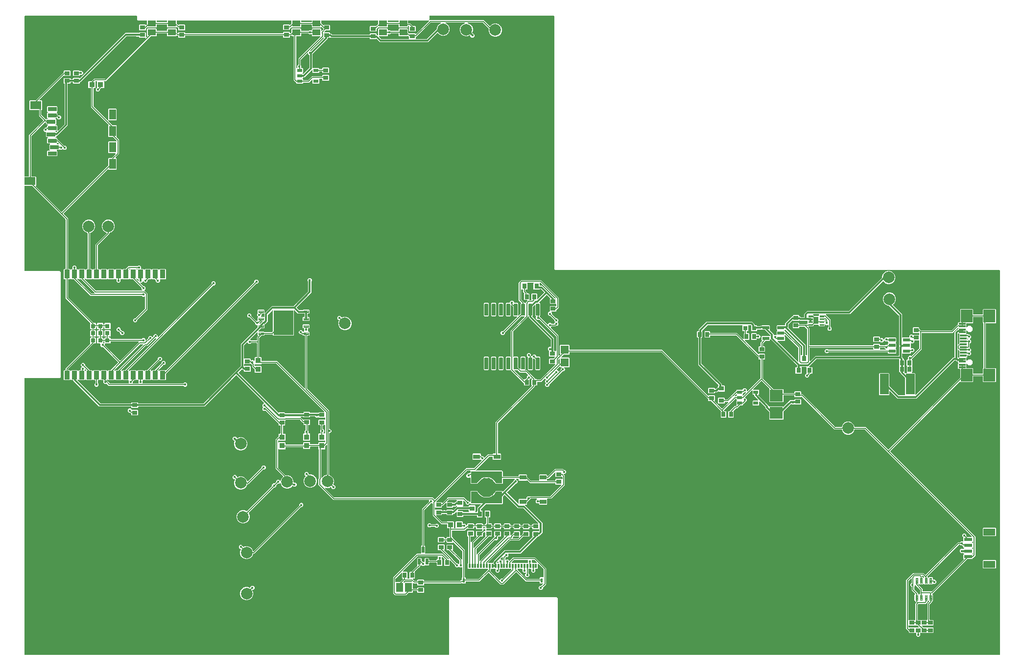
<source format=gbr>
G04 EAGLE Gerber RS-274X export*
G75*
%MOMM*%
%FSLAX34Y34*%
%LPD*%
%INTop Copper*%
%IPPOS*%
%AMOC8*
5,1,8,0,0,1.08239X$1,22.5*%
G01*
G04 Define Apertures*
%ADD10R,0.700000X0.900000*%
%ADD11R,1.200000X0.600000*%
%ADD12R,1.150000X0.300000*%
%ADD13R,2.000000X2.180000*%
%ADD14R,1.500000X3.600000*%
%ADD15R,0.900000X0.700000*%
%ADD16R,0.900000X0.800000*%
%ADD17R,0.800000X0.900000*%
%ADD18R,0.900000X0.600000*%
%ADD19R,2.200000X2.000000*%
%ADD20R,1.200000X1.800000*%
%ADD21R,1.900000X1.400000*%
%ADD22R,1.500000X0.700000*%
%ADD23R,1.168400X1.600200*%
%ADD24R,0.300000X0.300000*%
%ADD25R,1.150000X0.800000*%
%ADD26R,0.500000X1.050000*%
%ADD27R,1.200000X0.550000*%
%ADD28R,0.800000X0.800000*%
%ADD29R,0.900000X1.500000*%
%ADD30R,0.300000X0.800000*%
%ADD31R,0.400000X0.800000*%
%ADD32C,0.125000*%
%ADD33R,1.400000X1.050000*%
%ADD34C,0.067500*%
%ADD35C,0.075000*%
%ADD36R,0.900000X1.300000*%
%ADD37C,0.147500*%
%ADD38R,1.400000X1.400000*%
%ADD39C,2.000000*%
%ADD40R,2.000000X1.200000*%
%ADD41R,1.350000X0.600000*%
%ADD42R,0.940000X0.970000*%
%ADD43R,0.970000X0.940000*%
%ADD44C,0.110000*%
%ADD45R,3.400000X4.300000*%
%ADD46C,0.150000*%
%ADD47C,0.452400*%
%ADD48C,0.300000*%
G36*
X-955227Y2822D02*
X-955524Y2762D01*
X-1688476Y2762D01*
X-1688751Y2813D01*
X-1689006Y2977D01*
X-1689178Y3227D01*
X-1689238Y3524D01*
X-1689238Y481417D01*
X-1689187Y481692D01*
X-1689023Y481947D01*
X-1688773Y482119D01*
X-1688476Y482179D01*
X-1628319Y482179D01*
X-1626702Y483797D01*
X-1626702Y666078D01*
X-1628319Y667696D01*
X-1688476Y667696D01*
X-1688751Y667748D01*
X-1689006Y667911D01*
X-1689178Y668161D01*
X-1689238Y668458D01*
X-1689238Y814046D01*
X-1689187Y814321D01*
X-1689023Y814576D01*
X-1688773Y814748D01*
X-1688476Y814808D01*
X-1675988Y814808D01*
X-1675702Y814752D01*
X-1675449Y814585D01*
X-1617846Y756981D01*
X-1617683Y756740D01*
X-1617623Y756443D01*
X-1617623Y671832D01*
X-1617674Y671557D01*
X-1617837Y671302D01*
X-1618087Y671130D01*
X-1618385Y671070D01*
X-1620350Y671070D01*
X-1621094Y670326D01*
X-1621094Y654274D01*
X-1620350Y653530D01*
X-1618385Y653530D01*
X-1618110Y653479D01*
X-1617854Y653315D01*
X-1617683Y653065D01*
X-1617623Y652768D01*
X-1617623Y620336D01*
X-1575517Y578231D01*
X-1575359Y578000D01*
X-1575294Y577704D01*
X-1575350Y577406D01*
X-1575517Y577153D01*
X-1575894Y576776D01*
X-1575894Y567724D01*
X-1575150Y566980D01*
X-1573372Y566980D01*
X-1573097Y566929D01*
X-1572842Y566765D01*
X-1572670Y566515D01*
X-1572610Y566218D01*
X-1572610Y565782D01*
X-1572661Y565507D01*
X-1572825Y565252D01*
X-1573075Y565080D01*
X-1573372Y565020D01*
X-1575150Y565020D01*
X-1575894Y564276D01*
X-1575894Y555224D01*
X-1575150Y554480D01*
X-1573372Y554480D01*
X-1573097Y554429D01*
X-1572842Y554265D01*
X-1572670Y554015D01*
X-1572610Y553718D01*
X-1572610Y553282D01*
X-1572661Y553007D01*
X-1572825Y552752D01*
X-1573075Y552580D01*
X-1573372Y552520D01*
X-1575150Y552520D01*
X-1575894Y551776D01*
X-1575894Y542724D01*
X-1575653Y542483D01*
X-1575495Y542253D01*
X-1575430Y541957D01*
X-1575486Y541659D01*
X-1575653Y541406D01*
X-1617623Y499437D01*
X-1617623Y496832D01*
X-1617674Y496557D01*
X-1617837Y496302D01*
X-1618087Y496130D01*
X-1618385Y496070D01*
X-1620350Y496070D01*
X-1621094Y495326D01*
X-1621094Y479274D01*
X-1620350Y478530D01*
X-1610298Y478530D01*
X-1609513Y479315D01*
X-1609282Y479473D01*
X-1608986Y479538D01*
X-1608688Y479483D01*
X-1608435Y479315D01*
X-1607650Y478530D01*
X-1605285Y478530D01*
X-1605010Y478479D01*
X-1604754Y478315D01*
X-1604583Y478065D01*
X-1604523Y477768D01*
X-1604523Y477370D01*
X-1559965Y432813D01*
X-1504932Y432813D01*
X-1504657Y432761D01*
X-1504402Y432598D01*
X-1504230Y432348D01*
X-1504170Y432051D01*
X-1504170Y431474D01*
X-1503426Y430730D01*
X-1493374Y430730D01*
X-1492630Y431474D01*
X-1492630Y432051D01*
X-1492579Y432325D01*
X-1492415Y432581D01*
X-1492165Y432752D01*
X-1491868Y432813D01*
X-1377620Y432813D01*
X-1323560Y486873D01*
X-1323330Y487031D01*
X-1323033Y487096D01*
X-1322735Y487040D01*
X-1322482Y486873D01*
X-1275333Y439723D01*
X-1275180Y439503D01*
X-1275110Y439208D01*
X-1275161Y438909D01*
X-1275324Y438654D01*
X-1275574Y438482D01*
X-1275610Y438475D01*
X-1277732Y436353D01*
X-1277732Y433427D01*
X-1276618Y432313D01*
X-1276460Y432082D01*
X-1276394Y431786D01*
X-1276450Y431488D01*
X-1276618Y431235D01*
X-1277732Y430121D01*
X-1277732Y427195D01*
X-1275663Y425126D01*
X-1272737Y425126D01*
X-1272631Y425232D01*
X-1272400Y425390D01*
X-1272104Y425455D01*
X-1271806Y425399D01*
X-1271553Y425232D01*
X-1250093Y403771D01*
X-1249930Y403530D01*
X-1249870Y403233D01*
X-1249870Y401274D01*
X-1249126Y400530D01*
X-1247205Y400530D01*
X-1246930Y400479D01*
X-1246674Y400315D01*
X-1246503Y400065D01*
X-1246443Y399768D01*
X-1246443Y386882D01*
X-1246494Y386607D01*
X-1246657Y386352D01*
X-1246907Y386180D01*
X-1247205Y386120D01*
X-1249326Y386120D01*
X-1250070Y385376D01*
X-1250070Y381170D01*
X-1250126Y380884D01*
X-1250293Y380631D01*
X-1254753Y376172D01*
X-1254753Y325331D01*
X-1241969Y312547D01*
X-1241811Y312317D01*
X-1241746Y312020D01*
X-1241801Y311722D01*
X-1241969Y311469D01*
X-1244654Y308784D01*
X-1246317Y304770D01*
X-1246465Y304540D01*
X-1246713Y304364D01*
X-1247009Y304299D01*
X-1247307Y304355D01*
X-1247560Y304522D01*
X-1249192Y306155D01*
X-1252118Y306155D01*
X-1254187Y304086D01*
X-1254187Y302263D01*
X-1254243Y301977D01*
X-1254410Y301724D01*
X-1255989Y300145D01*
X-1256231Y299982D01*
X-1256528Y299922D01*
X-1259043Y299922D01*
X-1261112Y297853D01*
X-1261112Y295338D01*
X-1261168Y295052D01*
X-1261335Y294799D01*
X-1304210Y251924D01*
X-1304446Y251763D01*
X-1304743Y251701D01*
X-1305041Y251759D01*
X-1308858Y253340D01*
X-1313342Y253340D01*
X-1317484Y251624D01*
X-1320654Y248454D01*
X-1322370Y244312D01*
X-1322370Y239828D01*
X-1320654Y235686D01*
X-1317484Y232516D01*
X-1313342Y230800D01*
X-1308858Y230800D01*
X-1304716Y232516D01*
X-1301546Y235686D01*
X-1299830Y239828D01*
X-1299830Y244312D01*
X-1301474Y248281D01*
X-1301532Y248561D01*
X-1301477Y248859D01*
X-1301309Y249112D01*
X-1257786Y292635D01*
X-1257544Y292798D01*
X-1257247Y292858D01*
X-1256117Y292858D01*
X-1254048Y294927D01*
X-1254048Y296057D01*
X-1253992Y296343D01*
X-1253825Y296596D01*
X-1251553Y298867D01*
X-1251312Y299030D01*
X-1251015Y299091D01*
X-1249192Y299091D01*
X-1247671Y300612D01*
X-1247451Y300765D01*
X-1247156Y300835D01*
X-1246857Y300784D01*
X-1246602Y300620D01*
X-1246430Y300370D01*
X-1246404Y300240D01*
X-1244654Y296016D01*
X-1241484Y292846D01*
X-1237342Y291130D01*
X-1232858Y291130D01*
X-1228716Y292846D01*
X-1226061Y295501D01*
X-1225831Y295659D01*
X-1225534Y295724D01*
X-1225236Y295668D01*
X-1224983Y295501D01*
X-1223726Y294243D01*
X-1220800Y294243D01*
X-1218731Y296312D01*
X-1218731Y299238D01*
X-1220800Y301307D01*
X-1223068Y301307D01*
X-1223343Y301358D01*
X-1223598Y301522D01*
X-1223770Y301772D01*
X-1223830Y302069D01*
X-1223830Y304642D01*
X-1225546Y308784D01*
X-1228716Y311954D01*
X-1232858Y313670D01*
X-1237063Y313670D01*
X-1237349Y313726D01*
X-1237601Y313893D01*
X-1250489Y326781D01*
X-1250652Y327023D01*
X-1250713Y327320D01*
X-1250713Y358427D01*
X-1250666Y358690D01*
X-1250506Y358948D01*
X-1250259Y359124D01*
X-1249963Y359189D01*
X-1249665Y359133D01*
X-1249412Y358966D01*
X-1249326Y358880D01*
X-1238874Y358880D01*
X-1238130Y359624D01*
X-1238130Y362166D01*
X-1238079Y362440D01*
X-1237915Y362696D01*
X-1237665Y362867D01*
X-1237368Y362928D01*
X-1207832Y362928D01*
X-1207557Y362876D01*
X-1207302Y362713D01*
X-1207130Y362463D01*
X-1207070Y362166D01*
X-1207070Y359824D01*
X-1206326Y359080D01*
X-1195874Y359080D01*
X-1195130Y359824D01*
X-1195130Y362858D01*
X-1195079Y363133D01*
X-1194915Y363388D01*
X-1194665Y363560D01*
X-1194368Y363620D01*
X-1181832Y363620D01*
X-1181557Y363569D01*
X-1181302Y363405D01*
X-1181130Y363155D01*
X-1181070Y362858D01*
X-1181070Y359724D01*
X-1180186Y358840D01*
X-1180023Y358598D01*
X-1179963Y358301D01*
X-1179963Y308622D01*
X-1180018Y308336D01*
X-1180186Y308084D01*
X-1180655Y307614D01*
X-1180655Y296938D01*
X-1155234Y271518D01*
X-990127Y271518D01*
X-989864Y271471D01*
X-989606Y271311D01*
X-989430Y271064D01*
X-989365Y270768D01*
X-989421Y270470D01*
X-989588Y270217D01*
X-989652Y270153D01*
X-989652Y268330D01*
X-989708Y268044D01*
X-989875Y267792D01*
X-1001990Y255677D01*
X-1001990Y192682D01*
X-1002041Y192407D01*
X-1002205Y192152D01*
X-1002455Y191980D01*
X-1002752Y191920D01*
X-1002926Y191920D01*
X-1003670Y191176D01*
X-1003670Y179624D01*
X-1003262Y179216D01*
X-1003109Y178996D01*
X-1003039Y178701D01*
X-1003090Y178402D01*
X-1003253Y178147D01*
X-1003503Y177975D01*
X-1003801Y177915D01*
X-1010502Y177915D01*
X-1051850Y136567D01*
X-1051850Y109963D01*
X-1047897Y106010D01*
X-1029603Y106010D01*
X-1025207Y110406D01*
X-1024966Y110569D01*
X-1024669Y110629D01*
X-1018612Y110629D01*
X-1017868Y111373D01*
X-1017868Y112866D01*
X-1017817Y113140D01*
X-1017653Y113396D01*
X-1017403Y113567D01*
X-1017106Y113628D01*
X-1010832Y113628D01*
X-1010557Y113576D01*
X-1010302Y113413D01*
X-1010130Y113163D01*
X-1010070Y112866D01*
X-1010070Y111274D01*
X-1009326Y110530D01*
X-999274Y110530D01*
X-998530Y111274D01*
X-998530Y119326D01*
X-999274Y120070D01*
X-1009326Y120070D01*
X-1010070Y119326D01*
X-1010070Y118430D01*
X-1010121Y118155D01*
X-1010285Y117899D01*
X-1010535Y117728D01*
X-1010832Y117668D01*
X-1017106Y117668D01*
X-1017381Y117719D01*
X-1017636Y117882D01*
X-1017808Y118132D01*
X-1017868Y118430D01*
X-1017868Y126772D01*
X-1017821Y127035D01*
X-1017662Y127293D01*
X-1017414Y127468D01*
X-1017118Y127534D01*
X-1016820Y127478D01*
X-1016567Y127310D01*
X-1016042Y126785D01*
X-1010832Y126785D01*
X-1010557Y126734D01*
X-1010302Y126570D01*
X-1010130Y126320D01*
X-1010070Y126023D01*
X-1010070Y124274D01*
X-1009326Y123530D01*
X-999274Y123530D01*
X-998530Y124274D01*
X-998530Y126023D01*
X-998479Y126298D01*
X-998315Y126553D01*
X-998065Y126725D01*
X-997768Y126785D01*
X-934038Y126785D01*
X-933737Y127087D01*
X-933506Y127245D01*
X-933210Y127310D01*
X-932912Y127254D01*
X-932659Y127087D01*
X-932302Y126730D01*
X-927250Y126730D01*
X-926506Y127474D01*
X-926506Y129486D01*
X-926455Y129760D01*
X-926291Y130016D01*
X-926041Y130187D01*
X-925744Y130248D01*
X-902183Y130248D01*
X-887285Y145146D01*
X-887055Y145304D01*
X-886758Y145369D01*
X-886460Y145313D01*
X-886207Y145146D01*
X-865769Y124708D01*
X-861326Y124708D01*
X-839503Y146531D01*
X-839272Y146689D01*
X-838976Y146754D01*
X-838678Y146698D01*
X-838425Y146531D01*
X-822142Y130248D01*
X-798808Y130248D01*
X-798533Y130196D01*
X-798278Y130033D01*
X-798106Y129783D01*
X-798046Y129486D01*
X-798046Y127474D01*
X-797302Y126730D01*
X-793451Y126730D01*
X-793188Y126683D01*
X-792930Y126524D01*
X-792755Y126276D01*
X-792689Y125980D01*
X-792745Y125682D01*
X-792913Y125429D01*
X-795477Y122865D01*
X-795718Y122702D01*
X-796015Y122642D01*
X-797838Y122642D01*
X-799907Y120573D01*
X-799907Y117647D01*
X-797838Y115578D01*
X-794912Y115578D01*
X-792843Y117647D01*
X-792843Y119470D01*
X-792787Y119756D01*
X-792620Y120008D01*
X-787430Y125198D01*
X-787430Y153187D01*
X-805926Y171683D01*
X-844302Y171683D01*
X-849821Y166163D01*
X-850051Y166005D01*
X-850347Y165940D01*
X-850646Y165996D01*
X-850898Y166163D01*
X-853082Y168347D01*
X-856008Y168347D01*
X-856764Y167591D01*
X-856984Y167438D01*
X-857279Y167368D01*
X-857578Y167419D01*
X-857833Y167582D01*
X-858005Y167832D01*
X-858065Y168130D01*
X-858065Y170588D01*
X-858009Y170874D01*
X-857842Y171126D01*
X-856828Y172140D01*
X-856587Y172303D01*
X-856290Y172363D01*
X-854467Y172363D01*
X-852398Y174432D01*
X-852398Y177358D01*
X-852404Y177364D01*
X-852557Y177584D01*
X-852627Y177879D01*
X-852576Y178178D01*
X-852413Y178433D01*
X-852163Y178605D01*
X-851865Y178665D01*
X-831238Y178665D01*
X-802596Y207307D01*
X-802354Y207470D01*
X-802057Y207530D01*
X-800250Y207530D01*
X-799506Y208274D01*
X-799506Y209066D01*
X-799455Y209340D01*
X-799291Y209596D01*
X-799041Y209767D01*
X-798744Y209828D01*
X-797998Y209828D01*
X-793605Y214220D01*
X-793605Y231750D01*
X-823384Y261529D01*
X-823537Y261749D01*
X-823607Y262044D01*
X-823556Y262343D01*
X-823393Y262598D01*
X-823143Y262770D01*
X-822846Y262830D01*
X-821124Y262830D01*
X-820380Y263574D01*
X-820380Y266443D01*
X-820324Y266729D01*
X-820157Y266981D01*
X-816663Y270475D01*
X-816477Y270601D01*
X-814207Y272871D01*
X-814087Y273051D01*
X-813766Y273372D01*
X-813525Y273535D01*
X-813228Y273595D01*
X-803845Y273595D01*
X-803581Y273548D01*
X-803323Y273389D01*
X-803148Y273141D01*
X-803083Y272845D01*
X-803138Y272547D01*
X-803306Y272294D01*
X-805447Y270153D01*
X-805447Y267227D01*
X-803378Y265158D01*
X-800182Y265158D01*
X-799907Y265107D01*
X-799652Y264943D01*
X-799480Y264693D01*
X-799420Y264396D01*
X-799420Y263574D01*
X-798676Y262830D01*
X-786124Y262830D01*
X-785380Y263574D01*
X-785380Y272833D01*
X-785329Y273108D01*
X-785165Y273363D01*
X-784915Y273535D01*
X-784618Y273595D01*
X-778226Y273595D01*
X-754883Y296938D01*
X-754883Y313154D01*
X-756830Y315102D01*
X-756983Y315322D01*
X-757053Y315617D01*
X-757002Y315916D01*
X-756839Y316171D01*
X-756589Y316343D01*
X-756292Y316403D01*
X-754747Y316403D01*
X-752678Y318472D01*
X-752678Y321398D01*
X-754747Y323467D01*
X-756570Y323467D01*
X-756856Y323523D01*
X-757108Y323690D01*
X-758143Y324725D01*
X-772282Y324725D01*
X-784079Y312928D01*
X-784299Y312775D01*
X-784594Y312705D01*
X-784893Y312756D01*
X-785148Y312919D01*
X-785320Y313169D01*
X-785380Y313466D01*
X-785380Y314526D01*
X-786124Y315270D01*
X-798676Y315270D01*
X-799420Y314526D01*
X-799420Y305405D01*
X-799471Y305130D01*
X-799635Y304874D01*
X-799885Y304703D01*
X-800182Y304643D01*
X-813228Y304643D01*
X-813514Y304698D01*
X-813766Y304866D01*
X-820157Y311256D01*
X-820320Y311498D01*
X-820380Y311795D01*
X-820380Y314526D01*
X-821124Y315270D01*
X-833676Y315270D01*
X-834420Y314526D01*
X-834420Y313022D01*
X-834471Y312747D01*
X-834635Y312492D01*
X-834885Y312320D01*
X-835182Y312260D01*
X-861498Y312260D01*
X-861773Y312311D01*
X-862028Y312475D01*
X-862200Y312725D01*
X-862260Y313022D01*
X-862260Y320522D01*
X-862289Y320810D01*
X-862362Y321050D01*
X-862482Y321270D01*
X-862642Y321463D01*
X-862838Y321620D01*
X-863061Y321736D01*
X-863305Y321806D01*
X-863565Y321830D01*
X-908201Y321830D01*
X-908464Y321877D01*
X-908723Y322036D01*
X-908898Y322284D01*
X-908963Y322580D01*
X-908907Y322878D01*
X-908740Y323131D01*
X-885786Y346084D01*
X-885545Y346247D01*
X-885248Y346308D01*
X-880182Y346308D01*
X-879907Y346256D01*
X-879652Y346093D01*
X-879480Y345843D01*
X-879420Y345546D01*
X-879420Y341674D01*
X-878676Y340930D01*
X-866124Y340930D01*
X-865380Y341674D01*
X-865380Y350726D01*
X-866124Y351470D01*
X-869768Y351470D01*
X-870043Y351521D01*
X-870298Y351685D01*
X-870470Y351935D01*
X-870530Y352232D01*
X-870530Y403960D01*
X-870474Y404246D01*
X-870307Y404499D01*
X-806820Y467986D01*
X-806820Y468468D01*
X-806769Y468743D01*
X-806605Y468998D01*
X-806355Y469170D01*
X-806058Y469230D01*
X-803774Y469230D01*
X-803030Y469974D01*
X-803030Y475043D01*
X-802979Y475318D01*
X-802815Y475573D01*
X-802565Y475745D01*
X-802268Y475805D01*
X-795538Y475805D01*
X-790019Y481324D01*
X-789789Y481482D01*
X-789493Y481547D01*
X-789194Y481492D01*
X-788942Y481324D01*
X-787713Y480095D01*
X-787555Y479865D01*
X-787489Y479568D01*
X-787545Y479270D01*
X-787713Y479017D01*
X-788827Y477903D01*
X-788827Y474977D01*
X-787713Y473863D01*
X-787555Y473632D01*
X-787489Y473336D01*
X-787545Y473038D01*
X-787713Y472785D01*
X-788827Y471671D01*
X-788827Y468745D01*
X-786758Y466676D01*
X-783832Y466676D01*
X-781763Y468745D01*
X-781763Y470567D01*
X-781707Y470853D01*
X-781540Y471106D01*
X-759186Y493460D01*
X-758944Y493623D01*
X-758647Y493683D01*
X-756825Y493683D01*
X-754756Y495752D01*
X-754756Y498678D01*
X-755907Y499829D01*
X-756060Y500049D01*
X-756130Y500344D01*
X-756079Y500643D01*
X-755915Y500898D01*
X-755665Y501070D01*
X-755368Y501130D01*
X-747574Y501130D01*
X-746830Y501874D01*
X-746830Y516926D01*
X-747574Y517670D01*
X-760144Y517670D01*
X-760407Y517717D01*
X-760665Y517876D01*
X-760840Y518124D01*
X-760906Y518420D01*
X-760850Y518718D01*
X-760682Y518971D01*
X-756746Y522907D01*
X-756505Y523070D01*
X-756208Y523130D01*
X-747574Y523130D01*
X-746830Y523874D01*
X-746830Y526288D01*
X-746779Y526563D01*
X-746615Y526818D01*
X-746365Y526990D01*
X-746068Y527050D01*
X-588392Y527050D01*
X-588106Y526994D01*
X-587854Y526827D01*
X-507747Y446720D01*
X-507532Y446720D01*
X-507257Y446669D01*
X-507002Y446505D01*
X-506830Y446255D01*
X-506770Y445958D01*
X-506770Y443474D01*
X-506026Y442730D01*
X-502687Y442730D01*
X-502401Y442674D01*
X-502149Y442507D01*
X-485158Y425516D01*
X-485000Y425286D01*
X-484935Y424989D01*
X-484990Y424691D01*
X-485158Y424438D01*
X-485270Y424326D01*
X-485270Y414274D01*
X-484526Y413530D01*
X-476474Y413530D01*
X-475730Y414274D01*
X-475730Y424326D01*
X-476474Y425070D01*
X-478683Y425070D01*
X-478969Y425126D01*
X-479221Y425293D01*
X-479623Y425695D01*
X-479781Y425925D01*
X-479846Y426222D01*
X-479791Y426520D01*
X-479623Y426773D01*
X-459899Y446497D01*
X-459657Y446660D01*
X-459360Y446720D01*
X-459132Y446720D01*
X-458857Y446669D01*
X-458602Y446505D01*
X-458430Y446255D01*
X-458370Y445958D01*
X-458370Y444974D01*
X-457685Y444289D01*
X-457527Y444058D01*
X-457462Y443762D01*
X-457517Y443464D01*
X-457685Y443211D01*
X-458370Y442526D01*
X-458370Y435474D01*
X-458337Y435441D01*
X-458184Y435221D01*
X-458114Y434926D01*
X-458165Y434627D01*
X-458328Y434372D01*
X-458578Y434200D01*
X-458876Y434140D01*
X-460657Y434140D01*
X-469504Y425293D01*
X-469745Y425130D01*
X-470042Y425070D01*
X-471526Y425070D01*
X-472270Y424326D01*
X-472270Y414274D01*
X-471526Y413530D01*
X-463474Y413530D01*
X-462730Y414274D01*
X-462730Y424326D01*
X-463205Y424801D01*
X-463363Y425031D01*
X-463428Y425328D01*
X-463372Y425626D01*
X-463205Y425879D01*
X-459206Y429877D01*
X-458965Y430040D01*
X-458668Y430100D01*
X-456213Y430100D01*
X-451806Y434507D01*
X-451565Y434670D01*
X-451268Y434730D01*
X-447574Y434730D01*
X-446830Y435474D01*
X-446830Y436398D01*
X-446774Y436684D01*
X-446607Y436936D01*
X-442713Y440830D01*
X-442527Y440956D01*
X-440361Y443122D01*
X-440361Y446048D01*
X-442430Y448117D01*
X-442589Y448117D01*
X-442852Y448164D01*
X-443111Y448323D01*
X-443286Y448571D01*
X-443351Y448867D01*
X-443295Y449165D01*
X-443128Y449418D01*
X-431671Y460875D01*
X-431451Y461028D01*
X-431156Y461098D01*
X-430857Y461047D01*
X-430602Y460884D01*
X-430430Y460633D01*
X-430370Y460336D01*
X-430370Y454474D01*
X-429626Y453730D01*
X-428035Y453730D01*
X-427760Y453679D01*
X-427504Y453515D01*
X-427333Y453265D01*
X-427273Y452968D01*
X-427273Y451055D01*
X-420788Y444571D01*
X-420635Y444351D01*
X-420565Y444056D01*
X-420616Y443757D01*
X-420780Y443502D01*
X-421030Y443330D01*
X-421327Y443270D01*
X-429626Y443270D01*
X-430370Y442526D01*
X-430370Y435474D01*
X-429626Y434730D01*
X-419574Y434730D01*
X-418830Y435474D01*
X-418830Y440773D01*
X-418783Y441036D01*
X-418624Y441294D01*
X-418376Y441470D01*
X-418080Y441535D01*
X-417782Y441479D01*
X-417529Y441312D01*
X-408106Y431888D01*
X-407943Y431647D01*
X-407883Y431350D01*
X-407883Y430280D01*
X-401893Y424291D01*
X-401730Y424049D01*
X-401670Y423752D01*
X-401670Y411396D01*
X-400926Y410652D01*
X-377874Y410652D01*
X-377130Y411396D01*
X-377130Y424015D01*
X-377074Y424300D01*
X-376907Y424553D01*
X-364294Y437166D01*
X-364063Y437324D01*
X-363767Y437389D01*
X-363469Y437334D01*
X-363216Y437166D01*
X-362256Y436206D01*
X-359330Y436206D01*
X-358654Y436881D01*
X-358424Y437039D01*
X-358128Y437104D01*
X-357830Y437048D01*
X-357577Y436881D01*
X-357126Y436430D01*
X-347074Y436430D01*
X-346330Y437174D01*
X-346330Y445226D01*
X-347074Y445970D01*
X-357126Y445970D01*
X-357870Y445226D01*
X-357870Y444655D01*
X-357921Y444380D01*
X-358085Y444124D01*
X-358335Y443953D01*
X-358632Y443893D01*
X-365402Y443893D01*
X-376450Y432845D01*
X-376680Y432687D01*
X-376976Y432622D01*
X-377274Y432678D01*
X-377527Y432845D01*
X-377874Y433192D01*
X-400926Y433192D01*
X-401042Y433076D01*
X-401261Y432923D01*
X-401556Y432854D01*
X-401855Y432904D01*
X-402111Y433068D01*
X-402282Y433318D01*
X-402343Y433615D01*
X-402343Y433960D01*
X-420812Y452429D01*
X-420965Y452649D01*
X-421035Y452944D01*
X-420984Y453243D01*
X-420820Y453498D01*
X-420570Y453670D01*
X-420273Y453730D01*
X-419574Y453730D01*
X-418830Y454474D01*
X-418830Y461526D01*
X-419574Y462270D01*
X-428436Y462270D01*
X-428699Y462317D01*
X-428958Y462476D01*
X-429133Y462724D01*
X-429198Y463020D01*
X-429142Y463318D01*
X-428975Y463571D01*
X-415346Y477199D01*
X-415116Y477357D01*
X-414820Y477423D01*
X-414522Y477367D01*
X-414269Y477199D01*
X-401132Y464063D01*
X-400974Y463833D01*
X-400909Y463537D01*
X-400965Y463238D01*
X-401132Y462986D01*
X-401670Y462448D01*
X-401670Y441396D01*
X-400926Y440652D01*
X-377874Y440652D01*
X-377130Y441396D01*
X-377130Y451498D01*
X-377079Y451773D01*
X-376915Y452028D01*
X-376665Y452200D01*
X-376368Y452260D01*
X-358632Y452260D01*
X-358357Y452209D01*
X-358102Y452045D01*
X-357930Y451795D01*
X-357870Y451498D01*
X-357870Y450174D01*
X-357126Y449430D01*
X-347074Y449430D01*
X-346550Y449954D01*
X-346320Y450112D01*
X-346024Y450177D01*
X-345726Y450121D01*
X-345473Y449954D01*
X-288917Y393398D01*
X-276895Y393398D01*
X-276615Y393344D01*
X-276361Y393179D01*
X-276191Y392927D01*
X-274654Y389216D01*
X-271484Y386046D01*
X-267342Y384330D01*
X-262858Y384330D01*
X-258716Y386046D01*
X-255546Y389216D01*
X-254009Y392927D01*
X-253852Y393166D01*
X-253602Y393337D01*
X-253305Y393398D01*
X-236602Y393398D01*
X-236316Y393342D01*
X-236064Y393174D01*
X-51382Y208493D01*
X-51229Y208273D01*
X-51159Y207978D01*
X-51210Y207679D01*
X-51374Y207424D01*
X-51624Y207252D01*
X-51921Y207192D01*
X-58595Y207192D01*
X-58881Y207248D01*
X-59133Y207415D01*
X-60647Y208929D01*
X-60810Y209171D01*
X-60871Y209468D01*
X-60871Y211291D01*
X-62940Y213360D01*
X-65866Y213360D01*
X-67935Y211291D01*
X-67935Y208365D01*
X-65915Y206345D01*
X-65752Y206104D01*
X-65692Y205806D01*
X-65692Y199947D01*
X-65739Y199683D01*
X-65898Y199425D01*
X-66146Y199250D01*
X-66442Y199185D01*
X-66740Y199240D01*
X-66993Y199408D01*
X-67095Y199510D01*
X-70021Y199510D01*
X-71309Y198221D01*
X-71551Y198058D01*
X-71848Y197998D01*
X-74934Y197998D01*
X-130690Y142242D01*
X-130920Y142084D01*
X-131217Y142019D01*
X-131515Y142074D01*
X-131768Y142242D01*
X-134201Y144675D01*
X-152494Y144675D01*
X-164758Y132412D01*
X-164758Y48331D01*
X-160593Y44166D01*
X-160430Y43925D01*
X-160370Y43628D01*
X-160370Y41650D01*
X-159626Y40906D01*
X-149353Y40906D01*
X-149234Y40930D01*
X-148032Y40930D01*
X-147769Y40883D01*
X-147511Y40724D01*
X-147335Y40476D01*
X-147270Y40180D01*
X-147326Y39882D01*
X-147493Y39629D01*
X-147572Y39551D01*
X-147572Y36625D01*
X-145503Y34556D01*
X-142577Y34556D01*
X-140508Y36625D01*
X-140508Y39551D01*
X-140587Y39629D01*
X-140740Y39849D01*
X-140810Y40144D01*
X-140759Y40443D01*
X-140595Y40698D01*
X-140345Y40870D01*
X-140048Y40930D01*
X-138829Y40930D01*
X-138710Y40954D01*
X-128442Y40954D01*
X-128318Y40930D01*
X-118050Y40930D01*
X-117306Y41674D01*
X-117306Y49726D01*
X-118050Y50470D01*
X-128186Y50470D01*
X-128310Y50494D01*
X-134577Y50494D01*
X-134863Y50550D01*
X-135115Y50717D01*
X-137051Y52653D01*
X-137204Y52873D01*
X-137274Y53168D01*
X-137223Y53467D01*
X-137060Y53722D01*
X-136810Y53894D01*
X-136513Y53954D01*
X-128442Y53954D01*
X-128318Y53930D01*
X-118050Y53930D01*
X-117306Y54674D01*
X-117306Y62726D01*
X-118050Y63470D01*
X-123253Y63470D01*
X-123528Y63521D01*
X-123783Y63685D01*
X-123955Y63935D01*
X-124015Y64232D01*
X-124015Y90258D01*
X-123959Y90544D01*
X-123792Y90796D01*
X-119860Y94728D01*
X-119860Y95334D01*
X-119804Y95620D01*
X-119637Y95873D01*
X-118630Y96880D01*
X-118630Y107360D01*
X-118969Y107699D01*
X-119127Y107930D01*
X-119192Y108226D01*
X-119137Y108524D01*
X-118969Y108777D01*
X-59317Y168429D01*
X-59075Y168592D01*
X-58778Y168652D01*
X-50396Y168652D01*
X-49652Y169396D01*
X-49652Y170343D01*
X-49601Y170618D01*
X-49437Y170873D01*
X-49187Y171045D01*
X-49057Y171071D01*
X-45070Y175058D01*
X-45070Y207894D01*
X-192236Y355060D01*
X-192394Y355290D01*
X-192459Y355587D01*
X-192403Y355885D01*
X-192236Y356138D01*
X-72512Y475862D01*
X-72281Y476020D01*
X-71985Y476085D01*
X-71687Y476029D01*
X-71434Y475862D01*
X-70748Y475176D01*
X-49696Y475176D01*
X-48952Y475920D01*
X-48952Y484738D01*
X-48901Y485013D01*
X-48737Y485268D01*
X-48487Y485440D01*
X-48190Y485500D01*
X-32954Y485500D01*
X-32679Y485449D01*
X-32424Y485285D01*
X-32252Y485035D01*
X-32192Y484738D01*
X-32192Y475920D01*
X-31448Y475176D01*
X-10396Y475176D01*
X-9652Y475920D01*
X-9652Y498772D01*
X-10396Y499516D01*
X-26303Y499516D01*
X-26578Y499567D01*
X-26833Y499731D01*
X-27005Y499981D01*
X-27065Y500278D01*
X-27065Y576614D01*
X-27014Y576889D01*
X-26850Y577144D01*
X-26600Y577316D01*
X-26303Y577376D01*
X-10396Y577376D01*
X-9652Y578120D01*
X-9652Y600972D01*
X-10396Y601716D01*
X-31448Y601716D01*
X-32192Y600972D01*
X-32192Y592792D01*
X-32243Y592517D01*
X-32407Y592262D01*
X-32657Y592090D01*
X-32954Y592030D01*
X-48190Y592030D01*
X-48465Y592081D01*
X-48720Y592245D01*
X-48892Y592495D01*
X-48952Y592792D01*
X-48952Y600972D01*
X-49696Y601716D01*
X-70748Y601716D01*
X-71492Y600972D01*
X-71492Y579478D01*
X-71543Y579203D01*
X-71707Y578948D01*
X-71957Y578776D01*
X-72254Y578716D01*
X-74248Y578716D01*
X-74992Y577972D01*
X-74992Y575480D01*
X-75043Y575205D01*
X-75207Y574949D01*
X-75457Y574778D01*
X-75754Y574718D01*
X-76319Y574718D01*
X-86484Y564553D01*
X-86725Y564390D01*
X-87022Y564330D01*
X-138733Y564330D01*
X-139019Y564386D01*
X-139271Y564553D01*
X-141707Y566989D01*
X-141870Y567230D01*
X-141930Y567527D01*
X-141930Y569226D01*
X-142674Y569970D01*
X-152726Y569970D01*
X-153470Y569226D01*
X-153470Y561174D01*
X-152726Y560430D01*
X-142667Y560430D01*
X-142392Y560379D01*
X-142137Y560215D01*
X-141965Y559965D01*
X-141905Y559668D01*
X-141905Y557732D01*
X-141956Y557457D01*
X-142120Y557202D01*
X-142370Y557030D01*
X-142667Y556970D01*
X-152730Y556970D01*
X-152948Y556820D01*
X-153245Y556755D01*
X-153543Y556811D01*
X-153796Y556978D01*
X-154350Y557532D01*
X-157276Y557532D01*
X-159345Y555463D01*
X-159345Y553232D01*
X-159396Y552957D01*
X-159559Y552702D01*
X-159809Y552530D01*
X-160107Y552470D01*
X-170802Y552470D01*
X-170954Y552434D01*
X-171253Y552485D01*
X-171508Y552648D01*
X-171680Y552898D01*
X-171740Y553196D01*
X-171740Y592542D01*
X-187441Y608243D01*
X-187599Y608474D01*
X-187664Y608770D01*
X-187608Y609068D01*
X-187441Y609321D01*
X-184215Y612547D01*
X-182499Y616689D01*
X-182499Y621173D01*
X-184215Y625315D01*
X-187385Y628485D01*
X-191527Y630201D01*
X-196011Y630201D01*
X-200153Y628485D01*
X-203323Y625315D01*
X-205039Y621173D01*
X-205039Y616689D01*
X-203323Y612547D01*
X-200153Y609377D01*
X-196011Y607661D01*
X-195009Y607661D01*
X-194723Y607605D01*
X-194470Y607438D01*
X-177503Y590471D01*
X-177340Y590229D01*
X-177280Y589932D01*
X-177280Y538310D01*
X-177235Y538265D01*
X-177077Y538035D01*
X-177012Y537738D01*
X-177067Y537440D01*
X-177235Y537187D01*
X-177280Y537142D01*
X-177280Y521522D01*
X-177331Y521247D01*
X-177495Y520992D01*
X-177745Y520820D01*
X-178042Y520760D01*
X-321775Y520760D01*
X-330464Y512071D01*
X-330684Y511918D01*
X-330979Y511848D01*
X-331278Y511899D01*
X-331533Y512062D01*
X-331705Y512312D01*
X-331765Y512610D01*
X-331765Y533906D01*
X-331714Y534180D01*
X-331550Y534436D01*
X-331300Y534607D01*
X-331003Y534668D01*
X-222232Y534668D01*
X-221957Y534616D01*
X-221702Y534453D01*
X-221530Y534203D01*
X-221470Y533906D01*
X-221470Y532367D01*
X-221334Y532171D01*
X-221264Y531876D01*
X-221315Y531577D01*
X-221478Y531322D01*
X-221728Y531150D01*
X-222026Y531090D01*
X-298639Y531090D01*
X-298925Y531146D01*
X-299178Y531313D01*
X-300467Y532602D01*
X-303393Y532602D01*
X-305462Y530533D01*
X-305462Y527607D01*
X-303393Y525538D01*
X-300467Y525538D01*
X-299178Y526827D01*
X-298937Y526990D01*
X-298639Y527050D01*
X-197132Y527050D01*
X-196857Y526999D01*
X-196602Y526835D01*
X-196430Y526585D01*
X-196370Y526288D01*
X-196370Y525674D01*
X-195626Y524930D01*
X-182574Y524930D01*
X-181830Y525674D01*
X-181830Y532726D01*
X-182515Y533411D01*
X-182673Y533642D01*
X-182738Y533938D01*
X-182683Y534236D01*
X-182515Y534489D01*
X-181830Y535174D01*
X-181830Y542226D01*
X-182515Y542911D01*
X-182673Y543142D01*
X-182738Y543438D01*
X-182683Y543736D01*
X-182515Y543989D01*
X-181830Y544674D01*
X-181830Y551726D01*
X-182574Y552470D01*
X-195626Y552470D01*
X-195809Y552287D01*
X-196040Y552129D01*
X-196336Y552064D01*
X-196634Y552119D01*
X-196887Y552287D01*
X-197285Y552685D01*
X-200211Y552685D01*
X-202280Y550616D01*
X-202280Y549824D01*
X-202326Y549561D01*
X-202486Y549303D01*
X-202733Y549127D01*
X-203029Y549062D01*
X-203327Y549118D01*
X-203580Y549285D01*
X-205595Y551300D01*
X-208567Y551300D01*
X-208666Y551233D01*
X-208963Y551173D01*
X-209168Y551173D01*
X-209443Y551224D01*
X-209698Y551387D01*
X-209870Y551637D01*
X-209930Y551935D01*
X-209930Y553426D01*
X-210674Y554170D01*
X-220726Y554170D01*
X-221470Y553426D01*
X-221470Y545374D01*
X-220726Y544630D01*
X-210674Y544630D01*
X-210333Y544971D01*
X-210103Y545129D01*
X-209807Y545194D01*
X-209509Y545138D01*
X-209256Y544971D01*
X-208521Y544236D01*
X-205595Y544236D01*
X-203526Y546305D01*
X-203526Y547096D01*
X-203479Y547359D01*
X-203319Y547617D01*
X-203072Y547793D01*
X-202776Y547858D01*
X-202478Y547802D01*
X-202225Y547635D01*
X-200211Y545621D01*
X-197132Y545621D01*
X-196857Y545569D01*
X-196602Y545406D01*
X-196430Y545156D01*
X-196370Y544859D01*
X-196370Y544674D01*
X-195685Y543989D01*
X-195527Y543758D01*
X-195462Y543462D01*
X-195517Y543164D01*
X-195685Y542911D01*
X-196370Y542226D01*
X-196370Y540855D01*
X-196421Y540580D01*
X-196585Y540324D01*
X-196835Y540153D01*
X-197132Y540093D01*
X-197507Y540093D01*
X-197849Y539750D01*
X-198091Y539587D01*
X-198388Y539527D01*
X-200211Y539527D01*
X-200807Y538931D01*
X-201048Y538768D01*
X-201346Y538708D01*
X-209168Y538708D01*
X-209443Y538759D01*
X-209698Y538922D01*
X-209870Y539172D01*
X-209930Y539470D01*
X-209930Y540426D01*
X-210674Y541170D01*
X-220726Y541170D01*
X-221470Y540426D01*
X-221470Y539470D01*
X-221521Y539195D01*
X-221685Y538939D01*
X-221935Y538768D01*
X-222232Y538708D01*
X-331003Y538708D01*
X-331278Y538759D01*
X-331533Y538922D01*
X-331705Y539172D01*
X-331765Y539470D01*
X-331765Y568687D01*
X-333657Y570579D01*
X-333810Y570799D01*
X-333880Y571094D01*
X-333829Y571393D01*
X-333666Y571648D01*
X-333416Y571820D01*
X-333119Y571880D01*
X-326322Y571880D01*
X-325380Y572822D01*
X-325380Y573083D01*
X-325324Y573369D01*
X-325157Y573621D01*
X-324771Y574007D01*
X-324530Y574170D01*
X-324233Y574230D01*
X-316582Y574230D01*
X-316307Y574179D01*
X-316052Y574015D01*
X-315880Y573765D01*
X-315820Y573468D01*
X-315820Y572822D01*
X-314878Y571880D01*
X-306622Y571880D01*
X-305680Y572822D01*
X-305680Y574460D01*
X-305633Y574724D01*
X-305474Y574982D01*
X-305226Y575157D01*
X-304930Y575222D01*
X-304632Y575167D01*
X-304379Y574999D01*
X-303393Y574013D01*
X-300467Y574013D01*
X-300403Y574077D01*
X-300184Y574230D01*
X-299889Y574300D01*
X-299590Y574249D01*
X-299334Y574085D01*
X-299163Y573835D01*
X-299103Y573538D01*
X-299103Y571141D01*
X-299158Y570855D01*
X-299326Y570602D01*
X-300615Y569313D01*
X-300615Y566387D01*
X-298546Y564318D01*
X-295620Y564318D01*
X-293551Y566387D01*
X-293551Y569313D01*
X-294839Y570602D01*
X-295002Y570843D01*
X-295063Y571141D01*
X-295063Y583229D01*
X-303312Y591479D01*
X-303465Y591699D01*
X-303535Y591994D01*
X-303484Y592293D01*
X-303321Y592548D01*
X-303071Y592720D01*
X-302774Y592780D01*
X-262003Y592780D01*
X-205249Y649533D01*
X-205019Y649691D01*
X-204723Y649757D01*
X-204424Y649701D01*
X-204172Y649533D01*
X-201484Y646846D01*
X-197342Y645130D01*
X-192858Y645130D01*
X-188716Y646846D01*
X-185546Y650016D01*
X-183830Y654158D01*
X-183830Y658642D01*
X-185546Y662784D01*
X-188716Y665954D01*
X-192858Y667670D01*
X-197342Y667670D01*
X-201484Y665954D01*
X-204654Y662784D01*
X-206370Y658642D01*
X-206370Y656563D01*
X-206426Y656277D01*
X-206593Y656024D01*
X-264074Y598543D01*
X-264316Y598380D01*
X-264613Y598320D01*
X-336317Y598320D01*
X-341403Y593235D01*
X-341403Y588002D01*
X-341454Y587727D01*
X-341617Y587472D01*
X-341867Y587300D01*
X-342165Y587240D01*
X-346172Y587240D01*
X-346458Y587296D01*
X-346711Y587463D01*
X-347873Y588625D01*
X-348668Y588625D01*
X-348943Y588676D01*
X-349198Y588840D01*
X-349370Y589090D01*
X-349430Y589387D01*
X-349430Y590326D01*
X-350174Y591070D01*
X-360226Y591070D01*
X-360970Y590326D01*
X-360970Y589387D01*
X-361021Y589112D01*
X-361185Y588857D01*
X-361435Y588685D01*
X-361732Y588625D01*
X-362632Y588625D01*
X-373950Y577307D01*
X-373950Y574582D01*
X-374001Y574307D01*
X-374165Y574052D01*
X-374415Y573880D01*
X-374712Y573820D01*
X-387925Y573820D01*
X-388669Y573076D01*
X-388669Y566524D01*
X-387734Y565589D01*
X-387576Y565358D01*
X-387511Y565062D01*
X-387566Y564764D01*
X-387734Y564511D01*
X-388669Y563576D01*
X-388669Y557549D01*
X-388716Y557285D01*
X-388875Y557027D01*
X-389123Y556852D01*
X-389419Y556787D01*
X-389702Y556840D01*
X-392726Y556840D01*
X-392732Y556833D01*
X-392951Y556680D01*
X-393246Y556611D01*
X-393545Y556661D01*
X-393801Y556825D01*
X-393972Y557075D01*
X-394033Y557372D01*
X-394033Y558610D01*
X-400500Y565077D01*
X-400658Y565308D01*
X-400723Y565604D01*
X-400667Y565902D01*
X-400500Y566155D01*
X-400131Y566524D01*
X-400131Y573076D01*
X-400875Y573820D01*
X-413927Y573820D01*
X-414826Y572921D01*
X-415068Y572758D01*
X-415365Y572698D01*
X-416647Y572698D01*
X-417117Y572228D01*
X-417358Y572065D01*
X-417656Y572005D01*
X-421668Y572005D01*
X-421943Y572056D01*
X-422198Y572220D01*
X-422370Y572470D01*
X-422430Y572767D01*
X-422430Y573226D01*
X-423174Y573970D01*
X-425818Y573970D01*
X-426093Y574021D01*
X-426348Y574185D01*
X-426520Y574435D01*
X-426580Y574732D01*
X-426580Y575230D01*
X-430973Y579623D01*
X-510135Y579623D01*
X-523530Y566227D01*
X-523530Y564432D01*
X-523581Y564157D01*
X-523745Y563902D01*
X-523995Y563730D01*
X-524292Y563670D01*
X-525726Y563670D01*
X-526470Y562926D01*
X-526470Y552874D01*
X-525726Y552130D01*
X-524985Y552130D01*
X-524710Y552079D01*
X-524454Y551915D01*
X-524283Y551665D01*
X-524223Y551368D01*
X-524223Y505070D01*
X-489313Y470161D01*
X-489155Y469930D01*
X-489090Y469634D01*
X-489146Y469336D01*
X-489313Y469083D01*
X-489770Y468626D01*
X-489770Y466815D01*
X-489821Y466540D01*
X-489985Y466284D01*
X-490235Y466113D01*
X-490532Y466053D01*
X-491437Y466053D01*
X-493929Y463561D01*
X-494149Y463408D01*
X-494444Y463338D01*
X-494743Y463389D01*
X-494998Y463552D01*
X-495170Y463802D01*
X-495230Y464100D01*
X-495230Y464526D01*
X-495974Y465270D01*
X-506026Y465270D01*
X-506770Y464526D01*
X-506770Y456474D01*
X-506026Y455730D01*
X-495974Y455730D01*
X-495230Y456474D01*
X-495230Y456981D01*
X-495179Y457255D01*
X-495015Y457511D01*
X-494765Y457682D01*
X-494468Y457743D01*
X-491913Y457743D01*
X-490464Y459191D01*
X-490234Y459349D01*
X-489938Y459414D01*
X-489640Y459358D01*
X-489387Y459191D01*
X-489026Y458830D01*
X-478974Y458830D01*
X-478230Y459574D01*
X-478230Y468626D01*
X-478974Y469370D01*
X-482603Y469370D01*
X-482878Y469421D01*
X-483133Y469585D01*
X-483305Y469835D01*
X-483365Y470132D01*
X-483365Y472047D01*
X-518459Y507142D01*
X-518622Y507383D01*
X-518683Y507681D01*
X-518683Y551368D01*
X-518631Y551643D01*
X-518468Y551898D01*
X-518218Y552070D01*
X-517921Y552130D01*
X-517674Y552130D01*
X-516930Y552874D01*
X-516930Y562926D01*
X-517424Y563421D01*
X-517582Y563651D01*
X-517648Y563947D01*
X-517592Y564245D01*
X-517424Y564498D01*
X-508063Y573859D01*
X-507822Y574022D01*
X-507525Y574083D01*
X-448732Y574083D01*
X-448457Y574031D01*
X-448202Y573868D01*
X-448030Y573618D01*
X-447970Y573321D01*
X-447970Y564174D01*
X-447226Y563430D01*
X-445290Y563430D01*
X-445015Y563379D01*
X-444759Y563215D01*
X-444588Y562965D01*
X-444528Y562668D01*
X-444528Y560584D01*
X-444583Y560298D01*
X-444751Y560045D01*
X-445670Y559126D01*
X-445670Y550779D01*
X-445717Y550516D01*
X-445876Y550257D01*
X-446124Y550082D01*
X-446420Y550017D01*
X-446718Y550073D01*
X-446971Y550240D01*
X-456906Y560175D01*
X-503168Y560175D01*
X-503443Y560226D01*
X-503698Y560390D01*
X-503870Y560640D01*
X-503930Y560937D01*
X-503930Y562926D01*
X-504674Y563670D01*
X-512726Y563670D01*
X-513470Y562926D01*
X-513470Y552874D01*
X-512726Y552130D01*
X-504674Y552130D01*
X-503930Y552874D01*
X-503930Y555373D01*
X-503879Y555648D01*
X-503715Y555903D01*
X-503465Y556075D01*
X-503168Y556135D01*
X-458895Y556135D01*
X-458609Y556079D01*
X-458356Y555912D01*
X-421184Y518740D01*
X-420932Y518740D01*
X-420657Y518689D01*
X-420402Y518525D01*
X-420230Y518275D01*
X-420170Y517978D01*
X-420170Y515474D01*
X-419426Y514730D01*
X-416897Y514730D01*
X-416622Y514679D01*
X-416367Y514515D01*
X-416195Y514265D01*
X-416135Y513968D01*
X-416135Y482440D01*
X-416191Y482154D01*
X-416358Y481901D01*
X-439060Y459200D01*
X-439279Y459047D01*
X-439574Y458977D01*
X-439873Y459028D01*
X-440129Y459191D01*
X-440300Y459441D01*
X-440361Y459738D01*
X-440361Y462668D01*
X-442430Y464737D01*
X-445356Y464737D01*
X-447599Y462493D01*
X-447841Y462330D01*
X-448138Y462270D01*
X-457626Y462270D01*
X-458370Y461526D01*
X-458370Y460525D01*
X-458421Y460250D01*
X-458585Y459994D01*
X-458835Y459823D01*
X-459132Y459763D01*
X-459272Y459763D01*
X-473591Y445443D01*
X-473833Y445280D01*
X-474130Y445220D01*
X-477468Y445220D01*
X-477743Y445271D01*
X-477998Y445435D01*
X-478170Y445685D01*
X-478230Y445982D01*
X-478230Y447626D01*
X-478974Y448370D01*
X-489026Y448370D01*
X-489770Y447626D01*
X-489770Y438574D01*
X-489026Y437830D01*
X-478974Y437830D01*
X-478230Y438574D01*
X-478230Y440418D01*
X-478179Y440693D01*
X-478015Y440948D01*
X-477765Y441120D01*
X-477468Y441180D01*
X-472769Y441180D01*
X-472506Y441133D01*
X-472247Y440974D01*
X-472072Y440726D01*
X-472007Y440430D01*
X-472063Y440132D01*
X-472230Y439879D01*
X-482480Y429629D01*
X-482710Y429471D01*
X-483007Y429406D01*
X-483305Y429462D01*
X-483558Y429629D01*
X-495777Y441849D01*
X-495935Y442080D01*
X-496000Y442376D01*
X-495945Y442674D01*
X-495777Y442927D01*
X-495230Y443474D01*
X-495230Y451526D01*
X-495974Y452270D01*
X-506026Y452270D01*
X-506266Y452030D01*
X-506496Y451872D01*
X-506793Y451807D01*
X-507091Y451863D01*
X-507344Y452030D01*
X-586403Y531090D01*
X-746068Y531090D01*
X-746343Y531141D01*
X-746598Y531305D01*
X-746770Y531555D01*
X-746830Y531852D01*
X-746830Y538926D01*
X-747574Y539670D01*
X-762626Y539670D01*
X-763370Y538926D01*
X-763370Y523874D01*
X-762970Y523474D01*
X-762812Y523244D01*
X-762747Y522948D01*
X-762803Y522650D01*
X-762970Y522397D01*
X-763056Y522311D01*
X-763298Y522148D01*
X-763595Y522088D01*
X-763972Y522088D01*
X-764662Y521398D01*
X-764881Y521245D01*
X-765176Y521175D01*
X-765475Y521226D01*
X-765731Y521389D01*
X-765902Y521639D01*
X-765963Y521936D01*
X-765963Y556222D01*
X-779099Y569358D01*
X-779257Y569589D01*
X-779322Y569885D01*
X-779267Y570183D01*
X-779099Y570436D01*
X-777696Y571839D01*
X-777454Y572002D01*
X-777157Y572063D01*
X-770608Y572063D01*
X-770266Y572405D01*
X-770024Y572568D01*
X-769727Y572628D01*
X-767905Y572628D01*
X-765836Y574697D01*
X-765836Y577623D01*
X-766950Y578737D01*
X-767108Y578968D01*
X-767173Y579264D01*
X-767117Y579562D01*
X-766950Y579815D01*
X-765836Y580930D01*
X-765836Y583856D01*
X-767905Y585925D01*
X-769727Y585925D01*
X-770013Y585980D01*
X-770266Y586148D01*
X-776692Y592574D01*
X-776855Y592816D01*
X-776916Y593113D01*
X-776916Y594936D01*
X-778209Y596229D01*
X-778362Y596449D01*
X-778432Y596744D01*
X-778381Y597043D01*
X-778218Y597298D01*
X-777968Y597470D01*
X-777670Y597530D01*
X-770074Y597530D01*
X-769330Y598274D01*
X-769330Y600033D01*
X-769274Y600319D01*
X-769107Y600571D01*
X-765270Y604408D01*
X-765270Y621317D01*
X-795538Y651585D01*
X-830452Y651585D01*
X-834405Y647632D01*
X-834405Y616873D01*
X-830576Y613044D01*
X-830418Y612814D01*
X-830353Y612517D01*
X-830408Y612219D01*
X-830576Y611966D01*
X-831370Y611172D01*
X-831370Y594197D01*
X-831426Y593911D01*
X-831593Y593659D01*
X-834329Y590923D01*
X-834549Y590770D01*
X-834844Y590700D01*
X-835143Y590751D01*
X-835398Y590914D01*
X-835570Y591164D01*
X-835630Y591461D01*
X-835630Y611172D01*
X-836806Y612348D01*
X-841941Y612348D01*
X-842216Y612399D01*
X-842471Y612563D01*
X-842643Y612813D01*
X-842703Y613110D01*
X-842703Y614326D01*
X-844772Y616395D01*
X-847698Y616395D01*
X-849767Y614326D01*
X-849767Y613110D01*
X-849818Y612835D01*
X-849982Y612580D01*
X-850232Y612408D01*
X-850529Y612348D01*
X-855594Y612348D01*
X-856770Y611172D01*
X-856770Y590484D01*
X-855594Y589308D01*
X-849506Y589308D01*
X-848330Y590484D01*
X-848330Y607491D01*
X-848283Y607754D01*
X-848124Y608013D01*
X-847876Y608188D01*
X-847580Y608253D01*
X-847282Y608197D01*
X-847029Y608030D01*
X-844293Y605294D01*
X-844130Y605052D01*
X-844070Y604755D01*
X-844070Y590484D01*
X-842894Y589308D01*
X-837783Y589308D01*
X-837520Y589261D01*
X-837262Y589102D01*
X-837087Y588854D01*
X-837021Y588558D01*
X-837077Y588260D01*
X-837245Y588007D01*
X-861264Y563988D01*
X-861506Y563825D01*
X-861803Y563765D01*
X-863626Y563765D01*
X-865695Y561696D01*
X-865695Y558770D01*
X-863626Y556701D01*
X-860700Y556701D01*
X-858631Y558770D01*
X-858631Y560592D01*
X-858575Y560878D01*
X-858407Y561131D01*
X-830453Y589085D01*
X-830212Y589248D01*
X-829915Y589308D01*
X-825318Y589308D01*
X-825055Y589261D01*
X-824797Y589102D01*
X-824622Y588854D01*
X-824556Y588558D01*
X-824612Y588260D01*
X-824780Y588007D01*
X-848255Y564532D01*
X-848255Y519837D01*
X-848302Y519573D01*
X-848461Y519315D01*
X-848709Y519140D01*
X-849005Y519075D01*
X-849303Y519130D01*
X-849481Y519248D01*
X-855594Y519248D01*
X-856770Y518072D01*
X-856770Y497384D01*
X-855594Y496208D01*
X-849484Y496208D01*
X-849336Y496311D01*
X-849041Y496381D01*
X-848742Y496330D01*
X-848487Y496167D01*
X-848315Y495917D01*
X-848272Y495703D01*
X-825793Y473224D01*
X-825630Y472982D01*
X-825570Y472685D01*
X-825570Y469974D01*
X-824826Y469230D01*
X-816774Y469230D01*
X-816030Y469974D01*
X-816030Y479174D01*
X-815974Y479460D01*
X-815807Y479713D01*
X-813503Y482017D01*
X-813273Y482175D01*
X-812977Y482240D01*
X-812679Y482184D01*
X-812426Y482017D01*
X-812041Y481632D01*
X-811883Y481402D01*
X-811818Y481106D01*
X-811874Y480807D01*
X-812041Y480555D01*
X-812570Y480026D01*
X-812570Y469974D01*
X-812096Y469500D01*
X-811938Y469270D01*
X-811873Y468974D01*
X-811929Y468676D01*
X-812096Y468423D01*
X-874570Y405949D01*
X-874570Y352232D01*
X-874621Y351957D01*
X-874785Y351702D01*
X-875035Y351530D01*
X-875332Y351470D01*
X-878676Y351470D01*
X-879575Y350571D01*
X-879817Y350408D01*
X-880114Y350348D01*
X-887237Y350348D01*
X-888643Y348941D01*
X-892756Y344828D01*
X-892986Y344670D01*
X-893282Y344605D01*
X-893581Y344661D01*
X-893833Y344828D01*
X-896017Y347012D01*
X-897840Y347012D01*
X-898126Y347068D01*
X-898378Y347235D01*
X-898721Y347578D01*
X-899618Y347578D01*
X-899893Y347629D01*
X-900148Y347792D01*
X-900320Y348042D01*
X-900380Y348340D01*
X-900380Y350726D01*
X-901124Y351470D01*
X-913676Y351470D01*
X-914420Y350726D01*
X-914420Y341674D01*
X-913676Y340930D01*
X-901124Y340930D01*
X-901063Y340991D01*
X-900833Y341149D01*
X-900537Y341214D01*
X-900239Y341158D01*
X-899986Y340991D01*
X-898828Y339833D01*
X-898670Y339603D01*
X-898605Y339307D01*
X-898661Y339009D01*
X-898828Y338756D01*
X-911251Y326333D01*
X-911493Y326170D01*
X-911790Y326110D01*
X-925324Y326110D01*
X-979002Y272432D01*
X-979233Y272274D01*
X-979529Y272209D01*
X-979827Y272264D01*
X-980080Y272432D01*
X-983206Y275558D01*
X-1153245Y275558D01*
X-1153531Y275613D01*
X-1153784Y275781D01*
X-1169057Y291054D01*
X-1169207Y291268D01*
X-1169280Y291562D01*
X-1169231Y291862D01*
X-1169070Y292118D01*
X-1168821Y292292D01*
X-1168524Y292354D01*
X-1168227Y292297D01*
X-1167342Y291930D01*
X-1162858Y291930D01*
X-1159676Y293248D01*
X-1159408Y293306D01*
X-1159109Y293255D01*
X-1158854Y293092D01*
X-1158682Y292842D01*
X-1158622Y292544D01*
X-1158622Y292157D01*
X-1156553Y290088D01*
X-1153627Y290088D01*
X-1151558Y292157D01*
X-1151558Y295083D01*
X-1153627Y297152D01*
X-1154266Y297152D01*
X-1154535Y297201D01*
X-1154792Y297362D01*
X-1154965Y297611D01*
X-1155028Y297908D01*
X-1154970Y298206D01*
X-1153830Y300958D01*
X-1153830Y305442D01*
X-1155546Y309584D01*
X-1158716Y312754D01*
X-1161602Y313950D01*
X-1161841Y314106D01*
X-1162012Y314356D01*
X-1162073Y314654D01*
X-1162073Y386276D01*
X-1162021Y386551D01*
X-1161858Y386806D01*
X-1161608Y386978D01*
X-1161311Y387038D01*
X-1160552Y387038D01*
X-1158483Y389107D01*
X-1158483Y392033D01*
X-1160552Y394102D01*
X-1161311Y394102D01*
X-1161585Y394153D01*
X-1161841Y394317D01*
X-1162012Y394567D01*
X-1162073Y394864D01*
X-1162073Y425339D01*
X-1199937Y463204D01*
X-1200100Y463445D01*
X-1200160Y463742D01*
X-1200160Y555018D01*
X-1200109Y555293D01*
X-1199945Y555548D01*
X-1199695Y555720D01*
X-1199398Y555780D01*
X-1197446Y555780D01*
X-1196380Y556846D01*
X-1196380Y561654D01*
X-1197446Y562720D01*
X-1198398Y562720D01*
X-1198661Y562767D01*
X-1198919Y562926D01*
X-1199095Y563174D01*
X-1199160Y563470D01*
X-1199104Y563768D01*
X-1198937Y564021D01*
X-1198648Y564310D01*
X-1198648Y567260D01*
X-1198745Y567399D01*
X-1198815Y567694D01*
X-1198764Y567993D01*
X-1198600Y568248D01*
X-1198350Y568420D01*
X-1198053Y568480D01*
X-1197446Y568480D01*
X-1196380Y569546D01*
X-1196380Y574354D01*
X-1197446Y575420D01*
X-1207254Y575420D01*
X-1208320Y574354D01*
X-1208320Y569546D01*
X-1207254Y568480D01*
X-1206307Y568480D01*
X-1206044Y568433D01*
X-1205786Y568274D01*
X-1205610Y568026D01*
X-1205545Y567730D01*
X-1205601Y567432D01*
X-1205712Y567264D01*
X-1205712Y564310D01*
X-1205423Y564021D01*
X-1205270Y563801D01*
X-1205201Y563506D01*
X-1205251Y563207D01*
X-1205415Y562952D01*
X-1205665Y562780D01*
X-1205962Y562720D01*
X-1206974Y562720D01*
X-1207260Y562776D01*
X-1207513Y562943D01*
X-1209720Y565150D01*
X-1212646Y565150D01*
X-1214715Y563081D01*
X-1214715Y560155D01*
X-1212646Y558086D01*
X-1210823Y558086D01*
X-1210537Y558030D01*
X-1210284Y557862D01*
X-1209942Y557520D01*
X-1209082Y557520D01*
X-1208807Y557469D01*
X-1208552Y557305D01*
X-1208380Y557055D01*
X-1208342Y556869D01*
X-1207254Y555780D01*
X-1204962Y555780D01*
X-1204687Y555729D01*
X-1204432Y555565D01*
X-1204260Y555315D01*
X-1204200Y555018D01*
X-1204200Y465151D01*
X-1204247Y464888D01*
X-1204406Y464630D01*
X-1204654Y464455D01*
X-1204950Y464389D01*
X-1205248Y464445D01*
X-1205501Y464613D01*
X-1252588Y511700D01*
X-1278748Y511700D01*
X-1279023Y511751D01*
X-1279278Y511915D01*
X-1279450Y512165D01*
X-1279510Y512462D01*
X-1279510Y517776D01*
X-1280254Y518520D01*
X-1282498Y518520D01*
X-1282773Y518571D01*
X-1283028Y518735D01*
X-1283200Y518985D01*
X-1283260Y519282D01*
X-1283260Y551463D01*
X-1283204Y551749D01*
X-1283037Y552001D01*
X-1279481Y555557D01*
X-1279240Y555720D01*
X-1278943Y555780D01*
X-1275346Y555780D01*
X-1274260Y556866D01*
X-1274229Y557033D01*
X-1274065Y557288D01*
X-1273815Y557460D01*
X-1273518Y557520D01*
X-1260332Y557520D01*
X-1260057Y557469D01*
X-1259802Y557305D01*
X-1259630Y557055D01*
X-1259570Y556758D01*
X-1259570Y556274D01*
X-1258826Y555530D01*
X-1223774Y555530D01*
X-1223030Y556274D01*
X-1223030Y598871D01*
X-1222983Y599134D01*
X-1222824Y599392D01*
X-1222576Y599567D01*
X-1222280Y599632D01*
X-1221982Y599577D01*
X-1221729Y599409D01*
X-1216485Y594165D01*
X-1207855Y594165D01*
X-1207569Y594109D01*
X-1207316Y593942D01*
X-1207254Y593880D01*
X-1205712Y593880D01*
X-1205437Y593829D01*
X-1205182Y593665D01*
X-1205010Y593415D01*
X-1204950Y593118D01*
X-1204950Y588882D01*
X-1205001Y588607D01*
X-1205165Y588352D01*
X-1205415Y588180D01*
X-1205712Y588120D01*
X-1207254Y588120D01*
X-1208320Y587054D01*
X-1208320Y582246D01*
X-1207254Y581180D01*
X-1197446Y581180D01*
X-1196380Y582246D01*
X-1196380Y587054D01*
X-1197446Y588120D01*
X-1198648Y588120D01*
X-1198923Y588171D01*
X-1199178Y588335D01*
X-1199350Y588585D01*
X-1199410Y588882D01*
X-1199410Y593118D01*
X-1199359Y593393D01*
X-1199195Y593648D01*
X-1198945Y593820D01*
X-1198648Y593880D01*
X-1197446Y593880D01*
X-1196380Y594946D01*
X-1196380Y599754D01*
X-1197446Y600820D01*
X-1207254Y600820D01*
X-1208146Y599928D01*
X-1208387Y599765D01*
X-1208685Y599705D01*
X-1213875Y599705D01*
X-1214160Y599761D01*
X-1214413Y599928D01*
X-1218153Y603667D01*
X-1218311Y603898D01*
X-1218376Y604194D01*
X-1218320Y604492D01*
X-1218153Y604745D01*
X-1193178Y629720D01*
X-1193178Y649102D01*
X-1193122Y649388D01*
X-1192954Y649641D01*
X-1192416Y650180D01*
X-1192416Y653106D01*
X-1194485Y655175D01*
X-1197411Y655175D01*
X-1199480Y653106D01*
X-1199480Y650180D01*
X-1198941Y649641D01*
X-1198778Y649399D01*
X-1198718Y649102D01*
X-1198718Y632331D01*
X-1198773Y632045D01*
X-1198941Y631792D01*
X-1222939Y607793D01*
X-1223237Y607609D01*
X-1223534Y607510D01*
X-1223764Y607051D01*
X-1223898Y606862D01*
X-1224148Y606690D01*
X-1224445Y606630D01*
X-1261497Y606630D01*
X-1272979Y595148D01*
X-1273199Y594995D01*
X-1273494Y594925D01*
X-1273793Y594976D01*
X-1274048Y595140D01*
X-1274220Y595390D01*
X-1274280Y595687D01*
X-1274280Y599754D01*
X-1275346Y600820D01*
X-1285154Y600820D01*
X-1286220Y599754D01*
X-1286220Y594946D01*
X-1285972Y594698D01*
X-1285814Y594468D01*
X-1285749Y594171D01*
X-1285805Y593873D01*
X-1285972Y593621D01*
X-1286735Y592858D01*
X-1286735Y589932D01*
X-1285577Y588775D01*
X-1285419Y588544D01*
X-1285354Y588248D01*
X-1285410Y587950D01*
X-1285577Y587697D01*
X-1286220Y587054D01*
X-1286220Y582189D01*
X-1286199Y582158D01*
X-1286129Y581863D01*
X-1286180Y581564D01*
X-1286343Y581309D01*
X-1286593Y581137D01*
X-1286891Y581077D01*
X-1287717Y581077D01*
X-1288003Y581133D01*
X-1288256Y581300D01*
X-1296760Y589804D01*
X-1296923Y590046D01*
X-1296983Y590343D01*
X-1296983Y592166D01*
X-1299052Y594235D01*
X-1301978Y594235D01*
X-1304047Y592166D01*
X-1304047Y589240D01*
X-1301978Y587171D01*
X-1300155Y587171D01*
X-1299869Y587115D01*
X-1299617Y586947D01*
X-1290420Y577751D01*
X-1290257Y577509D01*
X-1290197Y577212D01*
X-1290197Y576082D01*
X-1288128Y574013D01*
X-1286982Y574013D01*
X-1286707Y573962D01*
X-1286452Y573798D01*
X-1286280Y573548D01*
X-1286220Y573251D01*
X-1286220Y570451D01*
X-1286276Y570165D01*
X-1286443Y569912D01*
X-1315058Y541297D01*
X-1315058Y503553D01*
X-1315093Y503324D01*
X-1315240Y503058D01*
X-1315479Y502871D01*
X-1315938Y502642D01*
X-1316037Y502344D01*
X-1316221Y502047D01*
X-1379692Y438576D01*
X-1379933Y438413D01*
X-1380231Y438353D01*
X-1491868Y438353D01*
X-1492143Y438404D01*
X-1492398Y438567D01*
X-1492570Y438817D01*
X-1492630Y439115D01*
X-1492630Y439526D01*
X-1493374Y440270D01*
X-1503426Y440270D01*
X-1504170Y439526D01*
X-1504170Y439115D01*
X-1504221Y438840D01*
X-1504385Y438584D01*
X-1504635Y438413D01*
X-1504932Y438353D01*
X-1557355Y438353D01*
X-1557640Y438408D01*
X-1557893Y438576D01*
X-1597184Y477866D01*
X-1597342Y478097D01*
X-1597407Y478393D01*
X-1597351Y478691D01*
X-1597184Y478944D01*
X-1596813Y479315D01*
X-1596582Y479473D01*
X-1596286Y479538D01*
X-1595988Y479483D01*
X-1595735Y479315D01*
X-1594950Y478530D01*
X-1584898Y478530D01*
X-1584113Y479315D01*
X-1583882Y479473D01*
X-1583586Y479538D01*
X-1583288Y479483D01*
X-1583035Y479315D01*
X-1582250Y478530D01*
X-1572198Y478530D01*
X-1571413Y479315D01*
X-1571182Y479473D01*
X-1570886Y479538D01*
X-1570588Y479483D01*
X-1570335Y479315D01*
X-1569550Y478530D01*
X-1567140Y478530D01*
X-1566865Y478479D01*
X-1566609Y478315D01*
X-1566438Y478065D01*
X-1566378Y477768D01*
X-1566378Y474191D01*
X-1566433Y473905D01*
X-1566601Y473652D01*
X-1567890Y472363D01*
X-1567890Y469437D01*
X-1565821Y467368D01*
X-1562895Y467368D01*
X-1560826Y469437D01*
X-1560826Y472363D01*
X-1562114Y473652D01*
X-1562277Y473893D01*
X-1562338Y474191D01*
X-1562338Y477768D01*
X-1562286Y478043D01*
X-1562123Y478298D01*
X-1561873Y478470D01*
X-1561576Y478530D01*
X-1559498Y478530D01*
X-1558713Y479315D01*
X-1558482Y479473D01*
X-1558186Y479538D01*
X-1557888Y479483D01*
X-1557635Y479315D01*
X-1556850Y478530D01*
X-1553175Y478530D01*
X-1552911Y478483D01*
X-1552653Y478324D01*
X-1552478Y478076D01*
X-1552413Y477780D01*
X-1552468Y477482D01*
X-1552636Y477229D01*
X-1552655Y477211D01*
X-1552655Y474285D01*
X-1550586Y472216D01*
X-1547660Y472216D01*
X-1547553Y472322D01*
X-1547323Y472480D01*
X-1547027Y472545D01*
X-1546729Y472489D01*
X-1546476Y472322D01*
X-1543034Y468880D01*
X-1414606Y468880D01*
X-1414320Y468824D01*
X-1414067Y468657D01*
X-1412778Y467368D01*
X-1409852Y467368D01*
X-1407783Y469437D01*
X-1407783Y472363D01*
X-1409852Y474432D01*
X-1412778Y474432D01*
X-1414067Y473143D01*
X-1414308Y472980D01*
X-1414606Y472920D01*
X-1484175Y472920D01*
X-1484439Y472967D01*
X-1484697Y473126D01*
X-1484872Y473374D01*
X-1484937Y473670D01*
X-1484882Y473968D01*
X-1484714Y474221D01*
X-1484651Y474285D01*
X-1484651Y477211D01*
X-1484669Y477229D01*
X-1484822Y477449D01*
X-1484892Y477744D01*
X-1484841Y478043D01*
X-1484678Y478298D01*
X-1484428Y478470D01*
X-1484130Y478530D01*
X-1483298Y478530D01*
X-1482513Y479315D01*
X-1482282Y479473D01*
X-1481986Y479538D01*
X-1481688Y479483D01*
X-1481435Y479315D01*
X-1480650Y478530D01*
X-1470598Y478530D01*
X-1469813Y479315D01*
X-1469582Y479473D01*
X-1469286Y479538D01*
X-1468988Y479483D01*
X-1468735Y479315D01*
X-1467950Y478530D01*
X-1457898Y478530D01*
X-1457113Y479315D01*
X-1456882Y479473D01*
X-1456586Y479538D01*
X-1456288Y479483D01*
X-1456035Y479315D01*
X-1455250Y478530D01*
X-1445198Y478530D01*
X-1444454Y479274D01*
X-1444454Y489296D01*
X-1444398Y489582D01*
X-1444231Y489835D01*
X-1288948Y645117D01*
X-1288707Y645280D01*
X-1288410Y645341D01*
X-1286587Y645341D01*
X-1284518Y647410D01*
X-1284518Y650336D01*
X-1286587Y652405D01*
X-1289513Y652405D01*
X-1291582Y650336D01*
X-1291582Y648513D01*
X-1291638Y648227D01*
X-1291805Y647974D01*
X-1443915Y495864D01*
X-1444145Y495706D01*
X-1444441Y495641D01*
X-1444740Y495697D01*
X-1444992Y495864D01*
X-1445198Y496070D01*
X-1455250Y496070D01*
X-1456035Y495285D01*
X-1456266Y495127D01*
X-1456562Y495062D01*
X-1456860Y495117D01*
X-1457113Y495285D01*
X-1457449Y495621D01*
X-1457607Y495852D01*
X-1457672Y496148D01*
X-1457617Y496446D01*
X-1457449Y496699D01*
X-1449608Y504540D01*
X-1449367Y504703D01*
X-1449070Y504763D01*
X-1447247Y504763D01*
X-1445178Y506832D01*
X-1445178Y509758D01*
X-1447247Y511827D01*
X-1450173Y511827D01*
X-1452242Y509758D01*
X-1452242Y507935D01*
X-1452298Y507649D01*
X-1452465Y507397D01*
X-1463569Y496293D01*
X-1463810Y496130D01*
X-1464107Y496070D01*
X-1467950Y496070D01*
X-1468735Y495285D01*
X-1468966Y495127D01*
X-1469262Y495062D01*
X-1469560Y495117D01*
X-1469813Y495285D01*
X-1470378Y495850D01*
X-1470536Y496081D01*
X-1470601Y496377D01*
X-1470546Y496675D01*
X-1470378Y496928D01*
X-1455841Y511465D01*
X-1455599Y511628D01*
X-1455302Y511688D01*
X-1453480Y511688D01*
X-1451411Y513757D01*
X-1451411Y516683D01*
X-1453480Y518752D01*
X-1456406Y518752D01*
X-1458475Y516683D01*
X-1458475Y514860D01*
X-1458530Y514574D01*
X-1458698Y514322D01*
X-1476726Y496293D01*
X-1476968Y496130D01*
X-1477265Y496070D01*
X-1480650Y496070D01*
X-1481435Y495285D01*
X-1481666Y495127D01*
X-1481962Y495062D01*
X-1482260Y495117D01*
X-1482513Y495285D01*
X-1483298Y496070D01*
X-1493350Y496070D01*
X-1494135Y495285D01*
X-1494366Y495127D01*
X-1494662Y495062D01*
X-1494960Y495117D01*
X-1495213Y495285D01*
X-1495998Y496070D01*
X-1506050Y496070D01*
X-1506835Y495285D01*
X-1507066Y495127D01*
X-1507362Y495062D01*
X-1507660Y495117D01*
X-1507913Y495285D01*
X-1508472Y495844D01*
X-1508630Y496074D01*
X-1508695Y496371D01*
X-1508639Y496669D01*
X-1508472Y496922D01*
X-1363046Y642347D01*
X-1362804Y642510D01*
X-1362507Y642571D01*
X-1360685Y642571D01*
X-1358616Y644640D01*
X-1358616Y647566D01*
X-1360685Y649635D01*
X-1363611Y649635D01*
X-1365680Y647566D01*
X-1365680Y645743D01*
X-1365735Y645457D01*
X-1365903Y645204D01*
X-1457727Y553380D01*
X-1457947Y553227D01*
X-1458242Y553157D01*
X-1458541Y553208D01*
X-1458796Y553371D01*
X-1458968Y553621D01*
X-1459028Y553918D01*
X-1459028Y556156D01*
X-1461097Y558225D01*
X-1464023Y558225D01*
X-1466092Y556156D01*
X-1466092Y554333D01*
X-1466148Y554047D01*
X-1466315Y553794D01*
X-1466838Y553271D01*
X-1467069Y553113D01*
X-1467365Y553048D01*
X-1467663Y553103D01*
X-1467916Y553271D01*
X-1470100Y555455D01*
X-1473026Y555455D01*
X-1475095Y553386D01*
X-1475095Y551563D01*
X-1475150Y551277D01*
X-1475318Y551024D01*
X-1478502Y547840D01*
X-1478722Y547687D01*
X-1479017Y547617D01*
X-1479316Y547668D01*
X-1479571Y547831D01*
X-1479743Y548081D01*
X-1479803Y548378D01*
X-1479803Y549231D01*
X-1481872Y551300D01*
X-1484798Y551300D01*
X-1486087Y550011D01*
X-1486328Y549848D01*
X-1486626Y549788D01*
X-1539592Y549788D01*
X-1539867Y549839D01*
X-1540122Y550002D01*
X-1540294Y550252D01*
X-1540354Y550550D01*
X-1540354Y551776D01*
X-1541098Y552520D01*
X-1542878Y552520D01*
X-1543153Y552571D01*
X-1543408Y552735D01*
X-1543580Y552985D01*
X-1543640Y553282D01*
X-1543640Y553718D01*
X-1543589Y553993D01*
X-1543425Y554248D01*
X-1543175Y554420D01*
X-1542878Y554480D01*
X-1541098Y554480D01*
X-1540354Y555224D01*
X-1540354Y564276D01*
X-1541098Y565020D01*
X-1550150Y565020D01*
X-1550894Y564276D01*
X-1550894Y555224D01*
X-1550150Y554480D01*
X-1548442Y554480D01*
X-1548167Y554429D01*
X-1547912Y554265D01*
X-1547740Y554015D01*
X-1547680Y553718D01*
X-1547680Y553282D01*
X-1547731Y553007D01*
X-1547895Y552752D01*
X-1548145Y552580D01*
X-1548442Y552520D01*
X-1550150Y552520D01*
X-1550894Y551776D01*
X-1550894Y550550D01*
X-1550945Y550275D01*
X-1551109Y550019D01*
X-1551359Y549848D01*
X-1551656Y549788D01*
X-1552092Y549788D01*
X-1552367Y549839D01*
X-1552622Y550002D01*
X-1552794Y550252D01*
X-1552854Y550550D01*
X-1552854Y551776D01*
X-1553598Y552520D01*
X-1555343Y552520D01*
X-1555618Y552571D01*
X-1555873Y552735D01*
X-1556045Y552985D01*
X-1556105Y553282D01*
X-1556105Y553718D01*
X-1556054Y553993D01*
X-1555890Y554248D01*
X-1555640Y554420D01*
X-1555343Y554480D01*
X-1553598Y554480D01*
X-1552854Y555224D01*
X-1552854Y564276D01*
X-1553598Y565020D01*
X-1555343Y565020D01*
X-1555618Y565071D01*
X-1555873Y565235D01*
X-1556045Y565485D01*
X-1556105Y565782D01*
X-1556105Y566218D01*
X-1556054Y566493D01*
X-1555890Y566748D01*
X-1555640Y566920D01*
X-1555343Y566980D01*
X-1553598Y566980D01*
X-1552854Y567724D01*
X-1552854Y569916D01*
X-1552803Y570190D01*
X-1552639Y570446D01*
X-1552389Y570617D01*
X-1552092Y570678D01*
X-1551656Y570678D01*
X-1551381Y570626D01*
X-1551126Y570463D01*
X-1550954Y570213D01*
X-1550894Y569916D01*
X-1550894Y567724D01*
X-1550150Y566980D01*
X-1541098Y566980D01*
X-1540354Y567724D01*
X-1540354Y576776D01*
X-1541098Y577520D01*
X-1550150Y577520D01*
X-1550894Y576776D01*
X-1550894Y575480D01*
X-1550945Y575205D01*
X-1551109Y574949D01*
X-1551359Y574778D01*
X-1551656Y574718D01*
X-1552092Y574718D01*
X-1552367Y574769D01*
X-1552622Y574932D01*
X-1552794Y575182D01*
X-1552854Y575480D01*
X-1552854Y576776D01*
X-1553598Y577520D01*
X-1562650Y577520D01*
X-1563394Y576776D01*
X-1563394Y575480D01*
X-1563445Y575205D01*
X-1563609Y574949D01*
X-1563859Y574778D01*
X-1564156Y574718D01*
X-1564592Y574718D01*
X-1564867Y574769D01*
X-1565122Y574932D01*
X-1565294Y575182D01*
X-1565354Y575480D01*
X-1565354Y576776D01*
X-1566098Y577520D01*
X-1568778Y577520D01*
X-1569064Y577576D01*
X-1569316Y577743D01*
X-1613359Y621786D01*
X-1613522Y622028D01*
X-1613583Y622325D01*
X-1613583Y652768D01*
X-1613531Y653043D01*
X-1613368Y653298D01*
X-1613118Y653470D01*
X-1612821Y653530D01*
X-1610298Y653530D01*
X-1609513Y654315D01*
X-1609282Y654473D01*
X-1608986Y654538D01*
X-1608688Y654483D01*
X-1608435Y654315D01*
X-1607650Y653530D01*
X-1604042Y653530D01*
X-1603756Y653474D01*
X-1603504Y653307D01*
X-1574889Y624693D01*
X-1486626Y624693D01*
X-1486340Y624637D01*
X-1486087Y624469D01*
X-1484798Y623181D01*
X-1481872Y623181D01*
X-1481808Y623244D01*
X-1481589Y623397D01*
X-1481294Y623467D01*
X-1480995Y623416D01*
X-1480739Y623253D01*
X-1480568Y623003D01*
X-1480508Y622705D01*
X-1480508Y602935D01*
X-1480563Y602649D01*
X-1480731Y602396D01*
X-1496979Y586148D01*
X-1497221Y585985D01*
X-1497518Y585925D01*
X-1499341Y585925D01*
X-1501410Y583856D01*
X-1501410Y580930D01*
X-1499341Y578861D01*
X-1496415Y578861D01*
X-1494346Y580930D01*
X-1494346Y582752D01*
X-1494290Y583038D01*
X-1494122Y583291D01*
X-1476468Y600946D01*
X-1476468Y628934D01*
X-1481294Y633761D01*
X-1481452Y633991D01*
X-1481517Y634288D01*
X-1481462Y634586D01*
X-1481294Y634838D01*
X-1479803Y636330D01*
X-1479803Y639256D01*
X-1481872Y641325D01*
X-1483695Y641325D01*
X-1483981Y641380D01*
X-1484233Y641548D01*
X-1488803Y646117D01*
X-1488956Y646337D01*
X-1489026Y646632D01*
X-1488975Y646931D01*
X-1488812Y647186D01*
X-1488561Y647358D01*
X-1488264Y647418D01*
X-1486720Y647418D01*
X-1484566Y649571D01*
X-1484336Y649729D01*
X-1484040Y649794D01*
X-1483742Y649739D01*
X-1483489Y649571D01*
X-1481336Y647418D01*
X-1478410Y647418D01*
X-1476341Y649487D01*
X-1476341Y651310D01*
X-1476285Y651596D01*
X-1476117Y651848D01*
X-1474659Y653307D01*
X-1474417Y653470D01*
X-1474120Y653530D01*
X-1470598Y653530D01*
X-1469813Y654315D01*
X-1469582Y654473D01*
X-1469286Y654538D01*
X-1468988Y654483D01*
X-1468735Y654315D01*
X-1467950Y653530D01*
X-1464157Y653530D01*
X-1463871Y653474D01*
X-1463619Y653307D01*
X-1462160Y651848D01*
X-1461997Y651607D01*
X-1461937Y651310D01*
X-1461937Y649487D01*
X-1459868Y647418D01*
X-1456942Y647418D01*
X-1454873Y649487D01*
X-1454873Y652579D01*
X-1454912Y652744D01*
X-1454861Y653043D01*
X-1454698Y653298D01*
X-1454448Y653470D01*
X-1454150Y653530D01*
X-1445198Y653530D01*
X-1444454Y654274D01*
X-1444454Y670326D01*
X-1445198Y671070D01*
X-1455250Y671070D01*
X-1456035Y670285D01*
X-1456266Y670127D01*
X-1456562Y670062D01*
X-1456860Y670117D01*
X-1457113Y670285D01*
X-1457898Y671070D01*
X-1467950Y671070D01*
X-1468735Y670285D01*
X-1468966Y670127D01*
X-1469262Y670062D01*
X-1469560Y670117D01*
X-1469813Y670285D01*
X-1470598Y671070D01*
X-1480650Y671070D01*
X-1481435Y670285D01*
X-1481666Y670127D01*
X-1481962Y670062D01*
X-1482260Y670117D01*
X-1482513Y670285D01*
X-1483298Y671070D01*
X-1486850Y671070D01*
X-1487114Y671117D01*
X-1487372Y671276D01*
X-1487547Y671524D01*
X-1487612Y671820D01*
X-1487557Y672118D01*
X-1487421Y672324D01*
X-1487421Y675266D01*
X-1489490Y677335D01*
X-1492416Y677335D01*
X-1493704Y676046D01*
X-1493946Y675883D01*
X-1494243Y675823D01*
X-1509794Y675823D01*
X-1514324Y671293D01*
X-1514565Y671130D01*
X-1514862Y671070D01*
X-1518750Y671070D01*
X-1519535Y670285D01*
X-1519766Y670127D01*
X-1520062Y670062D01*
X-1520360Y670117D01*
X-1520613Y670285D01*
X-1521398Y671070D01*
X-1531450Y671070D01*
X-1532235Y670285D01*
X-1532466Y670127D01*
X-1532762Y670062D01*
X-1533060Y670117D01*
X-1533313Y670285D01*
X-1534098Y671070D01*
X-1544150Y671070D01*
X-1544935Y670285D01*
X-1545166Y670127D01*
X-1545462Y670062D01*
X-1545760Y670117D01*
X-1546013Y670285D01*
X-1546798Y671070D01*
X-1556850Y671070D01*
X-1557635Y670285D01*
X-1557866Y670127D01*
X-1558162Y670062D01*
X-1558460Y670117D01*
X-1558713Y670285D01*
X-1559498Y671070D01*
X-1561576Y671070D01*
X-1561850Y671121D01*
X-1562106Y671285D01*
X-1562277Y671535D01*
X-1562338Y671832D01*
X-1562338Y711430D01*
X-1562282Y711716D01*
X-1562114Y711969D01*
X-1542255Y731828D01*
X-1542255Y732998D01*
X-1542202Y733278D01*
X-1542036Y733532D01*
X-1541785Y733702D01*
X-1537816Y735346D01*
X-1534646Y738516D01*
X-1532930Y742658D01*
X-1532930Y747142D01*
X-1534646Y751284D01*
X-1537816Y754454D01*
X-1541958Y756170D01*
X-1546442Y756170D01*
X-1550584Y754454D01*
X-1553754Y751284D01*
X-1555470Y747142D01*
X-1555470Y742658D01*
X-1553754Y738516D01*
X-1550584Y735346D01*
X-1547301Y733986D01*
X-1547071Y733838D01*
X-1546896Y733590D01*
X-1546831Y733294D01*
X-1546886Y732996D01*
X-1547054Y732743D01*
X-1566378Y713419D01*
X-1566378Y671832D01*
X-1566429Y671557D01*
X-1566592Y671302D01*
X-1566842Y671130D01*
X-1567140Y671070D01*
X-1569550Y671070D01*
X-1570335Y670285D01*
X-1570566Y670127D01*
X-1570862Y670062D01*
X-1571160Y670117D01*
X-1571413Y670285D01*
X-1572198Y671070D01*
X-1574733Y671070D01*
X-1575008Y671121D01*
X-1575263Y671285D01*
X-1575435Y671535D01*
X-1575495Y671832D01*
X-1575495Y733230D01*
X-1575442Y733510D01*
X-1575276Y733764D01*
X-1575025Y733934D01*
X-1571616Y735346D01*
X-1568446Y738516D01*
X-1566730Y742658D01*
X-1566730Y747142D01*
X-1568446Y751284D01*
X-1571616Y754454D01*
X-1575758Y756170D01*
X-1580242Y756170D01*
X-1584384Y754454D01*
X-1587554Y751284D01*
X-1589270Y747142D01*
X-1589270Y742658D01*
X-1587554Y738516D01*
X-1584384Y735346D01*
X-1580698Y733819D01*
X-1580459Y733662D01*
X-1580288Y733412D01*
X-1580253Y733238D01*
X-1579758Y732744D01*
X-1579595Y732502D01*
X-1579535Y732205D01*
X-1579535Y671832D01*
X-1579586Y671557D01*
X-1579750Y671302D01*
X-1580000Y671130D01*
X-1580297Y671070D01*
X-1582250Y671070D01*
X-1583035Y670285D01*
X-1583266Y670127D01*
X-1583562Y670062D01*
X-1583860Y670117D01*
X-1584113Y670285D01*
X-1584898Y671070D01*
X-1594950Y671070D01*
X-1595735Y670285D01*
X-1595966Y670127D01*
X-1596262Y670062D01*
X-1596560Y670117D01*
X-1596813Y670285D01*
X-1597598Y671070D01*
X-1598343Y671070D01*
X-1598606Y671117D01*
X-1598864Y671276D01*
X-1599040Y671524D01*
X-1599105Y671820D01*
X-1599049Y672118D01*
X-1598913Y672324D01*
X-1598913Y675266D01*
X-1600982Y677335D01*
X-1603908Y677335D01*
X-1605977Y675266D01*
X-1605977Y672326D01*
X-1605855Y672151D01*
X-1605786Y671856D01*
X-1605836Y671557D01*
X-1606000Y671302D01*
X-1606250Y671130D01*
X-1606547Y671070D01*
X-1607650Y671070D01*
X-1608435Y670285D01*
X-1608666Y670127D01*
X-1608962Y670062D01*
X-1609260Y670117D01*
X-1609513Y670285D01*
X-1610298Y671070D01*
X-1612821Y671070D01*
X-1613095Y671121D01*
X-1613351Y671285D01*
X-1613522Y671535D01*
X-1613583Y671832D01*
X-1613583Y758432D01*
X-1621556Y766405D01*
X-1621714Y766635D01*
X-1621779Y766932D01*
X-1621723Y767230D01*
X-1621556Y767483D01*
X-1545456Y843582D01*
X-1545226Y843740D01*
X-1544929Y843805D01*
X-1544631Y843750D01*
X-1544378Y843582D01*
X-1543604Y842808D01*
X-1530552Y842808D01*
X-1529808Y843552D01*
X-1529808Y862604D01*
X-1530552Y863348D01*
X-1530776Y863348D01*
X-1531039Y863395D01*
X-1531297Y863554D01*
X-1531472Y863802D01*
X-1531538Y864098D01*
X-1531482Y864396D01*
X-1531314Y864649D01*
X-1525635Y870328D01*
X-1525635Y894854D01*
X-1530032Y899251D01*
X-1530190Y899481D01*
X-1530255Y899777D01*
X-1530199Y900076D01*
X-1530032Y900328D01*
X-1529808Y900552D01*
X-1529808Y919604D01*
X-1530552Y920348D01*
X-1536963Y920348D01*
X-1537249Y920404D01*
X-1537502Y920571D01*
X-1543938Y927007D01*
X-1544091Y927227D01*
X-1544161Y927522D01*
X-1544110Y927821D01*
X-1543947Y928076D01*
X-1543696Y928248D01*
X-1543399Y928308D01*
X-1530552Y928308D01*
X-1529808Y929052D01*
X-1529808Y948104D01*
X-1530552Y948848D01*
X-1543604Y948848D01*
X-1544348Y948104D01*
X-1544348Y929257D01*
X-1544395Y928994D01*
X-1544554Y928735D01*
X-1544802Y928560D01*
X-1545098Y928495D01*
X-1545396Y928551D01*
X-1545649Y928718D01*
X-1569732Y952801D01*
X-1569895Y953043D01*
X-1569955Y953340D01*
X-1569955Y983468D01*
X-1569904Y983743D01*
X-1569740Y983998D01*
X-1569490Y984170D01*
X-1569193Y984230D01*
X-1567224Y984230D01*
X-1566480Y984974D01*
X-1566480Y995521D01*
X-1566541Y995779D01*
X-1566490Y996078D01*
X-1566327Y996333D01*
X-1566077Y996505D01*
X-1565779Y996565D01*
X-1564421Y996565D01*
X-1564157Y996518D01*
X-1563899Y996359D01*
X-1563724Y996111D01*
X-1563659Y995815D01*
X-1563714Y995517D01*
X-1563720Y995509D01*
X-1563720Y985836D01*
X-1563776Y985550D01*
X-1563943Y985297D01*
X-1565812Y983428D01*
X-1565812Y980502D01*
X-1563743Y978433D01*
X-1560817Y978433D01*
X-1558748Y980502D01*
X-1558748Y982325D01*
X-1558692Y982611D01*
X-1558525Y982863D01*
X-1557381Y984007D01*
X-1557140Y984170D01*
X-1556843Y984230D01*
X-1552224Y984230D01*
X-1551480Y984974D01*
X-1551480Y995521D01*
X-1551541Y995779D01*
X-1551490Y996078D01*
X-1551327Y996333D01*
X-1551077Y996505D01*
X-1550779Y996565D01*
X-1548286Y996565D01*
X-1470766Y1074085D01*
X-1470524Y1074248D01*
X-1470227Y1074308D01*
X-1461574Y1074308D01*
X-1460830Y1075052D01*
X-1460830Y1078211D01*
X-1460779Y1078485D01*
X-1460615Y1078741D01*
X-1460365Y1078912D01*
X-1460068Y1078973D01*
X-1443132Y1078973D01*
X-1442857Y1078921D01*
X-1442602Y1078758D01*
X-1442430Y1078508D01*
X-1442370Y1078211D01*
X-1442370Y1075052D01*
X-1441626Y1074308D01*
X-1426574Y1074308D01*
X-1426226Y1074656D01*
X-1425995Y1074814D01*
X-1425699Y1074879D01*
X-1425401Y1074824D01*
X-1425391Y1074818D01*
X-1423608Y1074818D01*
X-1423333Y1074766D01*
X-1423078Y1074603D01*
X-1422906Y1074353D01*
X-1422846Y1074056D01*
X-1422846Y1072374D01*
X-1422102Y1071630D01*
X-1412050Y1071630D01*
X-1411306Y1072374D01*
X-1411306Y1074056D01*
X-1411255Y1074330D01*
X-1411091Y1074586D01*
X-1410841Y1074757D01*
X-1410544Y1074818D01*
X-1242832Y1074818D01*
X-1242557Y1074766D01*
X-1242302Y1074603D01*
X-1242130Y1074353D01*
X-1242070Y1074056D01*
X-1242070Y1072674D01*
X-1241326Y1071930D01*
X-1231274Y1071930D01*
X-1230530Y1072674D01*
X-1230530Y1074056D01*
X-1230479Y1074330D01*
X-1230315Y1074586D01*
X-1230065Y1074757D01*
X-1229768Y1074818D01*
X-1227451Y1074818D01*
X-1227165Y1074762D01*
X-1226912Y1074594D01*
X-1226626Y1074308D01*
X-1224352Y1074308D01*
X-1224077Y1074257D01*
X-1223822Y1074093D01*
X-1223650Y1073843D01*
X-1223590Y1073546D01*
X-1223590Y997748D01*
X-1219615Y993773D01*
X-1219457Y993744D01*
X-1219202Y993580D01*
X-1219030Y993330D01*
X-1218970Y993033D01*
X-1218970Y992374D01*
X-1218226Y991630D01*
X-1208174Y991630D01*
X-1207430Y992374D01*
X-1207430Y993033D01*
X-1207379Y993308D01*
X-1207215Y993563D01*
X-1206965Y993735D01*
X-1206668Y993795D01*
X-1197188Y993795D01*
X-1192271Y998712D01*
X-1192051Y998865D01*
X-1191756Y998935D01*
X-1191457Y998884D01*
X-1191202Y998721D01*
X-1191030Y998471D01*
X-1190970Y998174D01*
X-1190970Y992374D01*
X-1190226Y991630D01*
X-1180174Y991630D01*
X-1179430Y992374D01*
X-1179430Y999429D01*
X-1179576Y999639D01*
X-1179646Y999934D01*
X-1179595Y1000233D01*
X-1179432Y1000488D01*
X-1179182Y1000660D01*
X-1178884Y1000720D01*
X-1174832Y1000720D01*
X-1174557Y1000669D01*
X-1174302Y1000505D01*
X-1174130Y1000255D01*
X-1174070Y999958D01*
X-1174070Y998074D01*
X-1173326Y997330D01*
X-1163274Y997330D01*
X-1162530Y998074D01*
X-1162530Y1006126D01*
X-1163274Y1006870D01*
X-1173326Y1006870D01*
X-1174070Y1006126D01*
X-1174070Y1005522D01*
X-1174121Y1005247D01*
X-1174285Y1004992D01*
X-1174535Y1004820D01*
X-1174832Y1004760D01*
X-1191937Y1004760D01*
X-1198639Y998058D01*
X-1198880Y997895D01*
X-1199177Y997835D01*
X-1206668Y997835D01*
X-1206943Y997886D01*
X-1207198Y998050D01*
X-1207370Y998300D01*
X-1207430Y998597D01*
X-1207430Y999426D01*
X-1208115Y1000111D01*
X-1208273Y1000342D01*
X-1208338Y1000638D01*
X-1208283Y1000936D01*
X-1208115Y1001189D01*
X-1207430Y1001874D01*
X-1207430Y1001978D01*
X-1207379Y1002253D01*
X-1207215Y1002508D01*
X-1206965Y1002680D01*
X-1206668Y1002740D01*
X-1205188Y1002740D01*
X-1192271Y1015657D01*
X-1192051Y1015810D01*
X-1191756Y1015880D01*
X-1191457Y1015829D01*
X-1191202Y1015665D01*
X-1191030Y1015415D01*
X-1190970Y1015118D01*
X-1190970Y1011374D01*
X-1190226Y1010630D01*
X-1180174Y1010630D01*
X-1179430Y1011374D01*
X-1179430Y1012423D01*
X-1179379Y1012698D01*
X-1179215Y1012953D01*
X-1178965Y1013125D01*
X-1178668Y1013185D01*
X-1174832Y1013185D01*
X-1174557Y1013134D01*
X-1174302Y1012970D01*
X-1174130Y1012720D01*
X-1174070Y1012423D01*
X-1174070Y1011074D01*
X-1173326Y1010330D01*
X-1163274Y1010330D01*
X-1162530Y1011074D01*
X-1162530Y1019126D01*
X-1163274Y1019870D01*
X-1173326Y1019870D01*
X-1174070Y1019126D01*
X-1174070Y1017987D01*
X-1174121Y1017712D01*
X-1174285Y1017457D01*
X-1174535Y1017285D01*
X-1174832Y1017225D01*
X-1178668Y1017225D01*
X-1178943Y1017276D01*
X-1179198Y1017440D01*
X-1179370Y1017690D01*
X-1179430Y1017987D01*
X-1179430Y1018426D01*
X-1180174Y1019170D01*
X-1190338Y1019170D01*
X-1190613Y1019221D01*
X-1190868Y1019385D01*
X-1191040Y1019635D01*
X-1191100Y1019932D01*
X-1191100Y1042827D01*
X-1191044Y1043113D01*
X-1190877Y1043366D01*
X-1164785Y1069458D01*
X-1164785Y1070468D01*
X-1164734Y1070743D01*
X-1164570Y1070998D01*
X-1164320Y1071170D01*
X-1164023Y1071230D01*
X-1161274Y1071230D01*
X-1160992Y1071512D01*
X-1160762Y1071670D01*
X-1160465Y1071735D01*
X-1160167Y1071679D01*
X-1159914Y1071512D01*
X-1159700Y1071298D01*
X-1092832Y1071298D01*
X-1092557Y1071246D01*
X-1092302Y1071083D01*
X-1092130Y1070833D01*
X-1092070Y1070536D01*
X-1092070Y1070074D01*
X-1091326Y1069330D01*
X-1081274Y1069330D01*
X-1081262Y1069342D01*
X-1081032Y1069500D01*
X-1080735Y1069565D01*
X-1080437Y1069509D01*
X-1080184Y1069342D01*
X-1074522Y1063680D01*
X-991205Y1063680D01*
X-975501Y1079385D01*
X-975270Y1079543D01*
X-974974Y1079608D01*
X-974676Y1079552D01*
X-974423Y1079385D01*
X-971484Y1076446D01*
X-967342Y1074730D01*
X-962858Y1074730D01*
X-958716Y1076446D01*
X-955546Y1079616D01*
X-953830Y1083758D01*
X-953830Y1088242D01*
X-955546Y1092384D01*
X-958716Y1095554D01*
X-960285Y1096204D01*
X-960506Y1096344D01*
X-960685Y1096589D01*
X-960755Y1096884D01*
X-960704Y1097183D01*
X-960540Y1097438D01*
X-960290Y1097610D01*
X-959993Y1097670D01*
X-928276Y1097670D01*
X-928018Y1097625D01*
X-927759Y1097468D01*
X-927581Y1097222D01*
X-927514Y1096926D01*
X-927567Y1096628D01*
X-927732Y1096374D01*
X-927984Y1096204D01*
X-931484Y1094754D01*
X-934654Y1091584D01*
X-936370Y1087442D01*
X-936370Y1082958D01*
X-934654Y1078816D01*
X-931484Y1075646D01*
X-927342Y1073930D01*
X-922858Y1073930D01*
X-919378Y1075372D01*
X-919111Y1075429D01*
X-918812Y1075378D01*
X-918556Y1075215D01*
X-918385Y1074965D01*
X-918325Y1074668D01*
X-918325Y1073990D01*
X-916256Y1071921D01*
X-913330Y1071921D01*
X-911261Y1073990D01*
X-911261Y1076916D01*
X-913330Y1078985D01*
X-914092Y1078985D01*
X-914377Y1079040D01*
X-914630Y1079208D01*
X-914803Y1079380D01*
X-914963Y1079616D01*
X-915026Y1079913D01*
X-914968Y1080211D01*
X-913830Y1082958D01*
X-913830Y1087442D01*
X-915546Y1091584D01*
X-918716Y1094754D01*
X-922216Y1096204D01*
X-922437Y1096344D01*
X-922616Y1096589D01*
X-922686Y1096884D01*
X-922635Y1097183D01*
X-922472Y1097438D01*
X-922222Y1097610D01*
X-921924Y1097670D01*
X-897247Y1097670D01*
X-896961Y1097614D01*
X-896709Y1097447D01*
X-886593Y1087331D01*
X-886430Y1087090D01*
X-886370Y1086793D01*
X-886370Y1082558D01*
X-884654Y1078416D01*
X-881484Y1075246D01*
X-877342Y1073530D01*
X-872858Y1073530D01*
X-868716Y1075246D01*
X-865546Y1078416D01*
X-863830Y1082558D01*
X-863830Y1087042D01*
X-865546Y1091184D01*
X-868716Y1094354D01*
X-872858Y1096070D01*
X-877342Y1096070D01*
X-881484Y1094354D01*
X-884154Y1091684D01*
X-884385Y1091526D01*
X-884681Y1091461D01*
X-884979Y1091516D01*
X-885232Y1091684D01*
X-895258Y1101710D01*
X-988544Y1101710D01*
X-988808Y1101757D01*
X-989066Y1101916D01*
X-989241Y1102164D01*
X-989306Y1102460D01*
X-989251Y1102758D01*
X-989238Y1102777D01*
X-989238Y1108476D01*
X-989187Y1108751D01*
X-989023Y1109006D01*
X-988773Y1109178D01*
X-988476Y1109238D01*
X-773501Y1109238D01*
X-773226Y1109187D01*
X-772971Y1109023D01*
X-772799Y1108773D01*
X-772739Y1108476D01*
X-772739Y670879D01*
X-771121Y669261D01*
X-3547Y669261D01*
X-3273Y669210D01*
X-3017Y669047D01*
X-2846Y668797D01*
X-2785Y668499D01*
X-2785Y3524D01*
X-2837Y3249D01*
X-3000Y2994D01*
X-3250Y2822D01*
X-3547Y2762D01*
X-766476Y2762D01*
X-766751Y2813D01*
X-767006Y2977D01*
X-767178Y3227D01*
X-767238Y3524D01*
X-767238Y101144D01*
X-768856Y102762D01*
X-953144Y102762D01*
X-954762Y101144D01*
X-954762Y3524D01*
X-954813Y3249D01*
X-954977Y2994D01*
X-955227Y2822D01*
G37*
%LPC*%
G36*
X-880994Y589308D02*
X-874906Y589308D01*
X-873730Y590484D01*
X-873730Y611172D01*
X-874906Y612348D01*
X-880994Y612348D01*
X-882170Y611172D01*
X-882170Y590484D01*
X-880994Y589308D01*
G37*
G36*
X-893694Y589308D02*
X-887606Y589308D01*
X-886430Y590484D01*
X-886430Y611172D01*
X-887606Y612348D01*
X-893694Y612348D01*
X-894870Y611172D01*
X-894870Y590484D01*
X-893694Y589308D01*
G37*
G36*
X-868294Y589308D02*
X-862206Y589308D01*
X-861030Y590484D01*
X-861030Y611172D01*
X-862206Y612348D01*
X-868294Y612348D01*
X-869470Y611172D01*
X-869470Y590484D01*
X-868294Y589308D01*
G37*
G36*
X-1137342Y565530D02*
X-1132858Y565530D01*
X-1128716Y567246D01*
X-1125546Y570416D01*
X-1123830Y574558D01*
X-1123830Y579042D01*
X-1125546Y583184D01*
X-1128716Y586354D01*
X-1132858Y588070D01*
X-1137342Y588070D01*
X-1140117Y586921D01*
X-1140384Y586863D01*
X-1140683Y586914D01*
X-1140939Y587077D01*
X-1141110Y587327D01*
X-1141171Y587625D01*
X-1141171Y588011D01*
X-1143240Y590080D01*
X-1146166Y590080D01*
X-1148235Y588011D01*
X-1148235Y585085D01*
X-1146166Y583016D01*
X-1145864Y583016D01*
X-1145595Y582966D01*
X-1145339Y582805D01*
X-1145165Y582556D01*
X-1145102Y582260D01*
X-1145160Y581962D01*
X-1146370Y579042D01*
X-1146370Y574558D01*
X-1144654Y570416D01*
X-1141484Y567246D01*
X-1137342Y565530D01*
G37*
G36*
X-1521501Y556701D02*
X-1518575Y556701D01*
X-1516506Y558770D01*
X-1516506Y561696D01*
X-1518575Y563765D01*
X-1520397Y563765D01*
X-1520683Y563820D01*
X-1520936Y563988D01*
X-1522515Y565567D01*
X-1522678Y565808D01*
X-1522738Y566105D01*
X-1522738Y567928D01*
X-1524807Y569997D01*
X-1527733Y569997D01*
X-1529802Y567928D01*
X-1529802Y565002D01*
X-1527733Y562933D01*
X-1525910Y562933D01*
X-1525624Y562877D01*
X-1525372Y562710D01*
X-1523793Y561131D01*
X-1523630Y560889D01*
X-1523570Y560592D01*
X-1523570Y558770D01*
X-1521501Y556701D01*
G37*
G36*
X-868294Y496208D02*
X-862206Y496208D01*
X-861030Y497384D01*
X-861030Y518072D01*
X-862206Y519248D01*
X-868294Y519248D01*
X-869470Y518072D01*
X-869470Y497384D01*
X-868294Y496208D01*
G37*
G36*
X-880994Y496208D02*
X-874906Y496208D01*
X-873730Y497384D01*
X-873730Y518072D01*
X-874906Y519248D01*
X-880994Y519248D01*
X-882170Y518072D01*
X-882170Y497384D01*
X-880994Y496208D01*
G37*
G36*
X-893694Y496208D02*
X-887606Y496208D01*
X-886430Y497384D01*
X-886430Y518072D01*
X-887606Y519248D01*
X-893694Y519248D01*
X-894870Y518072D01*
X-894870Y497384D01*
X-893694Y496208D01*
G37*
G36*
X-1503426Y417730D02*
X-1493374Y417730D01*
X-1492630Y418474D01*
X-1492630Y426526D01*
X-1493374Y427270D01*
X-1502952Y427270D01*
X-1503238Y427326D01*
X-1503491Y427493D01*
X-1505417Y429420D01*
X-1508343Y429420D01*
X-1510412Y427351D01*
X-1510412Y424425D01*
X-1508343Y422356D01*
X-1506520Y422356D01*
X-1506234Y422300D01*
X-1505982Y422132D01*
X-1504947Y421098D01*
X-1504932Y421098D01*
X-1504657Y421046D01*
X-1504402Y420883D01*
X-1504230Y420633D01*
X-1504170Y420336D01*
X-1504170Y418474D01*
X-1503426Y417730D01*
G37*
G36*
X-1317342Y357130D02*
X-1312858Y357130D01*
X-1308716Y358846D01*
X-1305546Y362016D01*
X-1303830Y366158D01*
X-1303830Y370642D01*
X-1305546Y374784D01*
X-1308716Y377954D01*
X-1312858Y379670D01*
X-1317342Y379670D01*
X-1320859Y378213D01*
X-1321127Y378155D01*
X-1321426Y378206D01*
X-1321681Y378370D01*
X-1321853Y378620D01*
X-1321902Y378865D01*
X-1323982Y380945D01*
X-1326908Y380945D01*
X-1328977Y378876D01*
X-1328977Y375950D01*
X-1326908Y373881D01*
X-1326169Y373881D01*
X-1325900Y373831D01*
X-1325643Y373670D01*
X-1325470Y373421D01*
X-1325407Y373125D01*
X-1325465Y372827D01*
X-1326370Y370642D01*
X-1326370Y366158D01*
X-1324654Y362016D01*
X-1321484Y358846D01*
X-1317342Y357130D01*
G37*
G36*
X-1317342Y289530D02*
X-1312858Y289530D01*
X-1308716Y291246D01*
X-1305546Y294416D01*
X-1304039Y298055D01*
X-1303882Y298293D01*
X-1303632Y298465D01*
X-1303335Y298525D01*
X-1301756Y298525D01*
X-1276483Y323797D01*
X-1276242Y323960D01*
X-1275945Y324021D01*
X-1274122Y324021D01*
X-1272053Y326090D01*
X-1272053Y329016D01*
X-1274122Y331085D01*
X-1277048Y331085D01*
X-1279117Y329016D01*
X-1279117Y327193D01*
X-1279173Y326907D01*
X-1279340Y326654D01*
X-1302767Y303228D01*
X-1302992Y303072D01*
X-1303287Y303005D01*
X-1303586Y303058D01*
X-1303840Y303223D01*
X-1304009Y303475D01*
X-1305546Y307184D01*
X-1308716Y310354D01*
X-1312858Y312070D01*
X-1317342Y312070D01*
X-1320859Y310613D01*
X-1321127Y310555D01*
X-1321426Y310606D01*
X-1321681Y310770D01*
X-1321853Y311020D01*
X-1321913Y311317D01*
X-1321913Y312396D01*
X-1323982Y314465D01*
X-1326908Y314465D01*
X-1328977Y312396D01*
X-1328977Y309470D01*
X-1326908Y307401D01*
X-1325705Y307401D01*
X-1325436Y307351D01*
X-1325179Y307190D01*
X-1325006Y306941D01*
X-1324943Y306645D01*
X-1325001Y306347D01*
X-1326370Y303042D01*
X-1326370Y298558D01*
X-1324654Y294416D01*
X-1321484Y291246D01*
X-1317342Y289530D01*
G37*
G36*
X-1197342Y292730D02*
X-1192858Y292730D01*
X-1188716Y294446D01*
X-1185546Y297616D01*
X-1183830Y301758D01*
X-1183830Y306242D01*
X-1185546Y310384D01*
X-1188716Y313554D01*
X-1192858Y315270D01*
X-1197113Y315270D01*
X-1197399Y315326D01*
X-1197651Y315493D01*
X-1197732Y315574D01*
X-1197895Y315816D01*
X-1197956Y316113D01*
X-1197956Y317936D01*
X-1200025Y320005D01*
X-1202951Y320005D01*
X-1205020Y317936D01*
X-1205020Y315010D01*
X-1203063Y313053D01*
X-1202905Y312823D01*
X-1202840Y312526D01*
X-1202895Y312228D01*
X-1203063Y311975D01*
X-1204654Y310384D01*
X-1206370Y306242D01*
X-1206370Y301758D01*
X-1204654Y297616D01*
X-1201484Y294446D01*
X-1197342Y292730D01*
G37*
G36*
X-1307342Y168730D02*
X-1302858Y168730D01*
X-1298716Y170446D01*
X-1295546Y173616D01*
X-1293912Y177560D01*
X-1293756Y177798D01*
X-1293506Y177970D01*
X-1293208Y178030D01*
X-1292061Y178030D01*
X-1211388Y258702D01*
X-1211147Y258865D01*
X-1210850Y258926D01*
X-1209027Y258926D01*
X-1206958Y260995D01*
X-1206958Y263921D01*
X-1209027Y265990D01*
X-1211953Y265990D01*
X-1214022Y263921D01*
X-1214022Y262098D01*
X-1214078Y261812D01*
X-1214245Y261559D01*
X-1292945Y182859D01*
X-1293170Y182703D01*
X-1293466Y182636D01*
X-1293764Y182689D01*
X-1294019Y182855D01*
X-1294188Y183106D01*
X-1295546Y186384D01*
X-1298716Y189554D01*
X-1302858Y191270D01*
X-1307342Y191270D01*
X-1310472Y189973D01*
X-1310739Y189916D01*
X-1311038Y189967D01*
X-1311294Y190130D01*
X-1311465Y190380D01*
X-1311526Y190677D01*
X-1311526Y191208D01*
X-1313595Y193277D01*
X-1316521Y193277D01*
X-1318590Y191208D01*
X-1318590Y188282D01*
X-1316521Y186213D01*
X-1315865Y186213D01*
X-1315596Y186164D01*
X-1315340Y186003D01*
X-1315166Y185754D01*
X-1315104Y185457D01*
X-1315161Y185159D01*
X-1316370Y182242D01*
X-1316370Y177758D01*
X-1314654Y173616D01*
X-1311484Y170446D01*
X-1307342Y168730D01*
G37*
G36*
X-31448Y208652D02*
X-10396Y208652D01*
X-9652Y209396D01*
X-9652Y222448D01*
X-10396Y223192D01*
X-31448Y223192D01*
X-32192Y222448D01*
X-32192Y209396D01*
X-31448Y208652D01*
G37*
G36*
X-31448Y152652D02*
X-10396Y152652D01*
X-9652Y153396D01*
X-9652Y166448D01*
X-10396Y167192D01*
X-31448Y167192D01*
X-32192Y166448D01*
X-32192Y153396D01*
X-31448Y152652D01*
G37*
G36*
X-1307342Y97930D02*
X-1302858Y97930D01*
X-1298716Y99646D01*
X-1295546Y102816D01*
X-1293830Y106958D01*
X-1293830Y111442D01*
X-1295107Y114524D01*
X-1295165Y114792D01*
X-1295114Y115091D01*
X-1294950Y115346D01*
X-1294700Y115518D01*
X-1294403Y115578D01*
X-1293512Y115578D01*
X-1291443Y117647D01*
X-1291443Y120573D01*
X-1293512Y122642D01*
X-1296438Y122642D01*
X-1298507Y120573D01*
X-1298507Y119808D01*
X-1298556Y119539D01*
X-1298717Y119282D01*
X-1298966Y119109D01*
X-1299263Y119046D01*
X-1299561Y119104D01*
X-1302858Y120470D01*
X-1307342Y120470D01*
X-1311484Y118754D01*
X-1314654Y115584D01*
X-1316370Y111442D01*
X-1316370Y106958D01*
X-1314654Y102816D01*
X-1311484Y99646D01*
X-1307342Y97930D01*
G37*
%LPD*%
G36*
X-1681797Y831408D02*
X-1682095Y831348D01*
X-1688476Y831348D01*
X-1688751Y831399D01*
X-1689006Y831563D01*
X-1689178Y831813D01*
X-1689238Y832110D01*
X-1689238Y1108476D01*
X-1689187Y1108751D01*
X-1689023Y1109006D01*
X-1688773Y1109178D01*
X-1688476Y1109238D01*
X-1495524Y1109238D01*
X-1495249Y1109187D01*
X-1494994Y1109023D01*
X-1494822Y1108773D01*
X-1494762Y1108476D01*
X-1494762Y1102856D01*
X-1493144Y1101238D01*
X-1478132Y1101238D01*
X-1477857Y1101187D01*
X-1477602Y1101023D01*
X-1477430Y1100773D01*
X-1477370Y1100476D01*
X-1477370Y1094977D01*
X-1477426Y1094691D01*
X-1477593Y1094439D01*
X-1478491Y1093540D01*
X-1478722Y1093382D01*
X-1479018Y1093317D01*
X-1479316Y1093373D01*
X-1479569Y1093540D01*
X-1480098Y1094069D01*
X-1490150Y1094069D01*
X-1490894Y1093325D01*
X-1490894Y1085273D01*
X-1490150Y1084529D01*
X-1480098Y1084529D01*
X-1479354Y1085273D01*
X-1479354Y1086649D01*
X-1479298Y1086935D01*
X-1479131Y1087187D01*
X-1477233Y1089085D01*
X-1476992Y1089248D01*
X-1476695Y1089308D01*
X-1461574Y1089308D01*
X-1460830Y1090052D01*
X-1460830Y1093446D01*
X-1460779Y1093720D01*
X-1460615Y1093976D01*
X-1460365Y1094147D01*
X-1460068Y1094208D01*
X-1443132Y1094208D01*
X-1442857Y1094156D01*
X-1442602Y1093993D01*
X-1442430Y1093743D01*
X-1442370Y1093446D01*
X-1442370Y1090052D01*
X-1441626Y1089308D01*
X-1426574Y1089308D01*
X-1426108Y1089774D01*
X-1425878Y1089932D01*
X-1425582Y1089997D01*
X-1425283Y1089941D01*
X-1425031Y1089774D01*
X-1423069Y1087812D01*
X-1422906Y1087571D01*
X-1422846Y1087274D01*
X-1422846Y1085374D01*
X-1422102Y1084630D01*
X-1412050Y1084630D01*
X-1411306Y1085374D01*
X-1411306Y1093426D01*
X-1412050Y1094170D01*
X-1422102Y1094170D01*
X-1422369Y1093903D01*
X-1422599Y1093745D01*
X-1422896Y1093680D01*
X-1423194Y1093736D01*
X-1423447Y1093903D01*
X-1425607Y1096064D01*
X-1425770Y1096305D01*
X-1425830Y1096602D01*
X-1425830Y1100476D01*
X-1425779Y1100751D01*
X-1425615Y1101006D01*
X-1425365Y1101178D01*
X-1425068Y1101238D01*
X-1228132Y1101238D01*
X-1227857Y1101187D01*
X-1227602Y1101023D01*
X-1227430Y1100773D01*
X-1227370Y1100476D01*
X-1227370Y1096370D01*
X-1227426Y1096084D01*
X-1227593Y1095831D01*
X-1229575Y1093849D01*
X-1229806Y1093691D01*
X-1230102Y1093626D01*
X-1230400Y1093681D01*
X-1230653Y1093849D01*
X-1231274Y1094470D01*
X-1241326Y1094470D01*
X-1242070Y1093726D01*
X-1242070Y1085674D01*
X-1241326Y1084930D01*
X-1231274Y1084930D01*
X-1230530Y1085674D01*
X-1230530Y1087213D01*
X-1230479Y1087488D01*
X-1230315Y1087743D01*
X-1230065Y1087915D01*
X-1229768Y1087975D01*
X-1229736Y1087975D01*
X-1228053Y1089658D01*
X-1227823Y1089816D01*
X-1227527Y1089881D01*
X-1227228Y1089825D01*
X-1226976Y1089658D01*
X-1226626Y1089308D01*
X-1211574Y1089308D01*
X-1210830Y1090052D01*
X-1210830Y1093446D01*
X-1210779Y1093720D01*
X-1210615Y1093976D01*
X-1210365Y1094147D01*
X-1210068Y1094208D01*
X-1193132Y1094208D01*
X-1192857Y1094156D01*
X-1192602Y1093993D01*
X-1192430Y1093743D01*
X-1192370Y1093446D01*
X-1192370Y1090052D01*
X-1191626Y1089308D01*
X-1176574Y1089308D01*
X-1176112Y1089770D01*
X-1175881Y1089928D01*
X-1175585Y1089993D01*
X-1175287Y1089938D01*
X-1175034Y1089770D01*
X-1172336Y1087071D01*
X-1172178Y1086841D01*
X-1172112Y1086545D01*
X-1172168Y1086247D01*
X-1172336Y1085994D01*
X-1174529Y1083800D01*
X-1174749Y1083647D01*
X-1175044Y1083577D01*
X-1175343Y1083628D01*
X-1175598Y1083792D01*
X-1175770Y1084042D01*
X-1175830Y1084339D01*
X-1175830Y1086604D01*
X-1176574Y1087348D01*
X-1191626Y1087348D01*
X-1192370Y1086604D01*
X-1192370Y1084942D01*
X-1192417Y1084679D01*
X-1192576Y1084421D01*
X-1192824Y1084245D01*
X-1193120Y1084180D01*
X-1193418Y1084236D01*
X-1193671Y1084403D01*
X-1193792Y1084525D01*
X-1196718Y1084525D01*
X-1198007Y1083236D01*
X-1198248Y1083073D01*
X-1198546Y1083013D01*
X-1210068Y1083013D01*
X-1210343Y1083064D01*
X-1210598Y1083227D01*
X-1210770Y1083477D01*
X-1210830Y1083775D01*
X-1210830Y1086604D01*
X-1211574Y1087348D01*
X-1226626Y1087348D01*
X-1227370Y1086604D01*
X-1227370Y1081135D01*
X-1227426Y1080849D01*
X-1227593Y1080596D01*
X-1229109Y1079081D01*
X-1229350Y1078918D01*
X-1229647Y1078858D01*
X-1229768Y1078858D01*
X-1230043Y1078909D01*
X-1230298Y1079072D01*
X-1230470Y1079322D01*
X-1230530Y1079620D01*
X-1230530Y1080726D01*
X-1231274Y1081470D01*
X-1241326Y1081470D01*
X-1242070Y1080726D01*
X-1242070Y1079620D01*
X-1242121Y1079345D01*
X-1242285Y1079089D01*
X-1242535Y1078918D01*
X-1242832Y1078858D01*
X-1410544Y1078858D01*
X-1410819Y1078909D01*
X-1411074Y1079072D01*
X-1411246Y1079322D01*
X-1411306Y1079620D01*
X-1411306Y1080426D01*
X-1412050Y1081170D01*
X-1422102Y1081170D01*
X-1422846Y1080426D01*
X-1422846Y1079907D01*
X-1422893Y1079644D01*
X-1423052Y1079386D01*
X-1423300Y1079211D01*
X-1423596Y1079145D01*
X-1423894Y1079201D01*
X-1424147Y1079369D01*
X-1425607Y1080829D01*
X-1425770Y1081070D01*
X-1425830Y1081367D01*
X-1425830Y1086604D01*
X-1426574Y1087348D01*
X-1441626Y1087348D01*
X-1442370Y1086604D01*
X-1442370Y1083775D01*
X-1442421Y1083500D01*
X-1442585Y1083244D01*
X-1442835Y1083073D01*
X-1443132Y1083013D01*
X-1460068Y1083013D01*
X-1460343Y1083064D01*
X-1460598Y1083227D01*
X-1460770Y1083477D01*
X-1460830Y1083775D01*
X-1460830Y1086604D01*
X-1461574Y1087348D01*
X-1476626Y1087348D01*
X-1477370Y1086604D01*
X-1477370Y1075052D01*
X-1476980Y1074662D01*
X-1476822Y1074431D01*
X-1476757Y1074135D01*
X-1476812Y1073837D01*
X-1476980Y1073584D01*
X-1478053Y1072511D01*
X-1478273Y1072358D01*
X-1478568Y1072288D01*
X-1478867Y1072339D01*
X-1479122Y1072503D01*
X-1479294Y1072753D01*
X-1479354Y1073050D01*
X-1479354Y1080325D01*
X-1480098Y1081069D01*
X-1490150Y1081069D01*
X-1491016Y1080204D01*
X-1491246Y1080046D01*
X-1491543Y1079980D01*
X-1491841Y1080036D01*
X-1492094Y1080204D01*
X-1492260Y1080370D01*
X-1495186Y1080370D01*
X-1495724Y1079831D01*
X-1495966Y1079668D01*
X-1496263Y1079608D01*
X-1514952Y1079608D01*
X-1593058Y1001502D01*
X-1593289Y1001344D01*
X-1593585Y1001279D01*
X-1593883Y1001334D01*
X-1594136Y1001502D01*
X-1594504Y1001870D01*
X-1604556Y1001870D01*
X-1605300Y1001126D01*
X-1605300Y1000732D01*
X-1605351Y1000457D01*
X-1605515Y1000202D01*
X-1605765Y1000030D01*
X-1606062Y999970D01*
X-1608768Y999970D01*
X-1609043Y1000021D01*
X-1609298Y1000185D01*
X-1609470Y1000435D01*
X-1609530Y1000732D01*
X-1609530Y1000926D01*
X-1610274Y1001670D01*
X-1620326Y1001670D01*
X-1621070Y1000926D01*
X-1621070Y992874D01*
X-1620282Y992086D01*
X-1620245Y992079D01*
X-1619989Y991915D01*
X-1619818Y991665D01*
X-1619758Y991368D01*
X-1619758Y922488D01*
X-1619813Y922202D01*
X-1619981Y921949D01*
X-1631007Y910923D01*
X-1631227Y910770D01*
X-1631522Y910700D01*
X-1631821Y910751D01*
X-1632076Y910914D01*
X-1632248Y911164D01*
X-1632308Y911462D01*
X-1632308Y919104D01*
X-1633052Y919848D01*
X-1634672Y919848D01*
X-1634936Y919895D01*
X-1635194Y920054D01*
X-1635369Y920302D01*
X-1635434Y920598D01*
X-1635379Y920896D01*
X-1635211Y921149D01*
X-1634308Y922052D01*
X-1634308Y930104D01*
X-1635211Y931007D01*
X-1635364Y931227D01*
X-1635434Y931522D01*
X-1635383Y931821D01*
X-1635220Y932076D01*
X-1634970Y932248D01*
X-1634672Y932308D01*
X-1633581Y932308D01*
X-1633295Y932252D01*
X-1633042Y932085D01*
X-1630916Y929958D01*
X-1627990Y929958D01*
X-1625921Y932027D01*
X-1625921Y934953D01*
X-1627990Y937022D01*
X-1629812Y937022D01*
X-1630098Y937078D01*
X-1630351Y937245D01*
X-1632085Y938979D01*
X-1632248Y939221D01*
X-1632308Y939518D01*
X-1632308Y941104D01*
X-1633243Y942039D01*
X-1633401Y942270D01*
X-1633466Y942566D01*
X-1633411Y942864D01*
X-1633243Y943117D01*
X-1632308Y944052D01*
X-1632308Y952104D01*
X-1633052Y952848D01*
X-1649104Y952848D01*
X-1649848Y952104D01*
X-1649848Y944052D01*
X-1648913Y943117D01*
X-1648755Y942886D01*
X-1648690Y942590D01*
X-1648745Y942292D01*
X-1648913Y942039D01*
X-1649848Y941104D01*
X-1649848Y933052D01*
X-1648945Y932149D01*
X-1648792Y931929D01*
X-1648722Y931634D01*
X-1648773Y931335D01*
X-1648936Y931080D01*
X-1649186Y930908D01*
X-1649484Y930848D01*
X-1651104Y930848D01*
X-1651533Y930419D01*
X-1651763Y930261D01*
X-1652059Y930196D01*
X-1652357Y930252D01*
X-1652610Y930419D01*
X-1659757Y937566D01*
X-1659920Y937808D01*
X-1659980Y938105D01*
X-1659980Y945564D01*
X-1659924Y945850D01*
X-1659757Y946103D01*
X-1658808Y947052D01*
X-1658808Y962104D01*
X-1659552Y962848D01*
X-1662571Y962848D01*
X-1662834Y962895D01*
X-1663092Y963054D01*
X-1663267Y963302D01*
X-1663333Y963598D01*
X-1663277Y963896D01*
X-1663109Y964149D01*
X-1621766Y1005492D01*
X-1621536Y1005650D01*
X-1621239Y1005715D01*
X-1620941Y1005660D01*
X-1620688Y1005492D01*
X-1620326Y1005130D01*
X-1610274Y1005130D01*
X-1609530Y1005874D01*
X-1609530Y1013926D01*
X-1610274Y1014670D01*
X-1620326Y1014670D01*
X-1621070Y1013926D01*
X-1621070Y1012217D01*
X-1621126Y1011931D01*
X-1621293Y1011679D01*
X-1669901Y963071D01*
X-1670142Y962908D01*
X-1670439Y962848D01*
X-1679604Y962848D01*
X-1680348Y962104D01*
X-1680348Y947052D01*
X-1679604Y946308D01*
X-1664782Y946308D01*
X-1664507Y946257D01*
X-1664252Y946093D01*
X-1664080Y945843D01*
X-1664020Y945546D01*
X-1664020Y936116D01*
X-1656739Y928835D01*
X-1656581Y928605D01*
X-1656516Y928308D01*
X-1656572Y928010D01*
X-1656739Y927757D01*
X-1681333Y903164D01*
X-1681333Y832110D01*
X-1681384Y831835D01*
X-1681547Y831580D01*
X-1681797Y831408D01*
G37*
%LPC*%
G36*
X-1604556Y1005330D02*
X-1594504Y1005330D01*
X-1593758Y1006076D01*
X-1593709Y1006338D01*
X-1593545Y1006594D01*
X-1593295Y1006765D01*
X-1592998Y1006826D01*
X-1589902Y1006826D01*
X-1587833Y1008895D01*
X-1587833Y1011821D01*
X-1589902Y1013890D01*
X-1593018Y1013890D01*
X-1593164Y1013858D01*
X-1593462Y1013913D01*
X-1593715Y1014081D01*
X-1594504Y1014870D01*
X-1604556Y1014870D01*
X-1605300Y1014126D01*
X-1605300Y1006074D01*
X-1604556Y1005330D01*
G37*
%LPD*%
G36*
X-1192835Y1098308D02*
X-1193132Y1098248D01*
X-1210068Y1098248D01*
X-1210343Y1098299D01*
X-1210598Y1098462D01*
X-1210770Y1098712D01*
X-1210830Y1099010D01*
X-1210830Y1100476D01*
X-1210779Y1100751D01*
X-1210615Y1101006D01*
X-1210365Y1101178D01*
X-1210068Y1101238D01*
X-1193132Y1101238D01*
X-1192857Y1101187D01*
X-1192602Y1101023D01*
X-1192430Y1100773D01*
X-1192370Y1100476D01*
X-1192370Y1099010D01*
X-1192421Y1098735D01*
X-1192585Y1098479D01*
X-1192835Y1098308D01*
G37*
G36*
X-1077824Y1075505D02*
X-1078120Y1075440D01*
X-1078418Y1075496D01*
X-1078671Y1075663D01*
X-1079153Y1076145D01*
X-1079768Y1076145D01*
X-1080043Y1076196D01*
X-1080298Y1076360D01*
X-1080470Y1076610D01*
X-1080530Y1076907D01*
X-1080530Y1078126D01*
X-1081274Y1078870D01*
X-1091326Y1078870D01*
X-1092070Y1078126D01*
X-1092070Y1077600D01*
X-1092121Y1077325D01*
X-1092285Y1077069D01*
X-1092535Y1076898D01*
X-1092832Y1076838D01*
X-1157090Y1076838D01*
X-1157375Y1076893D01*
X-1157628Y1077061D01*
X-1158790Y1078223D01*
X-1159768Y1078223D01*
X-1160043Y1078274D01*
X-1160298Y1078437D01*
X-1160470Y1078687D01*
X-1160530Y1078985D01*
X-1160530Y1080026D01*
X-1161274Y1080770D01*
X-1170006Y1080770D01*
X-1170269Y1080817D01*
X-1170528Y1080976D01*
X-1170703Y1081224D01*
X-1170768Y1081520D01*
X-1170712Y1081818D01*
X-1170545Y1082071D01*
X-1168609Y1084007D01*
X-1168367Y1084170D01*
X-1168070Y1084230D01*
X-1161274Y1084230D01*
X-1160530Y1084974D01*
X-1160530Y1093026D01*
X-1161274Y1093770D01*
X-1171326Y1093770D01*
X-1171785Y1093311D01*
X-1172015Y1093153D01*
X-1172311Y1093088D01*
X-1172609Y1093144D01*
X-1172862Y1093311D01*
X-1175607Y1096056D01*
X-1175770Y1096298D01*
X-1175830Y1096595D01*
X-1175830Y1100476D01*
X-1175779Y1100751D01*
X-1175615Y1101006D01*
X-1175365Y1101178D01*
X-1175068Y1101238D01*
X-1078132Y1101238D01*
X-1077857Y1101187D01*
X-1077602Y1101023D01*
X-1077430Y1100773D01*
X-1077370Y1100476D01*
X-1077370Y1096097D01*
X-1077426Y1095811D01*
X-1077593Y1095559D01*
X-1081059Y1092093D01*
X-1081300Y1091930D01*
X-1081597Y1091870D01*
X-1091326Y1091870D01*
X-1092070Y1091126D01*
X-1092070Y1083074D01*
X-1091326Y1082330D01*
X-1081274Y1082330D01*
X-1080530Y1083074D01*
X-1080530Y1086593D01*
X-1080474Y1086879D01*
X-1080307Y1087131D01*
X-1077917Y1089521D01*
X-1077687Y1089679D01*
X-1077390Y1089744D01*
X-1077092Y1089689D01*
X-1076839Y1089521D01*
X-1076626Y1089308D01*
X-1061574Y1089308D01*
X-1060830Y1090052D01*
X-1060830Y1093446D01*
X-1060779Y1093720D01*
X-1060615Y1093976D01*
X-1060365Y1094147D01*
X-1060068Y1094208D01*
X-1043132Y1094208D01*
X-1042857Y1094156D01*
X-1042602Y1093993D01*
X-1042430Y1093743D01*
X-1042370Y1093446D01*
X-1042370Y1090052D01*
X-1041626Y1089308D01*
X-1026574Y1089308D01*
X-1025830Y1090052D01*
X-1025830Y1091368D01*
X-1025779Y1091643D01*
X-1025615Y1091898D01*
X-1025365Y1092070D01*
X-1025068Y1092130D01*
X-1024806Y1092130D01*
X-1024542Y1092083D01*
X-1024284Y1091924D01*
X-1024109Y1091676D01*
X-1024044Y1091380D01*
X-1024070Y1091240D01*
X-1024070Y1082974D01*
X-1023326Y1082230D01*
X-1013274Y1082230D01*
X-1012530Y1082974D01*
X-1012530Y1091026D01*
X-1013274Y1091770D01*
X-1017270Y1091770D01*
X-1017556Y1091826D01*
X-1017809Y1091993D01*
X-1021986Y1096170D01*
X-1025068Y1096170D01*
X-1025343Y1096221D01*
X-1025598Y1096385D01*
X-1025770Y1096635D01*
X-1025830Y1096932D01*
X-1025830Y1100476D01*
X-1025779Y1100751D01*
X-1025615Y1101006D01*
X-1025365Y1101178D01*
X-1025068Y1101238D01*
X-990653Y1101238D01*
X-990390Y1101191D01*
X-990132Y1101032D01*
X-989957Y1100784D01*
X-989891Y1100488D01*
X-989947Y1100190D01*
X-990115Y1099937D01*
X-1011739Y1078313D01*
X-1011970Y1078155D01*
X-1012266Y1078090D01*
X-1012564Y1078145D01*
X-1012817Y1078313D01*
X-1013274Y1078770D01*
X-1023597Y1078770D01*
X-1023639Y1078761D01*
X-1023937Y1078816D01*
X-1024190Y1078984D01*
X-1025607Y1080401D01*
X-1025770Y1080643D01*
X-1025830Y1080940D01*
X-1025830Y1086604D01*
X-1026574Y1087348D01*
X-1041626Y1087348D01*
X-1042370Y1086604D01*
X-1042370Y1083775D01*
X-1042421Y1083500D01*
X-1042585Y1083244D01*
X-1042835Y1083073D01*
X-1043132Y1083013D01*
X-1054849Y1083013D01*
X-1055135Y1083068D01*
X-1055388Y1083236D01*
X-1056677Y1084525D01*
X-1059635Y1084525D01*
X-1059749Y1084445D01*
X-1060044Y1084376D01*
X-1060343Y1084426D01*
X-1060598Y1084590D01*
X-1060770Y1084840D01*
X-1060830Y1085137D01*
X-1060830Y1086604D01*
X-1061574Y1087348D01*
X-1076626Y1087348D01*
X-1077370Y1086604D01*
X-1077370Y1076202D01*
X-1077417Y1075939D01*
X-1077576Y1075681D01*
X-1077824Y1075505D01*
G37*
G36*
X-1042835Y1098308D02*
X-1043132Y1098248D01*
X-1060068Y1098248D01*
X-1060343Y1098299D01*
X-1060598Y1098462D01*
X-1060770Y1098712D01*
X-1060830Y1099010D01*
X-1060830Y1100476D01*
X-1060779Y1100751D01*
X-1060615Y1101006D01*
X-1060365Y1101178D01*
X-1060068Y1101238D01*
X-1043132Y1101238D01*
X-1042857Y1101187D01*
X-1042602Y1101023D01*
X-1042430Y1100773D01*
X-1042370Y1100476D01*
X-1042370Y1099010D01*
X-1042421Y1098735D01*
X-1042585Y1098479D01*
X-1042835Y1098308D01*
G37*
G36*
X-1442835Y1098308D02*
X-1443132Y1098248D01*
X-1460068Y1098248D01*
X-1460343Y1098299D01*
X-1460598Y1098462D01*
X-1460770Y1098712D01*
X-1460830Y1099010D01*
X-1460830Y1100476D01*
X-1460779Y1100751D01*
X-1460615Y1101006D01*
X-1460365Y1101178D01*
X-1460068Y1101238D01*
X-1443132Y1101238D01*
X-1442857Y1101187D01*
X-1442602Y1101023D01*
X-1442430Y1100773D01*
X-1442370Y1100476D01*
X-1442370Y1099010D01*
X-1442421Y1098735D01*
X-1442585Y1098479D01*
X-1442835Y1098308D01*
G37*
G36*
X-993518Y1069280D02*
X-993816Y1069220D01*
X-1011768Y1069220D01*
X-1012043Y1069271D01*
X-1012298Y1069435D01*
X-1012470Y1069685D01*
X-1012530Y1069982D01*
X-1012530Y1071978D01*
X-1012479Y1072253D01*
X-1012315Y1072508D01*
X-1012065Y1072680D01*
X-1011768Y1072740D01*
X-1011598Y1072740D01*
X-986891Y1097447D01*
X-986650Y1097610D01*
X-986353Y1097670D01*
X-970207Y1097670D01*
X-969949Y1097625D01*
X-969690Y1097468D01*
X-969513Y1097222D01*
X-969445Y1096926D01*
X-969498Y1096628D01*
X-969664Y1096374D01*
X-969915Y1096204D01*
X-971484Y1095554D01*
X-974654Y1092384D01*
X-976370Y1088242D01*
X-976370Y1086666D01*
X-976426Y1086380D01*
X-976593Y1086127D01*
X-993277Y1069443D01*
X-993518Y1069280D01*
G37*
G36*
X-1218469Y1018994D02*
X-1218764Y1018924D01*
X-1219063Y1018975D01*
X-1219318Y1019138D01*
X-1219490Y1019388D01*
X-1219550Y1019686D01*
X-1219550Y1073546D01*
X-1219499Y1073821D01*
X-1219335Y1074076D01*
X-1219085Y1074248D01*
X-1218788Y1074308D01*
X-1211574Y1074308D01*
X-1210830Y1075052D01*
X-1210830Y1078211D01*
X-1210779Y1078485D01*
X-1210615Y1078741D01*
X-1210365Y1078912D01*
X-1210068Y1078973D01*
X-1198546Y1078973D01*
X-1198260Y1078917D01*
X-1198007Y1078749D01*
X-1196718Y1077461D01*
X-1193792Y1077461D01*
X-1193671Y1077582D01*
X-1193451Y1077735D01*
X-1193156Y1077805D01*
X-1192857Y1077754D01*
X-1192602Y1077590D01*
X-1192430Y1077340D01*
X-1192370Y1077043D01*
X-1192370Y1075052D01*
X-1191626Y1074308D01*
X-1178243Y1074308D01*
X-1177980Y1074261D01*
X-1177722Y1074102D01*
X-1177547Y1073854D01*
X-1177481Y1073558D01*
X-1177537Y1073260D01*
X-1177705Y1073007D01*
X-1215280Y1035432D01*
X-1215280Y1025421D01*
X-1215336Y1025135D01*
X-1215503Y1024882D01*
X-1217485Y1022901D01*
X-1217485Y1019932D01*
X-1217536Y1019657D01*
X-1217699Y1019402D01*
X-1217949Y1019230D01*
X-1218221Y1019175D01*
X-1218249Y1019147D01*
X-1218469Y1018994D01*
G37*
G36*
X-1024535Y1069280D02*
X-1024832Y1069220D01*
X-1071912Y1069220D01*
X-1072198Y1069276D01*
X-1072451Y1069443D01*
X-1076015Y1073007D01*
X-1076168Y1073227D01*
X-1076238Y1073522D01*
X-1076187Y1073821D01*
X-1076023Y1074076D01*
X-1075773Y1074248D01*
X-1075476Y1074308D01*
X-1061574Y1074308D01*
X-1060830Y1075052D01*
X-1060830Y1076848D01*
X-1060783Y1077111D01*
X-1060624Y1077369D01*
X-1060376Y1077545D01*
X-1060080Y1077610D01*
X-1059782Y1077554D01*
X-1059641Y1077461D01*
X-1056677Y1077461D01*
X-1055388Y1078749D01*
X-1055147Y1078912D01*
X-1054849Y1078973D01*
X-1043132Y1078973D01*
X-1042857Y1078921D01*
X-1042602Y1078758D01*
X-1042430Y1078508D01*
X-1042370Y1078211D01*
X-1042370Y1075052D01*
X-1041626Y1074308D01*
X-1026574Y1074308D01*
X-1026439Y1074443D01*
X-1026209Y1074601D01*
X-1025913Y1074666D01*
X-1025615Y1074610D01*
X-1025362Y1074443D01*
X-1024293Y1073374D01*
X-1024130Y1073132D01*
X-1024070Y1072835D01*
X-1024070Y1069982D01*
X-1024121Y1069707D01*
X-1024285Y1069452D01*
X-1024535Y1069280D01*
G37*
G36*
X-1624643Y770181D02*
X-1624939Y770116D01*
X-1625237Y770172D01*
X-1625490Y770339D01*
X-1669217Y814066D01*
X-1669375Y814296D01*
X-1669440Y814592D01*
X-1669384Y814891D01*
X-1669217Y815143D01*
X-1668808Y815552D01*
X-1668808Y830604D01*
X-1669552Y831348D01*
X-1676531Y831348D01*
X-1676805Y831399D01*
X-1677061Y831563D01*
X-1677232Y831813D01*
X-1677293Y832110D01*
X-1677293Y901175D01*
X-1677237Y901461D01*
X-1677069Y901714D01*
X-1653883Y924901D01*
X-1653652Y925059D01*
X-1653356Y925124D01*
X-1653058Y925068D01*
X-1652805Y924901D01*
X-1652412Y924508D01*
X-1652335Y924494D01*
X-1652080Y924330D01*
X-1651908Y924080D01*
X-1651848Y923783D01*
X-1651848Y922052D01*
X-1651104Y921308D01*
X-1649484Y921308D01*
X-1649220Y921261D01*
X-1648962Y921102D01*
X-1648787Y920854D01*
X-1648722Y920558D01*
X-1648777Y920260D01*
X-1648945Y920007D01*
X-1649848Y919104D01*
X-1649848Y917575D01*
X-1649899Y917300D01*
X-1650063Y917044D01*
X-1650308Y916876D01*
X-1651407Y915778D01*
X-1651648Y915615D01*
X-1651945Y915555D01*
X-1653768Y915555D01*
X-1655837Y913486D01*
X-1655837Y910560D01*
X-1653768Y908491D01*
X-1652610Y908491D01*
X-1652335Y908439D01*
X-1652080Y908276D01*
X-1651908Y908026D01*
X-1651848Y907729D01*
X-1651848Y900052D01*
X-1651104Y899308D01*
X-1649484Y899308D01*
X-1649220Y899261D01*
X-1648962Y899102D01*
X-1648787Y898854D01*
X-1648722Y898558D01*
X-1648777Y898260D01*
X-1648945Y898007D01*
X-1649848Y897104D01*
X-1649848Y889052D01*
X-1649104Y888308D01*
X-1645484Y888308D01*
X-1645220Y888261D01*
X-1644962Y888102D01*
X-1644787Y887854D01*
X-1644722Y887558D01*
X-1644777Y887260D01*
X-1644945Y887007D01*
X-1645848Y886104D01*
X-1645848Y878052D01*
X-1644945Y877149D01*
X-1644792Y876929D01*
X-1644722Y876634D01*
X-1644773Y876335D01*
X-1644936Y876080D01*
X-1645186Y875908D01*
X-1645484Y875848D01*
X-1649104Y875848D01*
X-1649848Y875104D01*
X-1649848Y867052D01*
X-1649104Y866308D01*
X-1633052Y866308D01*
X-1632308Y867052D01*
X-1632308Y875104D01*
X-1633211Y876007D01*
X-1633364Y876227D01*
X-1633434Y876522D01*
X-1633383Y876821D01*
X-1633220Y877076D01*
X-1632970Y877248D01*
X-1632672Y877308D01*
X-1629052Y877308D01*
X-1628781Y877579D01*
X-1628551Y877737D01*
X-1628255Y877802D01*
X-1627957Y877746D01*
X-1627704Y877579D01*
X-1627453Y877328D01*
X-1624527Y877328D01*
X-1623413Y878442D01*
X-1623182Y878600D01*
X-1622886Y878666D01*
X-1622588Y878610D01*
X-1622335Y878442D01*
X-1621221Y877328D01*
X-1618295Y877328D01*
X-1616226Y879397D01*
X-1616226Y882323D01*
X-1618295Y884392D01*
X-1620117Y884392D01*
X-1620403Y884448D01*
X-1620656Y884615D01*
X-1630693Y894653D01*
X-1631546Y894653D01*
X-1631821Y894704D01*
X-1632076Y894867D01*
X-1632248Y895117D01*
X-1632308Y895415D01*
X-1632308Y897104D01*
X-1633052Y897848D01*
X-1634672Y897848D01*
X-1634936Y897895D01*
X-1635194Y898054D01*
X-1635369Y898302D01*
X-1635434Y898598D01*
X-1635379Y898896D01*
X-1635211Y899149D01*
X-1634308Y900052D01*
X-1634308Y900873D01*
X-1634257Y901148D01*
X-1634093Y901403D01*
X-1633843Y901575D01*
X-1633546Y901635D01*
X-1632460Y901635D01*
X-1614218Y919878D01*
X-1614218Y991368D01*
X-1614166Y991643D01*
X-1614003Y991898D01*
X-1613753Y992070D01*
X-1613456Y992130D01*
X-1610274Y992130D01*
X-1609530Y992874D01*
X-1609530Y993668D01*
X-1609479Y993943D01*
X-1609315Y994198D01*
X-1609065Y994370D01*
X-1608768Y994430D01*
X-1606062Y994430D01*
X-1605787Y994379D01*
X-1605532Y994215D01*
X-1605360Y993965D01*
X-1605300Y993668D01*
X-1605300Y993074D01*
X-1604556Y992330D01*
X-1594504Y992330D01*
X-1593760Y993074D01*
X-1593760Y993668D01*
X-1593709Y993943D01*
X-1593545Y994198D01*
X-1593295Y994370D01*
X-1592998Y994430D01*
X-1592295Y994430D01*
X-1512881Y1073844D01*
X-1512639Y1074007D01*
X-1512342Y1074068D01*
X-1496263Y1074068D01*
X-1495977Y1074012D01*
X-1495724Y1073844D01*
X-1495186Y1073306D01*
X-1492260Y1073306D01*
X-1492195Y1073370D01*
X-1491975Y1073523D01*
X-1491680Y1073593D01*
X-1491381Y1073542D01*
X-1491126Y1073379D01*
X-1490954Y1073129D01*
X-1490894Y1072831D01*
X-1490894Y1072273D01*
X-1490150Y1071529D01*
X-1480875Y1071529D01*
X-1480611Y1071482D01*
X-1480353Y1071323D01*
X-1480178Y1071076D01*
X-1480113Y1070779D01*
X-1480168Y1070481D01*
X-1480336Y1070229D01*
X-1549736Y1000828D01*
X-1549978Y1000665D01*
X-1550275Y1000605D01*
X-1568657Y1000605D01*
X-1572869Y996393D01*
X-1573110Y996230D01*
X-1573407Y996170D01*
X-1577976Y996170D01*
X-1578720Y995426D01*
X-1578720Y984974D01*
X-1577976Y984230D01*
X-1574757Y984230D01*
X-1574482Y984179D01*
X-1574227Y984015D01*
X-1574055Y983765D01*
X-1573995Y983468D01*
X-1573995Y951351D01*
X-1543837Y921193D01*
X-1543679Y920962D01*
X-1543614Y920666D01*
X-1543669Y920368D01*
X-1543837Y920115D01*
X-1544348Y919604D01*
X-1544348Y900552D01*
X-1543604Y899808D01*
X-1536618Y899808D01*
X-1536332Y899752D01*
X-1536079Y899585D01*
X-1529898Y893404D01*
X-1529735Y893162D01*
X-1529675Y892865D01*
X-1529675Y892610D01*
X-1529726Y892335D01*
X-1529890Y892080D01*
X-1530140Y891908D01*
X-1530437Y891848D01*
X-1543604Y891848D01*
X-1544348Y891104D01*
X-1544348Y872052D01*
X-1543604Y871308D01*
X-1532208Y871308D01*
X-1531945Y871261D01*
X-1531687Y871102D01*
X-1531512Y870854D01*
X-1531446Y870558D01*
X-1531502Y870260D01*
X-1531670Y870007D01*
X-1538106Y863571D01*
X-1538347Y863408D01*
X-1538644Y863348D01*
X-1543604Y863348D01*
X-1544348Y862604D01*
X-1544348Y850719D01*
X-1544404Y850433D01*
X-1544571Y850181D01*
X-1624412Y770339D01*
X-1624643Y770181D01*
G37*
G36*
X-1193581Y1048575D02*
X-1193879Y1048515D01*
X-1194644Y1048515D01*
X-1194907Y1048561D01*
X-1195166Y1048721D01*
X-1195341Y1048968D01*
X-1195406Y1049264D01*
X-1195350Y1049562D01*
X-1195183Y1049815D01*
X-1173174Y1071824D01*
X-1173086Y1071912D01*
X-1172856Y1072070D01*
X-1172559Y1072135D01*
X-1172261Y1072080D01*
X-1172008Y1071912D01*
X-1171626Y1071529D01*
X-1171468Y1071299D01*
X-1171402Y1071003D01*
X-1171458Y1070705D01*
X-1171626Y1070452D01*
X-1193340Y1048738D01*
X-1193581Y1048575D01*
G37*
G36*
X-1206825Y1009010D02*
X-1207121Y1008945D01*
X-1207419Y1009001D01*
X-1207672Y1009168D01*
X-1208115Y1009611D01*
X-1208273Y1009842D01*
X-1208338Y1010138D01*
X-1208283Y1010436D01*
X-1208115Y1010689D01*
X-1207430Y1011374D01*
X-1207430Y1018426D01*
X-1208174Y1019170D01*
X-1209659Y1019170D01*
X-1209933Y1019221D01*
X-1210189Y1019385D01*
X-1210360Y1019635D01*
X-1210421Y1019932D01*
X-1210421Y1022901D01*
X-1211017Y1023497D01*
X-1211180Y1023738D01*
X-1211240Y1024036D01*
X-1211240Y1033443D01*
X-1211184Y1033729D01*
X-1211017Y1033981D01*
X-1200088Y1044910D01*
X-1199868Y1045063D01*
X-1199573Y1045133D01*
X-1199274Y1045082D01*
X-1199019Y1044919D01*
X-1198847Y1044669D01*
X-1198787Y1044372D01*
X-1198787Y1043520D01*
X-1196863Y1041596D01*
X-1196700Y1041354D01*
X-1196640Y1041057D01*
X-1196640Y1019438D01*
X-1196696Y1019152D01*
X-1196863Y1018899D01*
X-1206594Y1009168D01*
X-1206825Y1009010D01*
G37*
G36*
X-1633759Y908244D02*
X-1634055Y908179D01*
X-1634353Y908234D01*
X-1634606Y908402D01*
X-1635211Y909007D01*
X-1635364Y909227D01*
X-1635434Y909522D01*
X-1635383Y909821D01*
X-1635220Y910076D01*
X-1634970Y910248D01*
X-1634672Y910308D01*
X-1633462Y910308D01*
X-1633198Y910261D01*
X-1632940Y910102D01*
X-1632765Y909854D01*
X-1632700Y909558D01*
X-1632755Y909260D01*
X-1632923Y909007D01*
X-1633528Y908402D01*
X-1633759Y908244D01*
G37*
G36*
X-1630145Y886908D02*
X-1630442Y886848D01*
X-1632672Y886848D01*
X-1632936Y886895D01*
X-1633194Y887054D01*
X-1633369Y887302D01*
X-1633434Y887598D01*
X-1633379Y887896D01*
X-1633211Y888149D01*
X-1632096Y889264D01*
X-1631865Y889422D01*
X-1631569Y889487D01*
X-1631271Y889432D01*
X-1631018Y889264D01*
X-1629903Y888149D01*
X-1629750Y887929D01*
X-1629680Y887634D01*
X-1629731Y887335D01*
X-1629895Y887080D01*
X-1630145Y886908D01*
G37*
G36*
X-1507066Y670127D02*
X-1507362Y670062D01*
X-1507660Y670117D01*
X-1507913Y670285D01*
X-1508110Y670482D01*
X-1508263Y670701D01*
X-1508332Y670996D01*
X-1508282Y671295D01*
X-1508118Y671551D01*
X-1507868Y671722D01*
X-1507571Y671783D01*
X-1507177Y671783D01*
X-1506914Y671736D01*
X-1506656Y671576D01*
X-1506480Y671329D01*
X-1506415Y671033D01*
X-1506471Y670735D01*
X-1506638Y670482D01*
X-1506835Y670285D01*
X-1507066Y670127D01*
G37*
G36*
X-1494366Y670127D02*
X-1494662Y670062D01*
X-1494960Y670117D01*
X-1495213Y670285D01*
X-1495410Y670482D01*
X-1495563Y670701D01*
X-1495632Y670996D01*
X-1495582Y671295D01*
X-1495418Y671551D01*
X-1495168Y671722D01*
X-1494871Y671783D01*
X-1494477Y671783D01*
X-1494214Y671736D01*
X-1493956Y671576D01*
X-1493780Y671329D01*
X-1493715Y671033D01*
X-1493771Y670735D01*
X-1493938Y670482D01*
X-1494135Y670285D01*
X-1494366Y670127D01*
G37*
G36*
X-1485660Y633640D02*
X-1485957Y633580D01*
X-1565283Y633580D01*
X-1565569Y633636D01*
X-1565821Y633803D01*
X-1584684Y652666D01*
X-1584842Y652897D01*
X-1584907Y653193D01*
X-1584852Y653491D01*
X-1584684Y653744D01*
X-1584113Y654315D01*
X-1583882Y654473D01*
X-1583586Y654538D01*
X-1583288Y654483D01*
X-1583035Y654315D01*
X-1582250Y653530D01*
X-1572198Y653530D01*
X-1571413Y654315D01*
X-1571182Y654473D01*
X-1570886Y654538D01*
X-1570588Y654483D01*
X-1570335Y654315D01*
X-1569550Y653530D01*
X-1559498Y653530D01*
X-1558713Y654315D01*
X-1558482Y654473D01*
X-1558186Y654538D01*
X-1557888Y654483D01*
X-1557635Y654315D01*
X-1556850Y653530D01*
X-1546798Y653530D01*
X-1546013Y654315D01*
X-1545782Y654473D01*
X-1545486Y654538D01*
X-1545188Y654483D01*
X-1544935Y654315D01*
X-1544150Y653530D01*
X-1534098Y653530D01*
X-1533313Y654315D01*
X-1533082Y654473D01*
X-1532786Y654538D01*
X-1532488Y654483D01*
X-1532235Y654315D01*
X-1531450Y653530D01*
X-1530525Y653530D01*
X-1530261Y653483D01*
X-1530003Y653324D01*
X-1529828Y653076D01*
X-1529763Y652780D01*
X-1529802Y652570D01*
X-1529802Y649487D01*
X-1527733Y647418D01*
X-1524807Y647418D01*
X-1522738Y649487D01*
X-1522738Y652579D01*
X-1522777Y652744D01*
X-1522726Y653043D01*
X-1522563Y653298D01*
X-1522313Y653470D01*
X-1522015Y653530D01*
X-1521398Y653530D01*
X-1520613Y654315D01*
X-1520382Y654473D01*
X-1520086Y654538D01*
X-1519788Y654483D01*
X-1519535Y654315D01*
X-1518750Y653530D01*
X-1508698Y653530D01*
X-1507913Y654315D01*
X-1507682Y654473D01*
X-1507386Y654538D01*
X-1507088Y654483D01*
X-1506835Y654315D01*
X-1506050Y653530D01*
X-1502245Y653530D01*
X-1501959Y653474D01*
X-1501706Y653307D01*
X-1487090Y638691D01*
X-1486927Y638449D01*
X-1486867Y638152D01*
X-1486867Y636330D01*
X-1485418Y634881D01*
X-1485265Y634661D01*
X-1485196Y634366D01*
X-1485246Y634067D01*
X-1485410Y633812D01*
X-1485660Y633640D01*
G37*
G36*
X-1568007Y628793D02*
X-1568304Y628733D01*
X-1572900Y628733D01*
X-1573186Y628788D01*
X-1573439Y628956D01*
X-1597267Y652784D01*
X-1597425Y653014D01*
X-1597490Y653310D01*
X-1597434Y653608D01*
X-1597267Y653861D01*
X-1596813Y654315D01*
X-1596582Y654473D01*
X-1596286Y654538D01*
X-1595988Y654483D01*
X-1595735Y654315D01*
X-1594950Y653530D01*
X-1591577Y653530D01*
X-1591291Y653474D01*
X-1591039Y653307D01*
X-1567765Y630033D01*
X-1567612Y629814D01*
X-1567542Y629519D01*
X-1567593Y629220D01*
X-1567757Y628964D01*
X-1568007Y628793D01*
G37*
G36*
X-1492168Y650172D02*
X-1492464Y650106D01*
X-1492762Y650162D01*
X-1493015Y650330D01*
X-1495568Y652882D01*
X-1495726Y653113D01*
X-1495791Y653409D01*
X-1495736Y653707D01*
X-1495568Y653960D01*
X-1495213Y654315D01*
X-1494982Y654473D01*
X-1494686Y654538D01*
X-1494388Y654483D01*
X-1494135Y654315D01*
X-1493350Y653530D01*
X-1492437Y653530D01*
X-1492174Y653483D01*
X-1491916Y653324D01*
X-1491740Y653076D01*
X-1491675Y652780D01*
X-1491715Y652570D01*
X-1491715Y650868D01*
X-1491761Y650605D01*
X-1491921Y650347D01*
X-1492168Y650172D01*
G37*
G36*
X-771279Y620130D02*
X-771576Y620070D01*
X-772068Y620070D01*
X-772343Y620121D01*
X-772598Y620285D01*
X-772770Y620535D01*
X-772830Y620832D01*
X-772830Y620935D01*
X-793843Y641948D01*
X-797768Y641948D01*
X-798043Y641999D01*
X-798298Y642162D01*
X-798470Y642412D01*
X-798530Y642710D01*
X-798530Y646226D01*
X-798548Y646244D01*
X-798701Y646464D01*
X-798771Y646759D01*
X-798720Y647058D01*
X-798557Y647313D01*
X-798307Y647485D01*
X-798009Y647545D01*
X-797527Y647545D01*
X-797241Y647489D01*
X-796989Y647322D01*
X-771038Y621371D01*
X-770885Y621151D01*
X-770815Y620856D01*
X-770866Y620557D01*
X-771029Y620302D01*
X-771279Y620130D01*
G37*
G36*
X-812998Y617020D02*
X-813296Y616960D01*
X-815304Y616960D01*
X-815568Y617007D01*
X-815826Y617166D01*
X-816001Y617414D01*
X-816066Y617710D01*
X-816030Y617904D01*
X-816030Y628126D01*
X-816774Y628870D01*
X-819216Y628870D01*
X-819490Y628921D01*
X-819746Y629085D01*
X-819917Y629335D01*
X-819978Y629632D01*
X-819978Y630319D01*
X-822524Y632866D01*
X-822687Y633108D01*
X-822748Y633405D01*
X-822748Y634668D01*
X-822696Y634943D01*
X-822533Y635198D01*
X-822283Y635370D01*
X-821986Y635430D01*
X-820274Y635430D01*
X-819530Y636174D01*
X-819530Y646226D01*
X-819548Y646244D01*
X-819701Y646464D01*
X-819771Y646759D01*
X-819720Y647058D01*
X-819557Y647313D01*
X-819307Y647485D01*
X-819009Y647545D01*
X-809591Y647545D01*
X-809327Y647498D01*
X-809069Y647339D01*
X-808894Y647091D01*
X-808829Y646795D01*
X-808884Y646497D01*
X-809052Y646244D01*
X-809070Y646226D01*
X-809070Y636174D01*
X-808326Y635430D01*
X-799274Y635430D01*
X-798520Y636184D01*
X-798278Y636347D01*
X-797981Y636408D01*
X-796453Y636408D01*
X-796167Y636352D01*
X-795914Y636184D01*
X-790790Y631060D01*
X-790632Y630830D01*
X-790567Y630533D01*
X-790622Y630235D01*
X-790790Y629982D01*
X-801729Y619043D01*
X-801949Y618890D01*
X-802244Y618820D01*
X-802543Y618871D01*
X-802798Y619035D01*
X-802970Y619285D01*
X-803030Y619582D01*
X-803030Y628126D01*
X-803774Y628870D01*
X-811826Y628870D01*
X-812570Y628126D01*
X-812570Y617898D01*
X-812534Y617746D01*
X-812585Y617447D01*
X-812748Y617192D01*
X-812998Y617020D01*
G37*
G36*
X-823086Y612017D02*
X-823382Y611952D01*
X-823680Y612008D01*
X-823933Y612175D01*
X-824106Y612348D01*
X-824756Y612348D01*
X-825030Y612399D01*
X-825286Y612563D01*
X-825457Y612813D01*
X-825518Y613110D01*
X-825518Y613699D01*
X-830142Y618324D01*
X-830305Y618565D01*
X-830365Y618862D01*
X-830365Y634668D01*
X-830314Y634943D01*
X-830150Y635198D01*
X-829900Y635370D01*
X-829603Y635430D01*
X-827550Y635430D01*
X-827275Y635379D01*
X-827019Y635215D01*
X-826848Y634965D01*
X-826788Y634668D01*
X-826788Y631416D01*
X-825073Y629701D01*
X-824915Y629471D01*
X-824850Y629174D01*
X-824905Y628876D01*
X-825073Y628623D01*
X-825570Y628126D01*
X-825570Y618074D01*
X-824826Y617330D01*
X-820149Y617330D01*
X-819886Y617283D01*
X-819627Y617124D01*
X-819452Y616876D01*
X-819387Y616580D01*
X-819443Y616282D01*
X-819610Y616029D01*
X-822633Y613007D01*
X-822633Y612714D01*
X-822679Y612451D01*
X-822839Y612193D01*
X-823086Y612017D01*
G37*
G36*
X-784325Y575273D02*
X-784621Y575208D01*
X-784919Y575263D01*
X-785172Y575431D01*
X-797467Y587727D01*
X-797593Y587913D01*
X-798308Y588628D01*
X-798466Y588859D01*
X-798531Y589155D01*
X-798476Y589453D01*
X-798308Y589706D01*
X-797530Y590484D01*
X-797530Y611172D01*
X-798706Y612348D01*
X-798750Y612348D01*
X-799013Y612395D01*
X-799271Y612554D01*
X-799447Y612802D01*
X-799512Y613098D01*
X-799456Y613396D01*
X-799289Y613649D01*
X-786873Y626065D01*
X-786642Y626223D01*
X-786346Y626288D01*
X-786048Y626233D01*
X-785795Y626065D01*
X-780502Y620772D01*
X-780344Y620541D01*
X-780279Y620245D01*
X-780334Y619947D01*
X-780502Y619694D01*
X-780870Y619326D01*
X-780870Y611274D01*
X-780126Y610530D01*
X-770072Y610530D01*
X-769797Y610479D01*
X-769542Y610315D01*
X-769370Y610065D01*
X-769310Y609768D01*
X-769310Y607832D01*
X-769361Y607557D01*
X-769525Y607302D01*
X-769775Y607130D01*
X-770072Y607070D01*
X-780126Y607070D01*
X-780870Y606326D01*
X-780870Y598260D01*
X-780748Y598086D01*
X-780679Y597791D01*
X-780729Y597492D01*
X-780893Y597236D01*
X-781143Y597065D01*
X-781440Y597005D01*
X-781911Y597005D01*
X-783980Y594936D01*
X-783980Y592010D01*
X-781911Y589941D01*
X-780088Y589941D01*
X-779802Y589885D01*
X-779549Y589717D01*
X-773123Y583291D01*
X-772960Y583049D01*
X-772900Y582752D01*
X-772900Y580930D01*
X-771785Y579815D01*
X-771627Y579585D01*
X-771562Y579288D01*
X-771618Y578990D01*
X-771785Y578737D01*
X-772900Y577623D01*
X-772900Y576865D01*
X-772951Y576590D01*
X-773114Y576334D01*
X-773364Y576163D01*
X-773662Y576103D01*
X-777157Y576103D01*
X-777443Y576158D01*
X-777696Y576326D01*
X-778985Y577615D01*
X-781911Y577615D01*
X-784094Y575431D01*
X-784325Y575273D01*
G37*
G36*
X-770467Y529230D02*
X-770765Y529170D01*
X-772761Y529170D01*
X-773035Y529221D01*
X-773291Y529385D01*
X-773462Y529635D01*
X-773523Y529932D01*
X-773523Y550992D01*
X-811083Y588553D01*
X-811241Y588784D01*
X-811306Y589080D01*
X-811251Y589378D01*
X-811083Y589631D01*
X-810230Y590484D01*
X-810230Y605162D01*
X-810174Y605448D01*
X-810007Y605701D01*
X-807271Y608437D01*
X-807051Y608590D01*
X-806756Y608660D01*
X-806457Y608609D01*
X-806202Y608445D01*
X-806030Y608195D01*
X-805970Y607898D01*
X-805970Y590484D01*
X-804664Y589178D01*
X-804506Y588948D01*
X-804441Y588652D01*
X-804497Y588354D01*
X-804664Y588101D01*
X-804755Y588011D01*
X-804755Y585085D01*
X-802686Y583016D01*
X-799760Y583016D01*
X-799653Y583122D01*
X-799423Y583280D01*
X-799127Y583345D01*
X-798829Y583289D01*
X-798576Y583122D01*
X-770226Y554771D01*
X-770063Y554530D01*
X-770003Y554233D01*
X-770003Y529932D01*
X-770054Y529657D01*
X-770217Y529402D01*
X-770467Y529230D01*
G37*
G36*
X-1261898Y561620D02*
X-1262195Y561560D01*
X-1273871Y561560D01*
X-1274156Y561616D01*
X-1274409Y561783D01*
X-1275346Y562720D01*
X-1283961Y562720D01*
X-1284224Y562767D01*
X-1284482Y562926D01*
X-1284657Y563174D01*
X-1284722Y563470D01*
X-1284667Y563768D01*
X-1284499Y564021D01*
X-1280263Y568257D01*
X-1280022Y568420D01*
X-1279725Y568480D01*
X-1275346Y568480D01*
X-1274280Y569546D01*
X-1274280Y574531D01*
X-1274316Y574681D01*
X-1274265Y574980D01*
X-1274101Y575236D01*
X-1273851Y575407D01*
X-1273554Y575468D01*
X-1273053Y575468D01*
X-1268660Y579860D01*
X-1268660Y591317D01*
X-1268604Y591603D01*
X-1268437Y591856D01*
X-1260871Y599422D01*
X-1260651Y599575D01*
X-1260356Y599645D01*
X-1260057Y599594D01*
X-1259802Y599430D01*
X-1259630Y599180D01*
X-1259570Y598883D01*
X-1259570Y564185D01*
X-1259626Y563899D01*
X-1259793Y563646D01*
X-1261656Y561783D01*
X-1261898Y561620D01*
G37*
G36*
X-1274654Y588117D02*
X-1274950Y588052D01*
X-1275248Y588107D01*
X-1275267Y588120D01*
X-1279643Y588120D01*
X-1279906Y588167D01*
X-1280164Y588326D01*
X-1280340Y588574D01*
X-1280405Y588870D01*
X-1280349Y589168D01*
X-1280182Y589421D01*
X-1279671Y589932D01*
X-1279671Y591755D01*
X-1279615Y592041D01*
X-1279447Y592293D01*
X-1278364Y593376D01*
X-1278361Y593393D01*
X-1278198Y593648D01*
X-1277948Y593820D01*
X-1277651Y593880D01*
X-1275274Y593880D01*
X-1274986Y593948D01*
X-1274687Y593897D01*
X-1274432Y593734D01*
X-1274260Y593484D01*
X-1274200Y593187D01*
X-1274200Y588814D01*
X-1274247Y588550D01*
X-1274406Y588292D01*
X-1274654Y588117D01*
G37*
G36*
X-316285Y589830D02*
X-316582Y589770D01*
X-324140Y589770D01*
X-324426Y589826D01*
X-324679Y589993D01*
X-325157Y590471D01*
X-325320Y590713D01*
X-325380Y591010D01*
X-325380Y591178D01*
X-325681Y591479D01*
X-325834Y591699D01*
X-325904Y591994D01*
X-325853Y592293D01*
X-325689Y592548D01*
X-325439Y592720D01*
X-325142Y592780D01*
X-316058Y592780D01*
X-315795Y592733D01*
X-315537Y592574D01*
X-315361Y592326D01*
X-315296Y592030D01*
X-315352Y591732D01*
X-315519Y591479D01*
X-315820Y591178D01*
X-315820Y590532D01*
X-315871Y590257D01*
X-316035Y590002D01*
X-316285Y589830D01*
G37*
G36*
X-797230Y479905D02*
X-797527Y479845D01*
X-802533Y479845D01*
X-802819Y479901D01*
X-803072Y480068D01*
X-803774Y480770D01*
X-805366Y480770D01*
X-805640Y480821D01*
X-805896Y480985D01*
X-806067Y481235D01*
X-806102Y481406D01*
X-820468Y495773D01*
X-822702Y495773D01*
X-822965Y495819D01*
X-823223Y495979D01*
X-823399Y496226D01*
X-823464Y496522D01*
X-823408Y496820D01*
X-823241Y497073D01*
X-822930Y497384D01*
X-822930Y518072D01*
X-824106Y519248D01*
X-830194Y519248D01*
X-831370Y518072D01*
X-831370Y498819D01*
X-831417Y498556D01*
X-831576Y498297D01*
X-831824Y498122D01*
X-832120Y498057D01*
X-832418Y498113D01*
X-832671Y498280D01*
X-835407Y501016D01*
X-835570Y501258D01*
X-835630Y501555D01*
X-835630Y518072D01*
X-836806Y519248D01*
X-842894Y519248D01*
X-842914Y519228D01*
X-843134Y519075D01*
X-843429Y519005D01*
X-843728Y519056D01*
X-843983Y519219D01*
X-844155Y519469D01*
X-844215Y519767D01*
X-844215Y562543D01*
X-844159Y562829D01*
X-843992Y563081D01*
X-818451Y588622D01*
X-818231Y588775D01*
X-817936Y588845D01*
X-817637Y588794D01*
X-817382Y588631D01*
X-817210Y588381D01*
X-817150Y588084D01*
X-817150Y586785D01*
X-779286Y548921D01*
X-779123Y548679D01*
X-779063Y548382D01*
X-779063Y536827D01*
X-779114Y536552D01*
X-779277Y536296D01*
X-779527Y536125D01*
X-779825Y536065D01*
X-781911Y536065D01*
X-783980Y533996D01*
X-783980Y531070D01*
X-782093Y529183D01*
X-781930Y528942D01*
X-781870Y528644D01*
X-781870Y520374D01*
X-781126Y519630D01*
X-772424Y519630D01*
X-772161Y519583D01*
X-771902Y519424D01*
X-771727Y519176D01*
X-771662Y518880D01*
X-771718Y518582D01*
X-771885Y518329D01*
X-773821Y516393D01*
X-774063Y516230D01*
X-774360Y516170D01*
X-781126Y516170D01*
X-781870Y515426D01*
X-781870Y507374D01*
X-781126Y506630D01*
X-772266Y506630D01*
X-772003Y506583D01*
X-771745Y506424D01*
X-771570Y506176D01*
X-771504Y505880D01*
X-771560Y505582D01*
X-771728Y505329D01*
X-796989Y480068D01*
X-797230Y479905D01*
G37*
%LPC*%
G36*
X-817494Y496208D02*
X-811406Y496208D01*
X-810230Y497384D01*
X-810230Y515081D01*
X-810179Y515356D01*
X-810015Y515611D01*
X-809765Y515783D01*
X-809468Y515843D01*
X-807788Y515843D01*
X-807502Y515787D01*
X-807249Y515620D01*
X-806193Y514564D01*
X-806030Y514322D01*
X-805970Y514025D01*
X-805970Y497384D01*
X-804794Y496208D01*
X-798706Y496208D01*
X-797530Y497384D01*
X-797530Y518072D01*
X-798706Y519248D01*
X-803854Y519248D01*
X-804128Y519299D01*
X-804384Y519463D01*
X-804555Y519713D01*
X-804616Y520010D01*
X-804616Y520838D01*
X-806685Y522907D01*
X-809611Y522907D01*
X-811794Y520723D01*
X-812025Y520565D01*
X-812321Y520500D01*
X-812619Y520556D01*
X-812872Y520723D01*
X-813395Y521247D01*
X-813558Y521488D01*
X-813618Y521785D01*
X-813618Y523608D01*
X-815687Y525677D01*
X-818613Y525677D01*
X-820682Y523608D01*
X-820682Y520682D01*
X-818893Y518893D01*
X-818730Y518652D01*
X-818670Y518354D01*
X-818670Y497384D01*
X-817494Y496208D01*
G37*
%LPD*%
G36*
X-32657Y489600D02*
X-32954Y489540D01*
X-48190Y489540D01*
X-48465Y489591D01*
X-48720Y489755D01*
X-48892Y490005D01*
X-48952Y490302D01*
X-48952Y498772D01*
X-49696Y499516D01*
X-60190Y499516D01*
X-60465Y499567D01*
X-60720Y499731D01*
X-60892Y499981D01*
X-60952Y500278D01*
X-60952Y506012D01*
X-60905Y506275D01*
X-60746Y506533D01*
X-60498Y506709D01*
X-60202Y506774D01*
X-59904Y506718D01*
X-59651Y506551D01*
X-57397Y504296D01*
X-53047Y504296D01*
X-49972Y507371D01*
X-49972Y511721D01*
X-53047Y514796D01*
X-57397Y514796D01*
X-59651Y512541D01*
X-59871Y512388D01*
X-60166Y512319D01*
X-60465Y512369D01*
X-60720Y512533D01*
X-60892Y512783D01*
X-60952Y513080D01*
X-60952Y517014D01*
X-61008Y517095D01*
X-61078Y517390D01*
X-61027Y517689D01*
X-60864Y517944D01*
X-60614Y518116D01*
X-60316Y518176D01*
X-59696Y518176D01*
X-58952Y518920D01*
X-58952Y520940D01*
X-58905Y521203D01*
X-58746Y521461D01*
X-58498Y521637D01*
X-58202Y521702D01*
X-57904Y521646D01*
X-57651Y521479D01*
X-57556Y521383D01*
X-54630Y521383D01*
X-52561Y523452D01*
X-52561Y526378D01*
X-53675Y527492D01*
X-53833Y527723D01*
X-53898Y528019D01*
X-53842Y528317D01*
X-53675Y528570D01*
X-52561Y529685D01*
X-52561Y532611D01*
X-54744Y534794D01*
X-54902Y535025D01*
X-54967Y535321D01*
X-54912Y535619D01*
X-54765Y535840D01*
X-54765Y541707D01*
X-54709Y541993D01*
X-54542Y542246D01*
X-52561Y544227D01*
X-52561Y547153D01*
X-54714Y549306D01*
X-54872Y549537D01*
X-54937Y549833D01*
X-54881Y550131D01*
X-54714Y550384D01*
X-52561Y552537D01*
X-52561Y555463D01*
X-54630Y557532D01*
X-56452Y557532D01*
X-56738Y557588D01*
X-56991Y557755D01*
X-57333Y558098D01*
X-58762Y558098D01*
X-59048Y558153D01*
X-59301Y558321D01*
X-59696Y558716D01*
X-60316Y558716D01*
X-60580Y558763D01*
X-60838Y558922D01*
X-61013Y559170D01*
X-61078Y559466D01*
X-61023Y559764D01*
X-60952Y559871D01*
X-60952Y563812D01*
X-60905Y564075D01*
X-60746Y564333D01*
X-60498Y564509D01*
X-60202Y564574D01*
X-59904Y564518D01*
X-59651Y564351D01*
X-57397Y562096D01*
X-53047Y562096D01*
X-49972Y565171D01*
X-49972Y569521D01*
X-53047Y572596D01*
X-57397Y572596D01*
X-59651Y570341D01*
X-59871Y570188D01*
X-60166Y570119D01*
X-60465Y570169D01*
X-60720Y570333D01*
X-60892Y570583D01*
X-60952Y570880D01*
X-60952Y576614D01*
X-60901Y576889D01*
X-60737Y577144D01*
X-60487Y577316D01*
X-60190Y577376D01*
X-49696Y577376D01*
X-48952Y578120D01*
X-48952Y587228D01*
X-48901Y587503D01*
X-48737Y587758D01*
X-48487Y587930D01*
X-48190Y587990D01*
X-32954Y587990D01*
X-32679Y587939D01*
X-32424Y587775D01*
X-32252Y587525D01*
X-32192Y587228D01*
X-32192Y578120D01*
X-31328Y577256D01*
X-31165Y577015D01*
X-31105Y576717D01*
X-31105Y500175D01*
X-31161Y499889D01*
X-31328Y499636D01*
X-32192Y498772D01*
X-32192Y490302D01*
X-32243Y490027D01*
X-32407Y489772D01*
X-32657Y489600D01*
G37*
G36*
X-304599Y579938D02*
X-304894Y579868D01*
X-305193Y579919D01*
X-305448Y580082D01*
X-305620Y580332D01*
X-305680Y580630D01*
X-305680Y581446D01*
X-305633Y581709D01*
X-305474Y581968D01*
X-305226Y582143D01*
X-304930Y582208D01*
X-304632Y582152D01*
X-304379Y581985D01*
X-304173Y581779D01*
X-304010Y581537D01*
X-303950Y581240D01*
X-303950Y580836D01*
X-304006Y580550D01*
X-304173Y580297D01*
X-304379Y580091D01*
X-304599Y579938D01*
G37*
G36*
X-336270Y522330D02*
X-336567Y522270D01*
X-337871Y522270D01*
X-338145Y522321D01*
X-338401Y522485D01*
X-338572Y522735D01*
X-338633Y523032D01*
X-338633Y539220D01*
X-368455Y569042D01*
X-368613Y569273D01*
X-368678Y569569D01*
X-368623Y569867D01*
X-368455Y570120D01*
X-368410Y570165D01*
X-368410Y574697D01*
X-368354Y574983D01*
X-368187Y575236D01*
X-361598Y581824D01*
X-361368Y581982D01*
X-361072Y582048D01*
X-360773Y581992D01*
X-360521Y581824D01*
X-360226Y581530D01*
X-350174Y581530D01*
X-349932Y581772D01*
X-349702Y581930D01*
X-349405Y581995D01*
X-349107Y581939D01*
X-348854Y581772D01*
X-348782Y581700D01*
X-336282Y581700D01*
X-336007Y581649D01*
X-335752Y581485D01*
X-335580Y581235D01*
X-335520Y580938D01*
X-335520Y577694D01*
X-335301Y577475D01*
X-335143Y577245D01*
X-335078Y576948D01*
X-335134Y576650D01*
X-335301Y576397D01*
X-335373Y576326D01*
X-335614Y576163D01*
X-335911Y576103D01*
X-336699Y576103D01*
X-337169Y575633D01*
X-337410Y575470D01*
X-337707Y575410D01*
X-348668Y575410D01*
X-348943Y575461D01*
X-349198Y575625D01*
X-349370Y575875D01*
X-349430Y576172D01*
X-349430Y577326D01*
X-350174Y578070D01*
X-360226Y578070D01*
X-360970Y577326D01*
X-360970Y569274D01*
X-360226Y568530D01*
X-350174Y568530D01*
X-349430Y569274D01*
X-349430Y570608D01*
X-349379Y570883D01*
X-349215Y571138D01*
X-348965Y571310D01*
X-348668Y571370D01*
X-340477Y571370D01*
X-340191Y571314D01*
X-339939Y571147D01*
X-336028Y567236D01*
X-335865Y566995D01*
X-335805Y566698D01*
X-335805Y523032D01*
X-335856Y522757D01*
X-336020Y522502D01*
X-336270Y522330D01*
G37*
G36*
X-1281980Y575986D02*
X-1282063Y575975D01*
X-1282423Y576016D01*
X-1282681Y576176D01*
X-1282856Y576423D01*
X-1282921Y576719D01*
X-1282866Y577017D01*
X-1282698Y577270D01*
X-1279011Y580957D01*
X-1278770Y581120D01*
X-1278473Y581180D01*
X-1278400Y581180D01*
X-1278136Y581133D01*
X-1277878Y580974D01*
X-1277703Y580726D01*
X-1277638Y580430D01*
X-1277693Y580132D01*
X-1277861Y579879D01*
X-1281537Y576203D01*
X-1281692Y576083D01*
X-1281980Y575986D01*
G37*
G36*
X-195323Y358836D02*
X-195619Y358771D01*
X-195917Y358827D01*
X-196170Y358994D01*
X-234613Y397438D01*
X-253153Y397438D01*
X-253434Y397491D01*
X-253688Y397656D01*
X-253857Y397908D01*
X-255546Y401984D01*
X-258716Y405154D01*
X-262858Y406870D01*
X-267342Y406870D01*
X-271484Y405154D01*
X-274654Y401984D01*
X-276343Y397908D01*
X-276499Y397669D01*
X-276749Y397498D01*
X-277047Y397438D01*
X-286928Y397438D01*
X-287214Y397493D01*
X-287466Y397661D01*
X-344028Y454223D01*
X-345568Y454223D01*
X-345843Y454274D01*
X-346098Y454437D01*
X-346270Y454687D01*
X-346330Y454985D01*
X-346330Y458226D01*
X-347074Y458970D01*
X-357126Y458970D01*
X-357870Y458226D01*
X-357870Y457062D01*
X-357921Y456787D01*
X-358085Y456532D01*
X-358335Y456360D01*
X-358632Y456300D01*
X-376368Y456300D01*
X-376643Y456351D01*
X-376898Y456515D01*
X-377070Y456765D01*
X-377130Y457062D01*
X-377130Y462448D01*
X-377874Y463192D01*
X-394232Y463192D01*
X-394518Y463248D01*
X-394771Y463415D01*
X-411872Y480516D01*
X-412035Y480758D01*
X-412095Y481055D01*
X-412095Y513968D01*
X-412044Y514243D01*
X-411880Y514498D01*
X-411630Y514670D01*
X-411333Y514730D01*
X-409374Y514730D01*
X-408630Y515474D01*
X-408630Y523526D01*
X-409374Y524270D01*
X-419426Y524270D01*
X-419675Y524021D01*
X-419905Y523863D01*
X-420201Y523798D01*
X-420499Y523854D01*
X-420752Y524021D01*
X-443760Y547029D01*
X-443913Y547249D01*
X-443983Y547544D01*
X-443932Y547843D01*
X-443769Y548098D01*
X-443518Y548270D01*
X-443221Y548330D01*
X-436874Y548330D01*
X-436130Y549074D01*
X-436130Y559126D01*
X-436874Y559870D01*
X-439726Y559870D01*
X-440000Y559921D01*
X-440256Y560085D01*
X-440427Y560335D01*
X-440488Y560632D01*
X-440488Y562668D01*
X-440436Y562943D01*
X-440273Y563198D01*
X-440023Y563370D01*
X-439726Y563430D01*
X-438174Y563430D01*
X-437430Y564174D01*
X-437430Y573321D01*
X-437379Y573595D01*
X-437215Y573851D01*
X-436965Y574022D01*
X-436668Y574083D01*
X-433732Y574083D01*
X-433457Y574031D01*
X-433202Y573868D01*
X-433030Y573618D01*
X-432970Y573321D01*
X-432970Y564174D01*
X-432226Y563430D01*
X-423174Y563430D01*
X-422430Y564174D01*
X-422430Y565703D01*
X-422379Y565978D01*
X-422215Y566233D01*
X-421965Y566405D01*
X-421668Y566465D01*
X-414928Y566465D01*
X-414642Y566409D01*
X-414389Y566242D01*
X-413927Y565780D01*
X-409353Y565780D01*
X-409067Y565724D01*
X-408814Y565557D01*
X-399796Y556538D01*
X-399633Y556297D01*
X-399573Y556000D01*
X-399573Y555357D01*
X-399619Y555094D01*
X-399779Y554836D01*
X-400026Y554660D01*
X-400322Y554595D01*
X-400620Y554651D01*
X-400873Y554818D01*
X-400875Y554820D01*
X-413927Y554820D01*
X-414671Y554076D01*
X-414671Y547524D01*
X-414404Y547257D01*
X-414246Y547027D01*
X-414181Y546731D01*
X-414237Y546433D01*
X-414404Y546180D01*
X-416135Y544449D01*
X-416135Y538032D01*
X-416186Y537757D01*
X-416350Y537502D01*
X-416600Y537330D01*
X-416897Y537270D01*
X-419426Y537270D01*
X-420170Y536526D01*
X-420170Y528474D01*
X-419426Y527730D01*
X-409374Y527730D01*
X-408630Y528474D01*
X-408630Y536526D01*
X-409374Y537270D01*
X-411333Y537270D01*
X-411608Y537321D01*
X-411863Y537485D01*
X-412035Y537735D01*
X-412095Y538032D01*
X-412095Y542460D01*
X-412039Y542746D01*
X-411872Y542999D01*
X-408314Y546557D01*
X-408072Y546720D01*
X-407775Y546780D01*
X-400875Y546780D01*
X-400131Y547524D01*
X-400131Y548802D01*
X-400084Y549065D01*
X-399925Y549323D01*
X-399677Y549498D01*
X-399381Y549563D01*
X-399083Y549508D01*
X-398830Y549340D01*
X-353398Y503908D01*
X-353235Y503667D01*
X-353175Y503370D01*
X-353175Y502032D01*
X-353226Y501757D01*
X-353390Y501502D01*
X-353640Y501330D01*
X-353937Y501270D01*
X-355326Y501270D01*
X-356070Y500526D01*
X-356070Y490474D01*
X-355326Y489730D01*
X-346274Y489730D01*
X-345530Y490474D01*
X-345530Y500608D01*
X-345479Y500883D01*
X-345315Y501138D01*
X-345065Y501310D01*
X-344768Y501370D01*
X-337832Y501370D01*
X-337557Y501319D01*
X-337302Y501155D01*
X-337130Y500905D01*
X-337070Y500608D01*
X-337070Y490931D01*
X-337126Y490645D01*
X-337293Y490392D01*
X-339395Y488291D01*
X-339395Y485365D01*
X-337326Y483296D01*
X-334400Y483296D01*
X-332331Y485365D01*
X-332331Y487187D01*
X-332275Y487473D01*
X-332107Y487726D01*
X-330326Y489507D01*
X-330085Y489670D01*
X-329788Y489730D01*
X-327274Y489730D01*
X-326530Y490474D01*
X-326530Y500526D01*
X-327274Y501270D01*
X-331591Y501270D01*
X-331854Y501317D01*
X-332112Y501476D01*
X-332287Y501724D01*
X-332352Y502020D01*
X-332297Y502318D01*
X-332129Y502571D01*
X-319703Y514997D01*
X-319462Y515160D01*
X-319165Y515220D01*
X-177416Y515220D01*
X-177152Y515173D01*
X-176894Y515014D01*
X-176719Y514766D01*
X-176654Y514470D01*
X-176709Y514172D01*
X-176870Y513930D01*
X-176870Y503867D01*
X-176727Y503658D01*
X-176662Y503362D01*
X-176717Y503064D01*
X-176770Y502985D01*
X-176770Y492874D01*
X-176026Y492130D01*
X-175272Y492130D01*
X-174997Y492079D01*
X-174742Y491915D01*
X-174570Y491665D01*
X-174510Y491368D01*
X-174510Y490528D01*
X-166593Y482611D01*
X-166430Y482369D01*
X-166370Y482072D01*
X-166370Y452965D01*
X-166421Y452690D01*
X-166585Y452434D01*
X-166835Y452263D01*
X-167132Y452203D01*
X-177202Y452203D01*
X-177488Y452258D01*
X-177741Y452426D01*
X-193607Y468292D01*
X-193770Y468533D01*
X-193830Y468831D01*
X-193830Y490226D01*
X-194574Y490970D01*
X-210626Y490970D01*
X-211370Y490226D01*
X-211370Y453174D01*
X-210626Y452430D01*
X-194574Y452430D01*
X-193830Y453174D01*
X-193830Y458841D01*
X-193783Y459104D01*
X-193624Y459362D01*
X-193376Y459537D01*
X-193080Y459602D01*
X-192782Y459547D01*
X-192529Y459379D01*
X-179812Y446663D01*
X-147048Y446663D01*
X-81483Y512227D01*
X-81242Y512390D01*
X-80945Y512450D01*
X-80211Y512450D01*
X-79970Y512411D01*
X-79425Y512229D01*
X-79291Y512296D01*
X-78962Y512377D01*
X-78664Y512321D01*
X-78411Y512154D01*
X-77322Y511065D01*
X-75754Y511065D01*
X-75479Y511014D01*
X-75224Y510850D01*
X-75052Y510600D01*
X-74992Y510303D01*
X-74992Y508920D01*
X-74557Y508485D01*
X-74399Y508254D01*
X-74334Y507958D01*
X-74389Y507660D01*
X-74557Y507407D01*
X-74992Y506972D01*
X-74992Y498920D01*
X-74248Y498176D01*
X-72254Y498176D01*
X-71979Y498125D01*
X-71724Y497961D01*
X-71552Y497711D01*
X-71492Y497414D01*
X-71492Y482910D01*
X-71548Y482624D01*
X-71715Y482372D01*
X-195092Y358994D01*
X-195323Y358836D01*
G37*
%LPC*%
G36*
X-431926Y548330D02*
X-423874Y548330D01*
X-423130Y549074D01*
X-423130Y549948D01*
X-423083Y550211D01*
X-422924Y550469D01*
X-422676Y550645D01*
X-422380Y550710D01*
X-422082Y550654D01*
X-421829Y550487D01*
X-421811Y550468D01*
X-418885Y550468D01*
X-416816Y552537D01*
X-416816Y555463D01*
X-418885Y557532D01*
X-421811Y557532D01*
X-421829Y557513D01*
X-422049Y557360D01*
X-422344Y557291D01*
X-422643Y557341D01*
X-422898Y557505D01*
X-423070Y557755D01*
X-423130Y558052D01*
X-423130Y559126D01*
X-423874Y559870D01*
X-431926Y559870D01*
X-432670Y559126D01*
X-432670Y549074D01*
X-431926Y548330D01*
G37*
%LPD*%
G36*
X-1545166Y495127D02*
X-1545462Y495062D01*
X-1545760Y495117D01*
X-1546013Y495285D01*
X-1546798Y496070D01*
X-1556850Y496070D01*
X-1557635Y495285D01*
X-1557866Y495127D01*
X-1558162Y495062D01*
X-1558460Y495117D01*
X-1558713Y495285D01*
X-1559498Y496070D01*
X-1569550Y496070D01*
X-1570335Y495285D01*
X-1570566Y495127D01*
X-1570862Y495062D01*
X-1571160Y495117D01*
X-1571413Y495285D01*
X-1572198Y496070D01*
X-1575968Y496070D01*
X-1576254Y496126D01*
X-1576506Y496293D01*
X-1584147Y503934D01*
X-1584310Y504176D01*
X-1584371Y504473D01*
X-1584371Y506296D01*
X-1586440Y508365D01*
X-1589366Y508365D01*
X-1591435Y506296D01*
X-1591435Y503370D01*
X-1590320Y502255D01*
X-1590162Y502025D01*
X-1590097Y501728D01*
X-1590153Y501430D01*
X-1590320Y501177D01*
X-1591435Y500063D01*
X-1591435Y496832D01*
X-1591486Y496557D01*
X-1591649Y496302D01*
X-1591899Y496130D01*
X-1592197Y496070D01*
X-1594950Y496070D01*
X-1595735Y495285D01*
X-1595966Y495127D01*
X-1596262Y495062D01*
X-1596560Y495117D01*
X-1596813Y495285D01*
X-1597598Y496070D01*
X-1607650Y496070D01*
X-1608435Y495285D01*
X-1608666Y495127D01*
X-1608962Y495062D01*
X-1609260Y495117D01*
X-1609513Y495285D01*
X-1610298Y496070D01*
X-1612821Y496070D01*
X-1613095Y496121D01*
X-1613351Y496285D01*
X-1613522Y496535D01*
X-1613583Y496832D01*
X-1613583Y497448D01*
X-1613527Y497734D01*
X-1613359Y497986D01*
X-1569589Y541757D01*
X-1569347Y541920D01*
X-1569050Y541980D01*
X-1566098Y541980D01*
X-1565354Y542724D01*
X-1565354Y551776D01*
X-1566098Y552520D01*
X-1567808Y552520D01*
X-1568083Y552571D01*
X-1568338Y552735D01*
X-1568510Y552985D01*
X-1568570Y553282D01*
X-1568570Y553718D01*
X-1568519Y553993D01*
X-1568355Y554248D01*
X-1568105Y554420D01*
X-1567808Y554480D01*
X-1566098Y554480D01*
X-1565354Y555224D01*
X-1565354Y564276D01*
X-1566098Y565020D01*
X-1567808Y565020D01*
X-1568083Y565071D01*
X-1568338Y565235D01*
X-1568510Y565485D01*
X-1568570Y565782D01*
X-1568570Y566218D01*
X-1568519Y566493D01*
X-1568355Y566748D01*
X-1568105Y566920D01*
X-1567808Y566980D01*
X-1566098Y566980D01*
X-1565354Y567724D01*
X-1565354Y569916D01*
X-1565303Y570190D01*
X-1565139Y570446D01*
X-1564889Y570617D01*
X-1564592Y570678D01*
X-1564156Y570678D01*
X-1563881Y570626D01*
X-1563626Y570463D01*
X-1563454Y570213D01*
X-1563394Y569916D01*
X-1563394Y567724D01*
X-1562650Y566980D01*
X-1560907Y566980D01*
X-1560632Y566929D01*
X-1560377Y566765D01*
X-1560205Y566515D01*
X-1560145Y566218D01*
X-1560145Y565782D01*
X-1560196Y565507D01*
X-1560360Y565252D01*
X-1560610Y565080D01*
X-1560907Y565020D01*
X-1562650Y565020D01*
X-1563394Y564276D01*
X-1563394Y555224D01*
X-1562650Y554480D01*
X-1560907Y554480D01*
X-1560632Y554429D01*
X-1560377Y554265D01*
X-1560205Y554015D01*
X-1560145Y553718D01*
X-1560145Y553282D01*
X-1560196Y553007D01*
X-1560360Y552752D01*
X-1560610Y552580D01*
X-1560907Y552520D01*
X-1562650Y552520D01*
X-1563394Y551776D01*
X-1563394Y542724D01*
X-1562650Y541980D01*
X-1558264Y541980D01*
X-1557989Y541929D01*
X-1557734Y541765D01*
X-1557562Y541515D01*
X-1557502Y541218D01*
X-1557502Y537995D01*
X-1555433Y535926D01*
X-1553610Y535926D01*
X-1553324Y535870D01*
X-1553072Y535702D01*
X-1527242Y509873D01*
X-1527084Y509642D01*
X-1527019Y509346D01*
X-1527074Y509048D01*
X-1527242Y508795D01*
X-1539744Y496293D01*
X-1539985Y496130D01*
X-1540282Y496070D01*
X-1544150Y496070D01*
X-1544935Y495285D01*
X-1545166Y495127D01*
G37*
G36*
X-147749Y453863D02*
X-148044Y453793D01*
X-148343Y453844D01*
X-148598Y454007D01*
X-148770Y454257D01*
X-148830Y454555D01*
X-148830Y490226D01*
X-149574Y490970D01*
X-154294Y490970D01*
X-154558Y491017D01*
X-154816Y491176D01*
X-154991Y491424D01*
X-155056Y491720D01*
X-155001Y492018D01*
X-154833Y492271D01*
X-154230Y492874D01*
X-154230Y502933D01*
X-154373Y503142D01*
X-154438Y503438D01*
X-154383Y503736D01*
X-154330Y503815D01*
X-154330Y513926D01*
X-154759Y514355D01*
X-154917Y514586D01*
X-154983Y514882D01*
X-154927Y515180D01*
X-154759Y515433D01*
X-154254Y515938D01*
X-154135Y516118D01*
X-137865Y532388D01*
X-137865Y559528D01*
X-137814Y559803D01*
X-137650Y560058D01*
X-137400Y560230D01*
X-137103Y560290D01*
X-85033Y560290D01*
X-75737Y569587D01*
X-75506Y569745D01*
X-75210Y569810D01*
X-74912Y569754D01*
X-74659Y569587D01*
X-74557Y569485D01*
X-74399Y569254D01*
X-74334Y568958D01*
X-74389Y568660D01*
X-74557Y568407D01*
X-74992Y567972D01*
X-74992Y567227D01*
X-75043Y566952D01*
X-75207Y566697D01*
X-75457Y566525D01*
X-75754Y566465D01*
X-76630Y566465D01*
X-81023Y562072D01*
X-81023Y518752D01*
X-81074Y518477D01*
X-81237Y518222D01*
X-81487Y518050D01*
X-81785Y517990D01*
X-83555Y517990D01*
X-147529Y454016D01*
X-147749Y453863D01*
G37*
G36*
X-345919Y522244D02*
X-346214Y522174D01*
X-346513Y522225D01*
X-346768Y522388D01*
X-346940Y522638D01*
X-347000Y522936D01*
X-347000Y536139D01*
X-373113Y562253D01*
X-373367Y562253D01*
X-373642Y562304D01*
X-373897Y562467D01*
X-374069Y562717D01*
X-374129Y563015D01*
X-374129Y563576D01*
X-375064Y564511D01*
X-375222Y564742D01*
X-375287Y565038D01*
X-375232Y565336D01*
X-375064Y565589D01*
X-374489Y566164D01*
X-374259Y566322D01*
X-373962Y566387D01*
X-373664Y566331D01*
X-373411Y566164D01*
X-344396Y537148D01*
X-344233Y536907D01*
X-344173Y536610D01*
X-344173Y523032D01*
X-344224Y522757D01*
X-344387Y522502D01*
X-344637Y522330D01*
X-344935Y522270D01*
X-345881Y522270D01*
X-345919Y522244D01*
G37*
G36*
X-1287765Y547078D02*
X-1288062Y547018D01*
X-1296532Y547018D01*
X-1296818Y547073D01*
X-1297071Y547241D01*
X-1298405Y548575D01*
X-1298414Y548576D01*
X-1298672Y548736D01*
X-1298848Y548983D01*
X-1298913Y549279D01*
X-1298857Y549577D01*
X-1298690Y549830D01*
X-1287521Y560999D01*
X-1287301Y561152D01*
X-1287006Y561222D01*
X-1286707Y561171D01*
X-1286452Y561008D01*
X-1286280Y560758D01*
X-1286220Y560461D01*
X-1286220Y556846D01*
X-1285602Y556228D01*
X-1285444Y555997D01*
X-1285379Y555701D01*
X-1285434Y555403D01*
X-1285602Y555150D01*
X-1287300Y553452D01*
X-1287300Y547780D01*
X-1287351Y547505D01*
X-1287515Y547249D01*
X-1287765Y547078D01*
G37*
G36*
X-74401Y540692D02*
X-74696Y540622D01*
X-74995Y540673D01*
X-75251Y540837D01*
X-75422Y541087D01*
X-75483Y541384D01*
X-75483Y558571D01*
X-75436Y558834D01*
X-75276Y559092D01*
X-75029Y559268D01*
X-74733Y559333D01*
X-74435Y559277D01*
X-74282Y559176D01*
X-73628Y559176D01*
X-73364Y559129D01*
X-73106Y558970D01*
X-72931Y558722D01*
X-72866Y558426D01*
X-72921Y558128D01*
X-72992Y558021D01*
X-72992Y553890D01*
X-72899Y553754D01*
X-72834Y553458D01*
X-72889Y553160D01*
X-72992Y553005D01*
X-72992Y548890D01*
X-72899Y548754D01*
X-72834Y548458D01*
X-72889Y548160D01*
X-72992Y548005D01*
X-72992Y543890D01*
X-72899Y543754D01*
X-72834Y543458D01*
X-72889Y543160D01*
X-72992Y543005D01*
X-72992Y542350D01*
X-73048Y542064D01*
X-73215Y541812D01*
X-74182Y540845D01*
X-74401Y540692D01*
G37*
G36*
X-351494Y510528D02*
X-351790Y510463D01*
X-352088Y510518D01*
X-352341Y510686D01*
X-387134Y545479D01*
X-387287Y545699D01*
X-387357Y545994D01*
X-387306Y546293D01*
X-387143Y546548D01*
X-386893Y546720D01*
X-386596Y546780D01*
X-374873Y546780D01*
X-374129Y547524D01*
X-374129Y554076D01*
X-375064Y555011D01*
X-375222Y555242D01*
X-375287Y555538D01*
X-375232Y555836D01*
X-375064Y556089D01*
X-374402Y556751D01*
X-374172Y556909D01*
X-373876Y556974D01*
X-373578Y556918D01*
X-373325Y556751D01*
X-351263Y534689D01*
X-351100Y534447D01*
X-351040Y534150D01*
X-351040Y511225D01*
X-351087Y510961D01*
X-351246Y510703D01*
X-351494Y510528D01*
G37*
G36*
X-1519766Y495127D02*
X-1520062Y495062D01*
X-1520360Y495117D01*
X-1520613Y495285D01*
X-1521054Y495726D01*
X-1521212Y495957D01*
X-1521277Y496253D01*
X-1521222Y496551D01*
X-1521054Y496804D01*
X-1479951Y537907D01*
X-1479710Y538070D01*
X-1479413Y538130D01*
X-1476266Y538130D01*
X-1463458Y550937D01*
X-1463217Y551100D01*
X-1462920Y551161D01*
X-1461786Y551161D01*
X-1461523Y551114D01*
X-1461264Y550954D01*
X-1461089Y550707D01*
X-1461024Y550411D01*
X-1461080Y550113D01*
X-1461247Y549860D01*
X-1514814Y496293D01*
X-1515055Y496130D01*
X-1515352Y496070D01*
X-1518750Y496070D01*
X-1519535Y495285D01*
X-1519766Y495127D01*
G37*
G36*
X-57871Y548973D02*
X-58166Y548904D01*
X-58465Y548954D01*
X-58720Y549118D01*
X-58892Y549368D01*
X-58952Y549665D01*
X-58952Y550025D01*
X-58905Y550288D01*
X-58746Y550546D01*
X-58498Y550722D01*
X-58202Y550787D01*
X-57904Y550731D01*
X-57651Y550564D01*
X-57471Y550384D01*
X-57313Y550153D01*
X-57248Y549857D01*
X-57304Y549559D01*
X-57471Y549306D01*
X-57651Y549126D01*
X-57871Y548973D01*
G37*
G36*
X-166064Y490605D02*
X-166360Y490540D01*
X-166658Y490596D01*
X-166911Y490763D01*
X-167587Y491439D01*
X-167745Y491670D01*
X-167810Y491966D01*
X-167754Y492264D01*
X-167587Y492517D01*
X-167230Y492874D01*
X-167230Y502933D01*
X-167373Y503142D01*
X-167438Y503438D01*
X-167383Y503736D01*
X-167330Y503815D01*
X-167330Y513926D01*
X-168074Y514670D01*
X-168901Y514670D01*
X-169175Y514721D01*
X-169431Y514885D01*
X-169602Y515135D01*
X-169663Y515432D01*
X-169663Y516367D01*
X-171517Y518222D01*
X-171680Y518463D01*
X-171740Y518761D01*
X-171740Y524204D01*
X-171693Y524468D01*
X-171534Y524726D01*
X-171286Y524901D01*
X-170990Y524966D01*
X-170796Y524930D01*
X-157574Y524930D01*
X-156830Y525674D01*
X-156830Y526161D01*
X-156779Y526436D01*
X-156615Y526691D01*
X-156365Y526863D01*
X-156068Y526923D01*
X-152965Y526923D01*
X-150896Y528992D01*
X-150896Y531918D01*
X-152965Y533987D01*
X-156177Y533987D01*
X-156441Y534034D01*
X-156699Y534193D01*
X-156874Y534441D01*
X-156939Y534737D01*
X-156884Y535035D01*
X-156830Y535116D01*
X-156830Y541396D01*
X-156779Y541671D01*
X-156615Y541926D01*
X-156365Y542098D01*
X-156068Y542158D01*
X-152965Y542158D01*
X-150896Y544227D01*
X-150896Y546668D01*
X-150844Y546943D01*
X-150681Y547198D01*
X-150431Y547370D01*
X-150134Y547430D01*
X-142667Y547430D01*
X-142392Y547379D01*
X-142137Y547215D01*
X-141965Y546965D01*
X-141905Y546668D01*
X-141905Y534377D01*
X-141961Y534091D01*
X-142128Y533839D01*
X-155243Y520723D01*
X-155474Y520565D01*
X-155770Y520500D01*
X-156068Y520556D01*
X-156321Y520723D01*
X-156427Y520830D01*
X-159353Y520830D01*
X-161422Y518761D01*
X-161422Y515775D01*
X-161405Y515751D01*
X-161336Y515456D01*
X-161386Y515157D01*
X-161550Y514902D01*
X-161800Y514730D01*
X-162097Y514670D01*
X-163126Y514670D01*
X-163870Y513926D01*
X-163870Y503867D01*
X-163727Y503658D01*
X-163662Y503362D01*
X-163717Y503064D01*
X-163770Y502985D01*
X-163770Y492874D01*
X-163167Y492271D01*
X-163014Y492051D01*
X-162944Y491756D01*
X-162995Y491457D01*
X-163158Y491202D01*
X-163408Y491030D01*
X-163706Y490970D01*
X-165626Y490970D01*
X-165833Y490763D01*
X-166064Y490605D01*
G37*
G36*
X-1551348Y542519D02*
X-1551644Y542454D01*
X-1551942Y542510D01*
X-1552195Y542677D01*
X-1552631Y543113D01*
X-1552794Y543355D01*
X-1552854Y543652D01*
X-1552854Y544986D01*
X-1552803Y545260D01*
X-1552639Y545516D01*
X-1552389Y545687D01*
X-1552092Y545748D01*
X-1551656Y545748D01*
X-1551381Y545696D01*
X-1551126Y545533D01*
X-1550954Y545283D01*
X-1550894Y544986D01*
X-1550894Y543216D01*
X-1550941Y542953D01*
X-1551100Y542695D01*
X-1551348Y542519D01*
G37*
G36*
X-1523538Y512571D02*
X-1523834Y512506D01*
X-1524132Y512562D01*
X-1524385Y512729D01*
X-1550215Y538559D01*
X-1550378Y538801D01*
X-1550438Y539098D01*
X-1550438Y541218D01*
X-1550387Y541493D01*
X-1550223Y541748D01*
X-1549973Y541920D01*
X-1549676Y541980D01*
X-1541098Y541980D01*
X-1540354Y542724D01*
X-1540354Y544986D01*
X-1540303Y545260D01*
X-1540139Y545516D01*
X-1539889Y545687D01*
X-1539592Y545748D01*
X-1492129Y545748D01*
X-1491866Y545701D01*
X-1491607Y545541D01*
X-1491432Y545294D01*
X-1491367Y544998D01*
X-1491423Y544700D01*
X-1491590Y544447D01*
X-1523307Y512729D01*
X-1523538Y512571D01*
G37*
G36*
X-1291904Y512293D02*
X-1292200Y512228D01*
X-1292498Y512283D01*
X-1292751Y512451D01*
X-1293512Y513212D01*
X-1296438Y513212D01*
X-1296529Y513121D01*
X-1296749Y512968D01*
X-1297044Y512898D01*
X-1297343Y512949D01*
X-1297598Y513112D01*
X-1297770Y513362D01*
X-1297830Y513660D01*
X-1297830Y515426D01*
X-1298574Y516170D01*
X-1308756Y516170D01*
X-1309030Y516221D01*
X-1309286Y516385D01*
X-1309457Y516635D01*
X-1309518Y516932D01*
X-1309518Y538687D01*
X-1309462Y538973D01*
X-1309294Y539226D01*
X-1304655Y543865D01*
X-1304436Y544018D01*
X-1304141Y544088D01*
X-1303842Y544037D01*
X-1303586Y543873D01*
X-1303415Y543623D01*
X-1303408Y543588D01*
X-1301286Y541466D01*
X-1298360Y541466D01*
X-1297071Y542754D01*
X-1296829Y542917D01*
X-1296532Y542978D01*
X-1288062Y542978D01*
X-1287787Y542926D01*
X-1287532Y542763D01*
X-1287360Y542513D01*
X-1287300Y542216D01*
X-1287300Y519282D01*
X-1287351Y519007D01*
X-1287515Y518752D01*
X-1287765Y518580D01*
X-1288062Y518520D01*
X-1290706Y518520D01*
X-1291450Y517776D01*
X-1291450Y512990D01*
X-1291497Y512726D01*
X-1291656Y512468D01*
X-1291904Y512293D01*
G37*
G36*
X-1532466Y495127D02*
X-1532762Y495062D01*
X-1533060Y495117D01*
X-1533313Y495285D01*
X-1533637Y495609D01*
X-1533795Y495839D01*
X-1533860Y496136D01*
X-1533804Y496434D01*
X-1533637Y496687D01*
X-1523233Y507091D01*
X-1489646Y540677D01*
X-1489405Y540840D01*
X-1489108Y540900D01*
X-1484511Y540900D01*
X-1484248Y540853D01*
X-1483990Y540694D01*
X-1483815Y540446D01*
X-1483749Y540150D01*
X-1483805Y539852D01*
X-1483973Y539599D01*
X-1527279Y496293D01*
X-1527520Y496130D01*
X-1527817Y496070D01*
X-1531450Y496070D01*
X-1532235Y495285D01*
X-1532466Y495127D01*
G37*
G36*
X-200380Y531150D02*
X-200677Y531090D01*
X-209374Y531090D01*
X-209638Y531137D01*
X-209896Y531296D01*
X-210071Y531544D01*
X-210136Y531840D01*
X-210081Y532138D01*
X-209930Y532365D01*
X-209930Y533906D01*
X-209879Y534180D01*
X-209715Y534436D01*
X-209465Y534607D01*
X-209168Y534668D01*
X-202731Y534668D01*
X-202445Y534612D01*
X-202192Y534444D01*
X-200138Y532391D01*
X-199985Y532171D01*
X-199916Y531876D01*
X-199966Y531577D01*
X-200130Y531322D01*
X-200380Y531150D01*
G37*
G36*
X-74401Y517629D02*
X-74696Y517560D01*
X-74995Y517610D01*
X-75251Y517774D01*
X-75422Y518024D01*
X-75483Y518321D01*
X-75483Y530606D01*
X-75436Y530869D01*
X-75276Y531128D01*
X-75029Y531303D01*
X-74733Y531368D01*
X-74435Y531312D01*
X-74182Y531145D01*
X-73215Y530178D01*
X-73052Y529937D01*
X-72992Y529640D01*
X-72992Y528890D01*
X-72899Y528754D01*
X-72834Y528458D01*
X-72889Y528160D01*
X-72992Y528005D01*
X-72992Y523890D01*
X-72899Y523754D01*
X-72834Y523458D01*
X-72889Y523160D01*
X-72992Y523005D01*
X-72992Y518878D01*
X-72936Y518797D01*
X-72866Y518502D01*
X-72917Y518203D01*
X-73080Y517948D01*
X-73330Y517776D01*
X-73628Y517716D01*
X-74277Y517716D01*
X-74401Y517629D01*
G37*
G36*
X-764881Y506702D02*
X-765176Y506632D01*
X-765475Y506683D01*
X-765731Y506847D01*
X-765902Y507097D01*
X-765963Y507394D01*
X-765963Y514068D01*
X-765907Y514354D01*
X-765739Y514606D01*
X-764671Y515675D01*
X-764451Y515828D01*
X-764156Y515898D01*
X-763857Y515847D01*
X-763602Y515684D01*
X-763430Y515433D01*
X-763370Y515136D01*
X-763370Y508462D01*
X-763426Y508176D01*
X-763593Y507924D01*
X-764662Y506855D01*
X-764881Y506702D01*
G37*
G36*
X-1207335Y421100D02*
X-1207632Y421040D01*
X-1237568Y421040D01*
X-1237843Y421091D01*
X-1238098Y421255D01*
X-1238270Y421505D01*
X-1238330Y421802D01*
X-1238330Y422326D01*
X-1239074Y423070D01*
X-1249126Y423070D01*
X-1249447Y422749D01*
X-1249677Y422591D01*
X-1249973Y422526D01*
X-1250272Y422582D01*
X-1250524Y422749D01*
X-1318565Y490790D01*
X-1318723Y491020D01*
X-1318788Y491317D01*
X-1318733Y491615D01*
X-1318565Y491868D01*
X-1313173Y497260D01*
X-1312942Y497418D01*
X-1312646Y497483D01*
X-1312348Y497428D01*
X-1312095Y497260D01*
X-1310665Y495830D01*
X-1310132Y495830D01*
X-1309857Y495779D01*
X-1309602Y495615D01*
X-1309430Y495365D01*
X-1309370Y495068D01*
X-1309370Y494374D01*
X-1308626Y493630D01*
X-1298574Y493630D01*
X-1297830Y494374D01*
X-1297830Y502426D01*
X-1298574Y503170D01*
X-1308756Y503170D01*
X-1309030Y503221D01*
X-1309286Y503385D01*
X-1309457Y503635D01*
X-1309518Y503932D01*
X-1309518Y505868D01*
X-1309466Y506143D01*
X-1309303Y506398D01*
X-1309053Y506570D01*
X-1308756Y506630D01*
X-1298574Y506630D01*
X-1298286Y506918D01*
X-1298055Y507076D01*
X-1297759Y507141D01*
X-1297461Y507086D01*
X-1297208Y506918D01*
X-1296334Y506044D01*
X-1296154Y505925D01*
X-1295833Y505604D01*
X-1295670Y505362D01*
X-1295610Y505065D01*
X-1295610Y501918D01*
X-1291673Y497981D01*
X-1291510Y497740D01*
X-1291450Y497443D01*
X-1291450Y492024D01*
X-1290706Y491280D01*
X-1280254Y491280D01*
X-1279510Y492024D01*
X-1279510Y502776D01*
X-1280254Y503520D01*
X-1290808Y503520D01*
X-1291083Y503571D01*
X-1291338Y503735D01*
X-1291510Y503985D01*
X-1291570Y504282D01*
X-1291570Y505518D01*
X-1291519Y505793D01*
X-1291355Y506048D01*
X-1291105Y506220D01*
X-1290808Y506280D01*
X-1280254Y506280D01*
X-1279481Y507053D01*
X-1279459Y507173D01*
X-1279295Y507428D01*
X-1279045Y507600D01*
X-1278748Y507660D01*
X-1254577Y507660D01*
X-1254291Y507604D01*
X-1254039Y507437D01*
X-1171173Y424571D01*
X-1171020Y424351D01*
X-1170950Y424056D01*
X-1171001Y423757D01*
X-1171164Y423502D01*
X-1171414Y423330D01*
X-1171711Y423270D01*
X-1180126Y423270D01*
X-1180870Y422526D01*
X-1180870Y422495D01*
X-1180921Y422220D01*
X-1181085Y421964D01*
X-1181335Y421793D01*
X-1181632Y421733D01*
X-1194568Y421733D01*
X-1194843Y421784D01*
X-1195098Y421947D01*
X-1195270Y422197D01*
X-1195330Y422495D01*
X-1195330Y422926D01*
X-1196074Y423670D01*
X-1206126Y423670D01*
X-1206870Y422926D01*
X-1206870Y421802D01*
X-1206921Y421527D01*
X-1207085Y421272D01*
X-1207335Y421100D01*
G37*
G36*
X-764874Y493558D02*
X-765170Y493493D01*
X-765468Y493548D01*
X-765721Y493716D01*
X-767905Y495900D01*
X-768064Y495900D01*
X-768327Y495946D01*
X-768586Y496106D01*
X-768761Y496353D01*
X-768826Y496649D01*
X-768770Y496947D01*
X-768603Y497200D01*
X-764189Y501615D01*
X-763958Y501773D01*
X-763662Y501838D01*
X-763364Y501782D01*
X-763111Y501615D01*
X-762626Y501130D01*
X-761207Y501130D01*
X-760944Y501083D01*
X-760686Y500924D01*
X-760510Y500676D01*
X-760445Y500380D01*
X-760501Y500082D01*
X-760668Y499829D01*
X-761820Y498678D01*
X-761820Y496855D01*
X-761875Y496569D01*
X-762043Y496317D01*
X-764643Y493716D01*
X-764874Y493558D01*
G37*
G36*
X-1583266Y495127D02*
X-1583562Y495062D01*
X-1583860Y495117D01*
X-1584113Y495285D01*
X-1584629Y495801D01*
X-1584787Y496031D01*
X-1584852Y496328D01*
X-1584796Y496626D01*
X-1584629Y496879D01*
X-1584256Y497252D01*
X-1584025Y497410D01*
X-1583729Y497475D01*
X-1583431Y497419D01*
X-1583178Y497252D01*
X-1582662Y496736D01*
X-1582504Y496505D01*
X-1582439Y496209D01*
X-1582495Y495911D01*
X-1582662Y495658D01*
X-1583035Y495285D01*
X-1583266Y495127D01*
G37*
G36*
X-825918Y479751D02*
X-826214Y479686D01*
X-826512Y479741D01*
X-826765Y479909D01*
X-841763Y494907D01*
X-841916Y495127D01*
X-841986Y495422D01*
X-841935Y495721D01*
X-841772Y495976D01*
X-841521Y496148D01*
X-841224Y496208D01*
X-836628Y496208D01*
X-836342Y496152D01*
X-836089Y495985D01*
X-831837Y491733D01*
X-822457Y491733D01*
X-822171Y491677D01*
X-821919Y491509D01*
X-818498Y488089D01*
X-818340Y487859D01*
X-818275Y487563D01*
X-818331Y487264D01*
X-818498Y487012D01*
X-820682Y484828D01*
X-820682Y483005D01*
X-820738Y482719D01*
X-820905Y482467D01*
X-822379Y480993D01*
X-822620Y480830D01*
X-822917Y480770D01*
X-824826Y480770D01*
X-825687Y479909D01*
X-825918Y479751D01*
G37*
G36*
X-1509205Y472980D02*
X-1509502Y472920D01*
X-1541045Y472920D01*
X-1541331Y472976D01*
X-1541584Y473143D01*
X-1545367Y476927D01*
X-1545493Y477113D01*
X-1546315Y477935D01*
X-1546473Y478166D01*
X-1546538Y478462D01*
X-1546483Y478760D01*
X-1546315Y479013D01*
X-1546013Y479315D01*
X-1545782Y479473D01*
X-1545486Y479538D01*
X-1545188Y479483D01*
X-1544935Y479315D01*
X-1544150Y478530D01*
X-1534098Y478530D01*
X-1533313Y479315D01*
X-1533082Y479473D01*
X-1532786Y479538D01*
X-1532488Y479483D01*
X-1532235Y479315D01*
X-1531450Y478530D01*
X-1521398Y478530D01*
X-1520613Y479315D01*
X-1520382Y479473D01*
X-1520086Y479538D01*
X-1519788Y479483D01*
X-1519535Y479315D01*
X-1518750Y478530D01*
X-1509547Y478530D01*
X-1509284Y478483D01*
X-1509026Y478324D01*
X-1508850Y478076D01*
X-1508785Y477780D01*
X-1508841Y477482D01*
X-1509008Y477229D01*
X-1509027Y477211D01*
X-1509027Y474285D01*
X-1508963Y474221D01*
X-1508810Y474001D01*
X-1508741Y473706D01*
X-1508791Y473407D01*
X-1508955Y473152D01*
X-1509205Y472980D01*
G37*
G36*
X-1491892Y472980D02*
X-1492190Y472920D01*
X-1501488Y472920D01*
X-1501751Y472967D01*
X-1502009Y473126D01*
X-1502185Y473374D01*
X-1502250Y473670D01*
X-1502194Y473968D01*
X-1502027Y474221D01*
X-1501963Y474285D01*
X-1501963Y476107D01*
X-1501907Y476393D01*
X-1501740Y476646D01*
X-1500079Y478307D01*
X-1499837Y478470D01*
X-1499540Y478530D01*
X-1495998Y478530D01*
X-1495213Y479315D01*
X-1494982Y479473D01*
X-1494686Y479538D01*
X-1494388Y479483D01*
X-1494135Y479315D01*
X-1493350Y478530D01*
X-1492235Y478530D01*
X-1491971Y478483D01*
X-1491713Y478324D01*
X-1491538Y478076D01*
X-1491473Y477780D01*
X-1491528Y477482D01*
X-1491696Y477229D01*
X-1491715Y477211D01*
X-1491715Y474285D01*
X-1491651Y474221D01*
X-1491498Y474001D01*
X-1491428Y473706D01*
X-1491479Y473407D01*
X-1491642Y473152D01*
X-1491892Y472980D01*
G37*
G36*
X-446223Y452108D02*
X-446519Y452043D01*
X-446818Y452099D01*
X-447070Y452266D01*
X-447515Y452711D01*
X-447673Y452942D01*
X-447738Y453238D01*
X-447683Y453536D01*
X-447515Y453789D01*
X-446830Y454474D01*
X-446830Y455653D01*
X-446779Y455928D01*
X-446615Y456183D01*
X-446365Y456355D01*
X-446068Y456415D01*
X-445826Y456415D01*
X-444791Y457450D01*
X-444549Y457613D01*
X-444252Y457673D01*
X-442426Y457673D01*
X-442163Y457626D01*
X-441904Y457467D01*
X-441729Y457219D01*
X-441664Y456923D01*
X-441720Y456625D01*
X-441887Y456372D01*
X-445993Y452266D01*
X-446223Y452108D01*
G37*
G36*
X-458835Y450820D02*
X-459132Y450760D01*
X-460721Y450760D01*
X-460984Y450807D01*
X-461243Y450966D01*
X-461418Y451214D01*
X-461483Y451510D01*
X-461427Y451808D01*
X-461260Y452061D01*
X-459147Y454174D01*
X-458917Y454332D01*
X-458621Y454397D01*
X-458322Y454341D01*
X-458070Y454174D01*
X-457685Y453789D01*
X-457527Y453558D01*
X-457462Y453262D01*
X-457517Y452964D01*
X-457685Y452711D01*
X-458370Y452026D01*
X-458370Y451522D01*
X-458421Y451247D01*
X-458585Y450992D01*
X-458835Y450820D01*
G37*
G36*
X-1207535Y367028D02*
X-1207832Y366968D01*
X-1237368Y366968D01*
X-1237643Y367019D01*
X-1237898Y367182D01*
X-1238070Y367432D01*
X-1238130Y367730D01*
X-1238130Y370376D01*
X-1238874Y371120D01*
X-1249326Y371120D01*
X-1249412Y371034D01*
X-1249631Y370881D01*
X-1249926Y370812D01*
X-1250225Y370862D01*
X-1250481Y371026D01*
X-1250652Y371276D01*
X-1250713Y371573D01*
X-1250713Y373427D01*
X-1250666Y373690D01*
X-1250506Y373948D01*
X-1250259Y374124D01*
X-1249963Y374189D01*
X-1249665Y374133D01*
X-1249412Y373966D01*
X-1249326Y373880D01*
X-1238874Y373880D01*
X-1238130Y374624D01*
X-1238130Y385376D01*
X-1238874Y386120D01*
X-1241641Y386120D01*
X-1241915Y386171D01*
X-1242171Y386335D01*
X-1242342Y386585D01*
X-1242403Y386882D01*
X-1242403Y399768D01*
X-1242351Y400043D01*
X-1242188Y400298D01*
X-1241938Y400470D01*
X-1241641Y400530D01*
X-1239074Y400530D01*
X-1238330Y401274D01*
X-1238330Y408563D01*
X-1238279Y408838D01*
X-1238115Y409093D01*
X-1237865Y409265D01*
X-1237568Y409325D01*
X-1237353Y409325D01*
X-1236884Y409794D01*
X-1236642Y409957D01*
X-1236345Y410018D01*
X-1213027Y410018D01*
X-1212741Y409962D01*
X-1212489Y409794D01*
X-1207864Y405170D01*
X-1207632Y405170D01*
X-1207357Y405119D01*
X-1207102Y404955D01*
X-1206930Y404705D01*
X-1206870Y404408D01*
X-1206870Y401874D01*
X-1206126Y401130D01*
X-1203577Y401130D01*
X-1203302Y401079D01*
X-1203047Y400915D01*
X-1202875Y400665D01*
X-1202815Y400368D01*
X-1202815Y393168D01*
X-1202871Y392882D01*
X-1203038Y392629D01*
X-1205020Y390648D01*
X-1205020Y387722D01*
X-1204918Y387621D01*
X-1204765Y387401D01*
X-1204696Y387106D01*
X-1204746Y386807D01*
X-1204910Y386552D01*
X-1205160Y386380D01*
X-1205457Y386320D01*
X-1206326Y386320D01*
X-1207070Y385576D01*
X-1207070Y374824D01*
X-1206326Y374080D01*
X-1195874Y374080D01*
X-1195130Y374824D01*
X-1195130Y385576D01*
X-1195874Y386320D01*
X-1197518Y386320D01*
X-1197781Y386367D01*
X-1198039Y386526D01*
X-1198215Y386774D01*
X-1198280Y387070D01*
X-1198224Y387368D01*
X-1198057Y387621D01*
X-1197956Y387722D01*
X-1197956Y390648D01*
X-1198552Y391244D01*
X-1198715Y391486D01*
X-1198775Y391783D01*
X-1198775Y400368D01*
X-1198724Y400643D01*
X-1198560Y400898D01*
X-1198310Y401070D01*
X-1198013Y401130D01*
X-1196074Y401130D01*
X-1195330Y401874D01*
X-1195330Y409926D01*
X-1196074Y410670D01*
X-1206126Y410670D01*
X-1206350Y410446D01*
X-1206580Y410288D01*
X-1206876Y410223D01*
X-1207174Y410279D01*
X-1207427Y410446D01*
X-1211180Y414199D01*
X-1211333Y414419D01*
X-1211403Y414714D01*
X-1211352Y415013D01*
X-1211189Y415268D01*
X-1210938Y415440D01*
X-1210641Y415500D01*
X-1207632Y415500D01*
X-1207357Y415449D01*
X-1207102Y415285D01*
X-1206930Y415035D01*
X-1206905Y414909D01*
X-1206126Y414130D01*
X-1196074Y414130D01*
X-1195330Y414874D01*
X-1195330Y415431D01*
X-1195279Y415705D01*
X-1195115Y415961D01*
X-1194865Y416132D01*
X-1194568Y416193D01*
X-1187408Y416193D01*
X-1187122Y416137D01*
X-1186869Y415969D01*
X-1184946Y414046D01*
X-1182020Y414046D01*
X-1181769Y414296D01*
X-1181539Y414454D01*
X-1181243Y414519D01*
X-1180945Y414463D01*
X-1180692Y414296D01*
X-1180126Y413730D01*
X-1170027Y413730D01*
X-1169964Y413774D01*
X-1169669Y413843D01*
X-1169370Y413793D01*
X-1169114Y413629D01*
X-1168943Y413379D01*
X-1168883Y413082D01*
X-1168883Y410918D01*
X-1168929Y410655D01*
X-1169089Y410397D01*
X-1169336Y410221D01*
X-1169632Y410156D01*
X-1169930Y410212D01*
X-1170018Y410270D01*
X-1180126Y410270D01*
X-1180870Y409526D01*
X-1180870Y401474D01*
X-1180126Y400730D01*
X-1177955Y400730D01*
X-1177680Y400679D01*
X-1177424Y400515D01*
X-1177253Y400265D01*
X-1177193Y399968D01*
X-1177193Y393168D01*
X-1177248Y392882D01*
X-1177416Y392629D01*
X-1178012Y392033D01*
X-1178012Y389107D01*
X-1177416Y388511D01*
X-1177253Y388269D01*
X-1177193Y387972D01*
X-1177193Y386982D01*
X-1177244Y386707D01*
X-1177407Y386452D01*
X-1177657Y386280D01*
X-1177955Y386220D01*
X-1180326Y386220D01*
X-1181070Y385476D01*
X-1181070Y374724D01*
X-1180326Y373980D01*
X-1169645Y373980D01*
X-1169370Y373929D01*
X-1169114Y373765D01*
X-1168943Y373515D01*
X-1168883Y373218D01*
X-1168883Y371982D01*
X-1168934Y371707D01*
X-1169097Y371452D01*
X-1169347Y371280D01*
X-1169645Y371220D01*
X-1180326Y371220D01*
X-1181070Y370476D01*
X-1181070Y368422D01*
X-1181121Y368147D01*
X-1181285Y367892D01*
X-1181535Y367720D01*
X-1181832Y367660D01*
X-1194368Y367660D01*
X-1194643Y367711D01*
X-1194898Y367875D01*
X-1195070Y368125D01*
X-1195130Y368422D01*
X-1195130Y370576D01*
X-1195874Y371320D01*
X-1206326Y371320D01*
X-1207070Y370576D01*
X-1207070Y367730D01*
X-1207121Y367455D01*
X-1207285Y367199D01*
X-1207535Y367028D01*
G37*
G36*
X-1169347Y386280D02*
X-1169645Y386220D01*
X-1171995Y386220D01*
X-1172259Y386267D01*
X-1172517Y386426D01*
X-1172692Y386674D01*
X-1172757Y386970D01*
X-1172702Y387268D01*
X-1172534Y387521D01*
X-1170948Y389107D01*
X-1170948Y392033D01*
X-1172929Y394014D01*
X-1173092Y394256D01*
X-1173153Y394553D01*
X-1173153Y399968D01*
X-1173101Y400243D01*
X-1172938Y400498D01*
X-1172688Y400670D01*
X-1172391Y400730D01*
X-1170027Y400730D01*
X-1169964Y400774D01*
X-1169669Y400843D01*
X-1169370Y400793D01*
X-1169114Y400629D01*
X-1168943Y400379D01*
X-1168883Y400082D01*
X-1168883Y386982D01*
X-1168934Y386707D01*
X-1169097Y386452D01*
X-1169347Y386280D01*
G37*
G36*
X-1174841Y309464D02*
X-1175136Y309394D01*
X-1175435Y309445D01*
X-1175691Y309608D01*
X-1175862Y309858D01*
X-1175923Y310155D01*
X-1175923Y358218D01*
X-1175871Y358493D01*
X-1175708Y358748D01*
X-1175458Y358920D01*
X-1175161Y358980D01*
X-1169874Y358980D01*
X-1169130Y359724D01*
X-1169130Y364355D01*
X-1169074Y364641D01*
X-1168907Y364894D01*
X-1167413Y366387D01*
X-1167194Y366540D01*
X-1166899Y366610D01*
X-1166600Y366559D01*
X-1166344Y366396D01*
X-1166173Y366146D01*
X-1166113Y365849D01*
X-1166113Y315547D01*
X-1166168Y315261D01*
X-1166336Y315009D01*
X-1166651Y314693D01*
X-1166893Y314530D01*
X-1167190Y314470D01*
X-1167342Y314470D01*
X-1171484Y312754D01*
X-1174622Y309617D01*
X-1174841Y309464D01*
G37*
G36*
X-966362Y266447D02*
X-966658Y266382D01*
X-966956Y266438D01*
X-967209Y266605D01*
X-968074Y267470D01*
X-976411Y267470D01*
X-976674Y267517D01*
X-976933Y267676D01*
X-977108Y267924D01*
X-977173Y268220D01*
X-977117Y268518D01*
X-976950Y268771D01*
X-923874Y321847D01*
X-923632Y322010D01*
X-923335Y322070D01*
X-918759Y322070D01*
X-918571Y322047D01*
X-918298Y321915D01*
X-918098Y321687D01*
X-918002Y321399D01*
X-918027Y321097D01*
X-918116Y320785D01*
X-918140Y320525D01*
X-918140Y318542D01*
X-918191Y318267D01*
X-918355Y318012D01*
X-918605Y317840D01*
X-918902Y317780D01*
X-919989Y317780D01*
X-920592Y317178D01*
X-920833Y317015D01*
X-921130Y316955D01*
X-922953Y316955D01*
X-925022Y314886D01*
X-925022Y311960D01*
X-922953Y309891D01*
X-920027Y309891D01*
X-919441Y310477D01*
X-919221Y310630D01*
X-918926Y310700D01*
X-918627Y310649D01*
X-918372Y310485D01*
X-918200Y310235D01*
X-918140Y309938D01*
X-918140Y300278D01*
X-918111Y299990D01*
X-918038Y299750D01*
X-917918Y299530D01*
X-917758Y299337D01*
X-917562Y299180D01*
X-917340Y299064D01*
X-917095Y298994D01*
X-916835Y298970D01*
X-906830Y298970D01*
X-906543Y298999D01*
X-906303Y299072D01*
X-906082Y299192D01*
X-905889Y299352D01*
X-905708Y299577D01*
X-904089Y302057D01*
X-904040Y302124D01*
X-902007Y304601D01*
X-901901Y304707D01*
X-899497Y306680D01*
X-899373Y306763D01*
X-896630Y308229D01*
X-896492Y308286D01*
X-893675Y309140D01*
X-893414Y309172D01*
X-890287Y309006D01*
X-890113Y309006D01*
X-886986Y309172D01*
X-886725Y309140D01*
X-883993Y308312D01*
X-883765Y308175D01*
X-883585Y308130D01*
X-881027Y306763D01*
X-880903Y306680D01*
X-878499Y304707D01*
X-878393Y304601D01*
X-876360Y302124D01*
X-876311Y302057D01*
X-874692Y299577D01*
X-874511Y299352D01*
X-874318Y299192D01*
X-874097Y299072D01*
X-873857Y298999D01*
X-873570Y298970D01*
X-863568Y298970D01*
X-863280Y298999D01*
X-863040Y299072D01*
X-862820Y299192D01*
X-862627Y299352D01*
X-862470Y299548D01*
X-862354Y299771D01*
X-862284Y300015D01*
X-862260Y300275D01*
X-862260Y307458D01*
X-862209Y307733D01*
X-862045Y307988D01*
X-861795Y308160D01*
X-861498Y308220D01*
X-841932Y308220D01*
X-841669Y308173D01*
X-841411Y308014D01*
X-841235Y307766D01*
X-841170Y307470D01*
X-841226Y307172D01*
X-841393Y306919D01*
X-843535Y304778D01*
X-843535Y304016D01*
X-843590Y303730D01*
X-843758Y303477D01*
X-861226Y286009D01*
X-861381Y285889D01*
X-861668Y285792D01*
X-861971Y285814D01*
X-862241Y285952D01*
X-862435Y286184D01*
X-862482Y286270D01*
X-862642Y286463D01*
X-862838Y286620D01*
X-863061Y286736D01*
X-863305Y286806D01*
X-863565Y286830D01*
X-873570Y286830D01*
X-873858Y286801D01*
X-874097Y286728D01*
X-874318Y286608D01*
X-874511Y286448D01*
X-874692Y286223D01*
X-876311Y283743D01*
X-876360Y283676D01*
X-878393Y281199D01*
X-878499Y281093D01*
X-880903Y279120D01*
X-881027Y279037D01*
X-883770Y277571D01*
X-883908Y277514D01*
X-886725Y276660D01*
X-886986Y276628D01*
X-890113Y276794D01*
X-890287Y276794D01*
X-893414Y276628D01*
X-893675Y276660D01*
X-896492Y277514D01*
X-896630Y277571D01*
X-899373Y279037D01*
X-899497Y279120D01*
X-901901Y281093D01*
X-902007Y281199D01*
X-904040Y283676D01*
X-904089Y283743D01*
X-905708Y286223D01*
X-905889Y286448D01*
X-906082Y286608D01*
X-906303Y286728D01*
X-906543Y286801D01*
X-906830Y286830D01*
X-916832Y286830D01*
X-917120Y286801D01*
X-917360Y286728D01*
X-917580Y286608D01*
X-917773Y286448D01*
X-917930Y286252D01*
X-918046Y286030D01*
X-918116Y285785D01*
X-918140Y285525D01*
X-918140Y268485D01*
X-918187Y268221D01*
X-918346Y267963D01*
X-918594Y267788D01*
X-918890Y267723D01*
X-919188Y267778D01*
X-919441Y267946D01*
X-921640Y270145D01*
X-923462Y270145D01*
X-923748Y270200D01*
X-924001Y270368D01*
X-929191Y275558D01*
X-957179Y275558D01*
X-958586Y274151D01*
X-966132Y266605D01*
X-966362Y266447D01*
G37*
G36*
X-771535Y304703D02*
X-771832Y304643D01*
X-784618Y304643D01*
X-784893Y304694D01*
X-785148Y304857D01*
X-785320Y305107D01*
X-785380Y305405D01*
X-785380Y307458D01*
X-785329Y307733D01*
X-785165Y307988D01*
X-784915Y308160D01*
X-784618Y308220D01*
X-783073Y308220D01*
X-772371Y318922D01*
X-772151Y319075D01*
X-771856Y319145D01*
X-771557Y319094D01*
X-771302Y318931D01*
X-771130Y318681D01*
X-771070Y318384D01*
X-771070Y311674D01*
X-770326Y310930D01*
X-760274Y310930D01*
X-760223Y310981D01*
X-760004Y311134D01*
X-759709Y311203D01*
X-759410Y311153D01*
X-759154Y310989D01*
X-758983Y310739D01*
X-758923Y310442D01*
X-758923Y307958D01*
X-758969Y307695D01*
X-759129Y307437D01*
X-759376Y307261D01*
X-759672Y307196D01*
X-759970Y307252D01*
X-760223Y307419D01*
X-760274Y307470D01*
X-770326Y307470D01*
X-771070Y306726D01*
X-771070Y305405D01*
X-771121Y305130D01*
X-771285Y304874D01*
X-771535Y304703D01*
G37*
G36*
X-834874Y264705D02*
X-835170Y264640D01*
X-835468Y264696D01*
X-835721Y264863D01*
X-854590Y283732D01*
X-854748Y283963D01*
X-854813Y284259D01*
X-854758Y284557D01*
X-854590Y284810D01*
X-839840Y299560D01*
X-839599Y299723D01*
X-839302Y299783D01*
X-838540Y299783D01*
X-836471Y301852D01*
X-836471Y304778D01*
X-838612Y306919D01*
X-838765Y307139D01*
X-838835Y307434D01*
X-838784Y307733D01*
X-838620Y307988D01*
X-838370Y308160D01*
X-838073Y308220D01*
X-835182Y308220D01*
X-834907Y308169D01*
X-834652Y308005D01*
X-834480Y307755D01*
X-834420Y307458D01*
X-834420Y305474D01*
X-833676Y304730D01*
X-821124Y304730D01*
X-820773Y305081D01*
X-820542Y305239D01*
X-820246Y305304D01*
X-819948Y305249D01*
X-819695Y305081D01*
X-815217Y300603D01*
X-771832Y300603D01*
X-771557Y300551D01*
X-771302Y300388D01*
X-771130Y300138D01*
X-771070Y299841D01*
X-771070Y298674D01*
X-770326Y297930D01*
X-761444Y297930D01*
X-761181Y297883D01*
X-760922Y297724D01*
X-760747Y297476D01*
X-760682Y297180D01*
X-760738Y296882D01*
X-760905Y296629D01*
X-779676Y277858D01*
X-779918Y277695D01*
X-780215Y277635D01*
X-815226Y277635D01*
X-815426Y277498D01*
X-815722Y277433D01*
X-816021Y277488D01*
X-816273Y277656D01*
X-816380Y277762D01*
X-819306Y277762D01*
X-821375Y275693D01*
X-821375Y274132D01*
X-821426Y273857D01*
X-821589Y273602D01*
X-821839Y273430D01*
X-822137Y273370D01*
X-833676Y273370D01*
X-834420Y272626D01*
X-834420Y265402D01*
X-834467Y265139D01*
X-834626Y264881D01*
X-834874Y264705D01*
G37*
G36*
X-944185Y222295D02*
X-944482Y222235D01*
X-945718Y222235D01*
X-945993Y222286D01*
X-946248Y222450D01*
X-946420Y222700D01*
X-946480Y222997D01*
X-946480Y233526D01*
X-947224Y234270D01*
X-957976Y234270D01*
X-958708Y233538D01*
X-958949Y233375D01*
X-959247Y233315D01*
X-966270Y233315D01*
X-966556Y233371D01*
X-966809Y233538D01*
X-976900Y243629D01*
X-977053Y243849D01*
X-977123Y244144D01*
X-977072Y244443D01*
X-976909Y244698D01*
X-976658Y244870D01*
X-976361Y244930D01*
X-968074Y244930D01*
X-967330Y245674D01*
X-967330Y246461D01*
X-967279Y246735D01*
X-967115Y246991D01*
X-966865Y247162D01*
X-966568Y247223D01*
X-965808Y247223D01*
X-965522Y247167D01*
X-965269Y246999D01*
X-964731Y246461D01*
X-961805Y246461D01*
X-961266Y246999D01*
X-961024Y247162D01*
X-960727Y247223D01*
X-960332Y247223D01*
X-960057Y247171D01*
X-959802Y247008D01*
X-959630Y246758D01*
X-959570Y246461D01*
X-959570Y245774D01*
X-958826Y245030D01*
X-948774Y245030D01*
X-948030Y245774D01*
X-948030Y246461D01*
X-947979Y246735D01*
X-947815Y246991D01*
X-947565Y247162D01*
X-947268Y247223D01*
X-946193Y247223D01*
X-943171Y250244D01*
X-942951Y250397D01*
X-942656Y250467D01*
X-942357Y250416D01*
X-942102Y250253D01*
X-941930Y250003D01*
X-941870Y249706D01*
X-941870Y242474D01*
X-941126Y241730D01*
X-931074Y241730D01*
X-930330Y242474D01*
X-930330Y243691D01*
X-930279Y243965D01*
X-930115Y244221D01*
X-929865Y244392D01*
X-929568Y244453D01*
X-907332Y244453D01*
X-907057Y244401D01*
X-906802Y244238D01*
X-906630Y243988D01*
X-906570Y243691D01*
X-906570Y241974D01*
X-905826Y241230D01*
X-897774Y241230D01*
X-897030Y241974D01*
X-897030Y252026D01*
X-897774Y252770D01*
X-899488Y252770D01*
X-899763Y252821D01*
X-900018Y252985D01*
X-900190Y253235D01*
X-900250Y253532D01*
X-900250Y254762D01*
X-900194Y255048D01*
X-900027Y255301D01*
X-891581Y263747D01*
X-891339Y263910D01*
X-891042Y263970D01*
X-863568Y263970D01*
X-863280Y263999D01*
X-863040Y264072D01*
X-862820Y264192D01*
X-862627Y264352D01*
X-862470Y264548D01*
X-862354Y264771D01*
X-862284Y265015D01*
X-862260Y265275D01*
X-862260Y276825D01*
X-862204Y277110D01*
X-862037Y277363D01*
X-859585Y279815D01*
X-859355Y279973D01*
X-859058Y280038D01*
X-858760Y279983D01*
X-858507Y279815D01*
X-835610Y256918D01*
X-826923Y256918D01*
X-826637Y256862D01*
X-826384Y256694D01*
X-801061Y231371D01*
X-800908Y231151D01*
X-800838Y230856D01*
X-800889Y230557D01*
X-801052Y230302D01*
X-801302Y230130D01*
X-801600Y230070D01*
X-810302Y230070D01*
X-811046Y229326D01*
X-811046Y228537D01*
X-811097Y228262D01*
X-811261Y228007D01*
X-811511Y227835D01*
X-811808Y227775D01*
X-815268Y227775D01*
X-815543Y227826D01*
X-815798Y227990D01*
X-815970Y228240D01*
X-816030Y228537D01*
X-816030Y229426D01*
X-816774Y230170D01*
X-826826Y230170D01*
X-827570Y229426D01*
X-827570Y228537D01*
X-827621Y228262D01*
X-827785Y228007D01*
X-828035Y227835D01*
X-828332Y227775D01*
X-831268Y227775D01*
X-831543Y227826D01*
X-831798Y227990D01*
X-831970Y228240D01*
X-832030Y228537D01*
X-832030Y229526D01*
X-832774Y230270D01*
X-842826Y230270D01*
X-843570Y229526D01*
X-843570Y228537D01*
X-843621Y228262D01*
X-843785Y228007D01*
X-844035Y227835D01*
X-844332Y227775D01*
X-848172Y227775D01*
X-848447Y227826D01*
X-848702Y227990D01*
X-848874Y228240D01*
X-848934Y228537D01*
X-848934Y229626D01*
X-849678Y230370D01*
X-859730Y230370D01*
X-860474Y229626D01*
X-860474Y228537D01*
X-860525Y228262D01*
X-860689Y228007D01*
X-860939Y227835D01*
X-861236Y227775D01*
X-864696Y227775D01*
X-864971Y227826D01*
X-865226Y227990D01*
X-865398Y228240D01*
X-865458Y228537D01*
X-865458Y229726D01*
X-866202Y230470D01*
X-876254Y230470D01*
X-876998Y229726D01*
X-876998Y228537D01*
X-877049Y228262D01*
X-877213Y228007D01*
X-877463Y227835D01*
X-877760Y227775D01*
X-880220Y227775D01*
X-880495Y227826D01*
X-880750Y227990D01*
X-880922Y228240D01*
X-880982Y228537D01*
X-880982Y230026D01*
X-881726Y230770D01*
X-885696Y230770D01*
X-885970Y230821D01*
X-886226Y230985D01*
X-886397Y231235D01*
X-886458Y231532D01*
X-886458Y240468D01*
X-886406Y240743D01*
X-886243Y240998D01*
X-885993Y241170D01*
X-885696Y241230D01*
X-884774Y241230D01*
X-884030Y241974D01*
X-884030Y252026D01*
X-884774Y252770D01*
X-892826Y252770D01*
X-893570Y252026D01*
X-893570Y241974D01*
X-892826Y241230D01*
X-891260Y241230D01*
X-890985Y241179D01*
X-890729Y241015D01*
X-890558Y240765D01*
X-890498Y240468D01*
X-890498Y231532D01*
X-890549Y231257D01*
X-890712Y231002D01*
X-890962Y230830D01*
X-891260Y230770D01*
X-891778Y230770D01*
X-892522Y230026D01*
X-892522Y229230D01*
X-892573Y228955D01*
X-892737Y228699D01*
X-892987Y228528D01*
X-893284Y228468D01*
X-895744Y228468D01*
X-896019Y228519D01*
X-896274Y228682D01*
X-896446Y228932D01*
X-896506Y229230D01*
X-896506Y229826D01*
X-897250Y230570D01*
X-907302Y230570D01*
X-908046Y229826D01*
X-908046Y229230D01*
X-908097Y228955D01*
X-908261Y228699D01*
X-908511Y228528D01*
X-908808Y228468D01*
X-911268Y228468D01*
X-911543Y228519D01*
X-911798Y228682D01*
X-911970Y228932D01*
X-912030Y229230D01*
X-912030Y229926D01*
X-912774Y230670D01*
X-922826Y230670D01*
X-923570Y229926D01*
X-923570Y227845D01*
X-923621Y227570D01*
X-923785Y227314D01*
X-924035Y227143D01*
X-924332Y227083D01*
X-924349Y227083D01*
X-924623Y227134D01*
X-924879Y227297D01*
X-925050Y227547D01*
X-925111Y227845D01*
X-925111Y227911D01*
X-927180Y229980D01*
X-930106Y229980D01*
X-930179Y229906D01*
X-930399Y229753D01*
X-930694Y229683D01*
X-930993Y229734D01*
X-931248Y229897D01*
X-931420Y230147D01*
X-931480Y230445D01*
X-931480Y233526D01*
X-932224Y234270D01*
X-942976Y234270D01*
X-943720Y233526D01*
X-943720Y222997D01*
X-943771Y222722D01*
X-943935Y222467D01*
X-944185Y222295D01*
G37*
G36*
X-946997Y266483D02*
X-947294Y266418D01*
X-947592Y266473D01*
X-947845Y266641D01*
X-948774Y267570D01*
X-957614Y267570D01*
X-957877Y267617D01*
X-958135Y267776D01*
X-958310Y268024D01*
X-958376Y268320D01*
X-958320Y268618D01*
X-958152Y268871D01*
X-955729Y271294D01*
X-955487Y271457D01*
X-955190Y271518D01*
X-942632Y271518D01*
X-942357Y271466D01*
X-942102Y271303D01*
X-941930Y271053D01*
X-941870Y270756D01*
X-941870Y268760D01*
X-941921Y268485D01*
X-942085Y268229D01*
X-942335Y268058D01*
X-942632Y267998D01*
X-943640Y267998D01*
X-944732Y266905D01*
X-944974Y266742D01*
X-945271Y266682D01*
X-946726Y266682D01*
X-946767Y266641D01*
X-946997Y266483D01*
G37*
G36*
X-907035Y250053D02*
X-907332Y249993D01*
X-909472Y249993D01*
X-909735Y250039D01*
X-909993Y250199D01*
X-910169Y250446D01*
X-910234Y250742D01*
X-910178Y251040D01*
X-910011Y251293D01*
X-909330Y251974D01*
X-909330Y261026D01*
X-910074Y261770D01*
X-920126Y261770D01*
X-920870Y261026D01*
X-920870Y260450D01*
X-920921Y260175D01*
X-921085Y259919D01*
X-921335Y259748D01*
X-921632Y259688D01*
X-930277Y259688D01*
X-930540Y259734D01*
X-930798Y259894D01*
X-930974Y260141D01*
X-931039Y260437D01*
X-930983Y260735D01*
X-930816Y260988D01*
X-930330Y261474D01*
X-930330Y269144D01*
X-930283Y269407D01*
X-930124Y269665D01*
X-929876Y269840D01*
X-929580Y269906D01*
X-929282Y269850D01*
X-929029Y269682D01*
X-926858Y267511D01*
X-926695Y267269D01*
X-926635Y266972D01*
X-926635Y265150D01*
X-924566Y263081D01*
X-921640Y263081D01*
X-919387Y265333D01*
X-919095Y265515D01*
X-918794Y265554D01*
X-918502Y265473D01*
X-918265Y265284D01*
X-918120Y265018D01*
X-918038Y264750D01*
X-917918Y264530D01*
X-917758Y264337D01*
X-917562Y264180D01*
X-917340Y264064D01*
X-917095Y263994D01*
X-916835Y263970D01*
X-901032Y263970D01*
X-900769Y263923D01*
X-900511Y263764D01*
X-900335Y263516D01*
X-900270Y263220D01*
X-900326Y262922D01*
X-900493Y262669D01*
X-905790Y257372D01*
X-905790Y253122D01*
X-905846Y252836D01*
X-906013Y252583D01*
X-906570Y252026D01*
X-906570Y250755D01*
X-906621Y250480D01*
X-906785Y250224D01*
X-907035Y250053D01*
G37*
G36*
X-965511Y252823D02*
X-965808Y252763D01*
X-966568Y252763D01*
X-966843Y252814D01*
X-967098Y252977D01*
X-967270Y253227D01*
X-967330Y253525D01*
X-967330Y253726D01*
X-968074Y254470D01*
X-978261Y254470D01*
X-978466Y254422D01*
X-978765Y254472D01*
X-979021Y254636D01*
X-979192Y254886D01*
X-979253Y255183D01*
X-979253Y257217D01*
X-979206Y257480D01*
X-979046Y257738D01*
X-978799Y257914D01*
X-978503Y257979D01*
X-978241Y257930D01*
X-968074Y257930D01*
X-967330Y258674D01*
X-967330Y260368D01*
X-967279Y260643D01*
X-967115Y260898D01*
X-966865Y261070D01*
X-966568Y261130D01*
X-965893Y261130D01*
X-960871Y266152D01*
X-960651Y266305D01*
X-960356Y266375D01*
X-960057Y266324D01*
X-959802Y266161D01*
X-959630Y265911D01*
X-959570Y265614D01*
X-959570Y258774D01*
X-958826Y258030D01*
X-948774Y258030D01*
X-948030Y258774D01*
X-948030Y259083D01*
X-947983Y259346D01*
X-947824Y259604D01*
X-947576Y259780D01*
X-947280Y259845D01*
X-946982Y259789D01*
X-946729Y259622D01*
X-946726Y259618D01*
X-943800Y259618D01*
X-942446Y260972D01*
X-942215Y261130D01*
X-941919Y261195D01*
X-941621Y261139D01*
X-941368Y260972D01*
X-941362Y260966D01*
X-941204Y260735D01*
X-941139Y260439D01*
X-941194Y260141D01*
X-941362Y259888D01*
X-947188Y254062D01*
X-947419Y253904D01*
X-947715Y253839D01*
X-948013Y253894D01*
X-948266Y254062D01*
X-948774Y254570D01*
X-958826Y254570D01*
X-959570Y253826D01*
X-959570Y253525D01*
X-959621Y253250D01*
X-959785Y252994D01*
X-960035Y252823D01*
X-960332Y252763D01*
X-960727Y252763D01*
X-961013Y252818D01*
X-961266Y252986D01*
X-961805Y253525D01*
X-964731Y253525D01*
X-965269Y252986D01*
X-965511Y252823D01*
G37*
G36*
X-937683Y160150D02*
X-937979Y160084D01*
X-938277Y160140D01*
X-938530Y160308D01*
X-939645Y161422D01*
X-941467Y161422D01*
X-941753Y161478D01*
X-942006Y161645D01*
X-949252Y168891D01*
X-949415Y169133D01*
X-949475Y169430D01*
X-949475Y169807D01*
X-963397Y183729D01*
X-963555Y183960D01*
X-963620Y184256D01*
X-963565Y184554D01*
X-963397Y184807D01*
X-963030Y185174D01*
X-963030Y193226D01*
X-963774Y193970D01*
X-973826Y193970D01*
X-974570Y193226D01*
X-974570Y185174D01*
X-973826Y184430D01*
X-970127Y184430D01*
X-969841Y184374D01*
X-969589Y184207D01*
X-955453Y170071D01*
X-955300Y169851D01*
X-955230Y169556D01*
X-955281Y169257D01*
X-955444Y169002D01*
X-955694Y168830D01*
X-955991Y168770D01*
X-956433Y168770D01*
X-956719Y168826D01*
X-956971Y168993D01*
X-965893Y177915D01*
X-995999Y177915D01*
X-996263Y177962D01*
X-996521Y178121D01*
X-996696Y178369D01*
X-996761Y178665D01*
X-996706Y178963D01*
X-996538Y179216D01*
X-996130Y179624D01*
X-996130Y191176D01*
X-996874Y191920D01*
X-997188Y191920D01*
X-997463Y191971D01*
X-997718Y192135D01*
X-997890Y192385D01*
X-997950Y192682D01*
X-997950Y253688D01*
X-997894Y253974D01*
X-997727Y254226D01*
X-987018Y264935D01*
X-986777Y265098D01*
X-986480Y265158D01*
X-984657Y265158D01*
X-984593Y265222D01*
X-984374Y265375D01*
X-984079Y265445D01*
X-983780Y265394D01*
X-983524Y265230D01*
X-983353Y264980D01*
X-983293Y264683D01*
X-983293Y244308D01*
X-968259Y229275D01*
X-959482Y229275D01*
X-959207Y229224D01*
X-958952Y229060D01*
X-958780Y228810D01*
X-958720Y228513D01*
X-958720Y223074D01*
X-957976Y222330D01*
X-954970Y222330D01*
X-954695Y222279D01*
X-954439Y222115D01*
X-954268Y221865D01*
X-954208Y221568D01*
X-954208Y207632D01*
X-954259Y207357D01*
X-954422Y207102D01*
X-954672Y206930D01*
X-954970Y206870D01*
X-958826Y206870D01*
X-959570Y206126D01*
X-959570Y204992D01*
X-959621Y204717D01*
X-959785Y204462D01*
X-960035Y204290D01*
X-960332Y204230D01*
X-962268Y204230D01*
X-962543Y204281D01*
X-962798Y204445D01*
X-962970Y204695D01*
X-963030Y204992D01*
X-963030Y206226D01*
X-963774Y206970D01*
X-973826Y206970D01*
X-974570Y206226D01*
X-974570Y198174D01*
X-973826Y197430D01*
X-963774Y197430D01*
X-963030Y198174D01*
X-963030Y199428D01*
X-962979Y199703D01*
X-962815Y199958D01*
X-962565Y200130D01*
X-962268Y200190D01*
X-960332Y200190D01*
X-960057Y200139D01*
X-959802Y199975D01*
X-959630Y199725D01*
X-959570Y199428D01*
X-959570Y198074D01*
X-958826Y197330D01*
X-948774Y197330D01*
X-948277Y197827D01*
X-948046Y197985D01*
X-947750Y198050D01*
X-947452Y197995D01*
X-947199Y197827D01*
X-932271Y182899D01*
X-932108Y182657D01*
X-932048Y182360D01*
X-932048Y168761D01*
X-932094Y168498D01*
X-932254Y168240D01*
X-932501Y168065D01*
X-932797Y167999D01*
X-933095Y168055D01*
X-933348Y168223D01*
X-948576Y183450D01*
X-948734Y183681D01*
X-948799Y183977D01*
X-948744Y184275D01*
X-948576Y184528D01*
X-948030Y185074D01*
X-948030Y193126D01*
X-948774Y193870D01*
X-958826Y193870D01*
X-959570Y193126D01*
X-959570Y185074D01*
X-958826Y184330D01*
X-955485Y184330D01*
X-955199Y184274D01*
X-954946Y184107D01*
X-937118Y166279D01*
X-936955Y166037D01*
X-936895Y165740D01*
X-936895Y161181D01*
X-936951Y160895D01*
X-937118Y160642D01*
X-937452Y160308D01*
X-937683Y160150D01*
G37*
%LPC*%
G36*
X-977888Y222916D02*
X-974962Y222916D01*
X-972893Y224985D01*
X-972893Y227911D01*
X-974962Y229980D01*
X-977888Y229980D01*
X-978484Y229383D01*
X-978726Y229220D01*
X-979023Y229160D01*
X-985599Y229160D01*
X-985885Y229216D01*
X-986138Y229383D01*
X-987427Y230672D01*
X-990353Y230672D01*
X-992422Y228603D01*
X-992422Y225677D01*
X-990353Y223608D01*
X-987427Y223608D01*
X-986138Y224897D01*
X-985897Y225060D01*
X-985599Y225120D01*
X-980408Y225120D01*
X-980122Y225064D01*
X-979869Y224897D01*
X-977888Y222916D01*
G37*
%LPD*%
G36*
X-920431Y250053D02*
X-920728Y249993D01*
X-929568Y249993D01*
X-929843Y250044D01*
X-930098Y250207D01*
X-930270Y250457D01*
X-930330Y250755D01*
X-930330Y251526D01*
X-931074Y252270D01*
X-939306Y252270D01*
X-939569Y252317D01*
X-939827Y252476D01*
X-940002Y252724D01*
X-940067Y253020D01*
X-940012Y253318D01*
X-939844Y253571D01*
X-939491Y253924D01*
X-939249Y254087D01*
X-938952Y254148D01*
X-921632Y254148D01*
X-921357Y254096D01*
X-921102Y253933D01*
X-920930Y253683D01*
X-920870Y253386D01*
X-920870Y251974D01*
X-920189Y251293D01*
X-920036Y251074D01*
X-919967Y250779D01*
X-920017Y250480D01*
X-920181Y250224D01*
X-920431Y250053D01*
G37*
G36*
X-892987Y222422D02*
X-893284Y222362D01*
X-895744Y222362D01*
X-896019Y222413D01*
X-896274Y222577D01*
X-896446Y222827D01*
X-896506Y223124D01*
X-896506Y223666D01*
X-896455Y223940D01*
X-896291Y224196D01*
X-896041Y224367D01*
X-895744Y224428D01*
X-893284Y224428D01*
X-893009Y224376D01*
X-892754Y224213D01*
X-892582Y223963D01*
X-892522Y223666D01*
X-892522Y223124D01*
X-892573Y222849D01*
X-892737Y222594D01*
X-892987Y222422D01*
G37*
G36*
X-903875Y134348D02*
X-904172Y134288D01*
X-925744Y134288D01*
X-926019Y134339D01*
X-926274Y134502D01*
X-926446Y134752D01*
X-926506Y135050D01*
X-926506Y136526D01*
X-927251Y137271D01*
X-927520Y137321D01*
X-927776Y137485D01*
X-927947Y137735D01*
X-928008Y138032D01*
X-928008Y184349D01*
X-947807Y204149D01*
X-947970Y204390D01*
X-948030Y204687D01*
X-948030Y206126D01*
X-948774Y206870D01*
X-949406Y206870D01*
X-949680Y206921D01*
X-949936Y207085D01*
X-950107Y207335D01*
X-950168Y207632D01*
X-950168Y217433D01*
X-950116Y217708D01*
X-949953Y217963D01*
X-949703Y218135D01*
X-949406Y218195D01*
X-927806Y218195D01*
X-924387Y221614D01*
X-924157Y221772D01*
X-923861Y221837D01*
X-923562Y221781D01*
X-923310Y221614D01*
X-922826Y221130D01*
X-912774Y221130D01*
X-912030Y221874D01*
X-912030Y223666D01*
X-911979Y223940D01*
X-911815Y224196D01*
X-911565Y224367D01*
X-911268Y224428D01*
X-908808Y224428D01*
X-908533Y224376D01*
X-908278Y224213D01*
X-908106Y223963D01*
X-908046Y223666D01*
X-908046Y221774D01*
X-907302Y221030D01*
X-898312Y221030D01*
X-898037Y220979D01*
X-897781Y220815D01*
X-897610Y220565D01*
X-897550Y220268D01*
X-897550Y218470D01*
X-897605Y218184D01*
X-897773Y217932D01*
X-897911Y217793D01*
X-898153Y217630D01*
X-898450Y217570D01*
X-907302Y217570D01*
X-908046Y216826D01*
X-908046Y208774D01*
X-907681Y208409D01*
X-907523Y208178D01*
X-907458Y207882D01*
X-907513Y207584D01*
X-907681Y207331D01*
X-916319Y198693D01*
X-916539Y198540D01*
X-916834Y198470D01*
X-917133Y198521D01*
X-917388Y198684D01*
X-917560Y198934D01*
X-917620Y199231D01*
X-917620Y207368D01*
X-917569Y207643D01*
X-917405Y207898D01*
X-917155Y208070D01*
X-916858Y208130D01*
X-912774Y208130D01*
X-912030Y208874D01*
X-912030Y216926D01*
X-912774Y217670D01*
X-922826Y217670D01*
X-923570Y216926D01*
X-923570Y208874D01*
X-922826Y208130D01*
X-922422Y208130D01*
X-922147Y208079D01*
X-921892Y207915D01*
X-921720Y207665D01*
X-921660Y207368D01*
X-921660Y162728D01*
X-921716Y162442D01*
X-921883Y162189D01*
X-922546Y161526D01*
X-922546Y152474D01*
X-921802Y151730D01*
X-917720Y151730D01*
X-917584Y151823D01*
X-917288Y151888D01*
X-916990Y151833D01*
X-916835Y151730D01*
X-912720Y151730D01*
X-912584Y151823D01*
X-912288Y151888D01*
X-911990Y151833D01*
X-911835Y151730D01*
X-907720Y151730D01*
X-907584Y151823D01*
X-907288Y151888D01*
X-906990Y151833D01*
X-906835Y151730D01*
X-902720Y151730D01*
X-902584Y151823D01*
X-902288Y151888D01*
X-901990Y151833D01*
X-901835Y151730D01*
X-897720Y151730D01*
X-897584Y151823D01*
X-897288Y151888D01*
X-896990Y151833D01*
X-896835Y151730D01*
X-892720Y151730D01*
X-892584Y151823D01*
X-892288Y151888D01*
X-891990Y151833D01*
X-891835Y151730D01*
X-888254Y151730D01*
X-887991Y151683D01*
X-887732Y151524D01*
X-887557Y151276D01*
X-887492Y150980D01*
X-887548Y150682D01*
X-887715Y150429D01*
X-903634Y134511D01*
X-903875Y134348D01*
G37*
G36*
X-881968Y162177D02*
X-882264Y162112D01*
X-882562Y162167D01*
X-882717Y162270D01*
X-886326Y162270D01*
X-886589Y162317D01*
X-886848Y162476D01*
X-887023Y162724D01*
X-887088Y163020D01*
X-887032Y163318D01*
X-886865Y163571D01*
X-849776Y200659D01*
X-849535Y200822D01*
X-849238Y200883D01*
X-833626Y200883D01*
X-827101Y207407D01*
X-826860Y207570D01*
X-826563Y207630D01*
X-816774Y207630D01*
X-816030Y208374D01*
X-816030Y216426D01*
X-816774Y217170D01*
X-826826Y217170D01*
X-827570Y216426D01*
X-827570Y212967D01*
X-827626Y212681D01*
X-827793Y212429D01*
X-830729Y209493D01*
X-830949Y209340D01*
X-831244Y209270D01*
X-831543Y209321D01*
X-831798Y209484D01*
X-831970Y209734D01*
X-832030Y210031D01*
X-832030Y216526D01*
X-832774Y217270D01*
X-842826Y217270D01*
X-843570Y216526D01*
X-843570Y213995D01*
X-843621Y213720D01*
X-843785Y213464D01*
X-844035Y213293D01*
X-844332Y213233D01*
X-844994Y213233D01*
X-847633Y210594D01*
X-847853Y210441D01*
X-848148Y210371D01*
X-848447Y210422D01*
X-848702Y210585D01*
X-848874Y210835D01*
X-848934Y211132D01*
X-848934Y216626D01*
X-849678Y217370D01*
X-859730Y217370D01*
X-860474Y216626D01*
X-860474Y208574D01*
X-860103Y208203D01*
X-859945Y207973D01*
X-859880Y207677D01*
X-859936Y207379D01*
X-860103Y207126D01*
X-901084Y166145D01*
X-901304Y165992D01*
X-901599Y165922D01*
X-901898Y165973D01*
X-902153Y166137D01*
X-902325Y166387D01*
X-902385Y166684D01*
X-902385Y175435D01*
X-902329Y175721D01*
X-902162Y175974D01*
X-876582Y201554D01*
X-876351Y201712D01*
X-876055Y201777D01*
X-875757Y201722D01*
X-875504Y201554D01*
X-875398Y201448D01*
X-872472Y201448D01*
X-870403Y203517D01*
X-870403Y206443D01*
X-870509Y206549D01*
X-870667Y206780D01*
X-870732Y207076D01*
X-870677Y207374D01*
X-870509Y207627D01*
X-870429Y207707D01*
X-870187Y207870D01*
X-869890Y207930D01*
X-866202Y207930D01*
X-865458Y208674D01*
X-865458Y216726D01*
X-866202Y217470D01*
X-876254Y217470D01*
X-876998Y216726D01*
X-876998Y208674D01*
X-876656Y208332D01*
X-876498Y208101D01*
X-876433Y207805D01*
X-876488Y207507D01*
X-876656Y207254D01*
X-877571Y206339D01*
X-877690Y206159D01*
X-906624Y177225D01*
X-906844Y177072D01*
X-907139Y177002D01*
X-907438Y177053D01*
X-907693Y177217D01*
X-907865Y177467D01*
X-907925Y177764D01*
X-907925Y185823D01*
X-907869Y186109D01*
X-907702Y186361D01*
X-886056Y208007D01*
X-885815Y208170D01*
X-885518Y208230D01*
X-881726Y208230D01*
X-880982Y208974D01*
X-880982Y217026D01*
X-881726Y217770D01*
X-889724Y217770D01*
X-889998Y217821D01*
X-890254Y217985D01*
X-890425Y218235D01*
X-890486Y218532D01*
X-890486Y220468D01*
X-890434Y220743D01*
X-890271Y220998D01*
X-890021Y221170D01*
X-889724Y221230D01*
X-881726Y221230D01*
X-880982Y221974D01*
X-880982Y222973D01*
X-880931Y223248D01*
X-880767Y223503D01*
X-880517Y223675D01*
X-880220Y223735D01*
X-877760Y223735D01*
X-877485Y223684D01*
X-877230Y223520D01*
X-877058Y223270D01*
X-876998Y222973D01*
X-876998Y221674D01*
X-876254Y220930D01*
X-866202Y220930D01*
X-865458Y221674D01*
X-865458Y222973D01*
X-865407Y223248D01*
X-865243Y223503D01*
X-864993Y223675D01*
X-864696Y223735D01*
X-861236Y223735D01*
X-860961Y223684D01*
X-860706Y223520D01*
X-860534Y223270D01*
X-860474Y222973D01*
X-860474Y221574D01*
X-859730Y220830D01*
X-849678Y220830D01*
X-848934Y221574D01*
X-848934Y222973D01*
X-848883Y223248D01*
X-848719Y223503D01*
X-848469Y223675D01*
X-848172Y223735D01*
X-844332Y223735D01*
X-844057Y223684D01*
X-843802Y223520D01*
X-843630Y223270D01*
X-843570Y222973D01*
X-843570Y221474D01*
X-842826Y220730D01*
X-832774Y220730D01*
X-832030Y221474D01*
X-832030Y222973D01*
X-831979Y223248D01*
X-831815Y223503D01*
X-831565Y223675D01*
X-831268Y223735D01*
X-828332Y223735D01*
X-828057Y223684D01*
X-827802Y223520D01*
X-827630Y223270D01*
X-827570Y222973D01*
X-827570Y221374D01*
X-826826Y220630D01*
X-816774Y220630D01*
X-816030Y221374D01*
X-816030Y222973D01*
X-815979Y223248D01*
X-815815Y223503D01*
X-815565Y223675D01*
X-815268Y223735D01*
X-811808Y223735D01*
X-811533Y223684D01*
X-811278Y223520D01*
X-811106Y223270D01*
X-811046Y222973D01*
X-811046Y221274D01*
X-810302Y220530D01*
X-800045Y220530D01*
X-799931Y220557D01*
X-799632Y220506D01*
X-799377Y220343D01*
X-799205Y220093D01*
X-799145Y219795D01*
X-799145Y217805D01*
X-799192Y217541D01*
X-799351Y217283D01*
X-799599Y217108D01*
X-799895Y217043D01*
X-800041Y217070D01*
X-810302Y217070D01*
X-811046Y216326D01*
X-811046Y208274D01*
X-810794Y208021D01*
X-810636Y207791D01*
X-810570Y207495D01*
X-810626Y207197D01*
X-810794Y206944D01*
X-833309Y184428D01*
X-833551Y184265D01*
X-833848Y184205D01*
X-859155Y184205D01*
X-877398Y165962D01*
X-877398Y165586D01*
X-877453Y165300D01*
X-877621Y165047D01*
X-878783Y163885D01*
X-878783Y163032D01*
X-878834Y162757D01*
X-878997Y162502D01*
X-879247Y162330D01*
X-879545Y162270D01*
X-881832Y162270D01*
X-881968Y162177D01*
G37*
G36*
X-911691Y188152D02*
X-911986Y188082D01*
X-912285Y188133D01*
X-912541Y188297D01*
X-912712Y188547D01*
X-912773Y188844D01*
X-912773Y196210D01*
X-912717Y196496D01*
X-912549Y196749D01*
X-901491Y207807D01*
X-901250Y207970D01*
X-900953Y208030D01*
X-897250Y208030D01*
X-896506Y208774D01*
X-896506Y213169D01*
X-896450Y213455D01*
X-896283Y213708D01*
X-894916Y215075D01*
X-894674Y215238D01*
X-894377Y215298D01*
X-893284Y215298D01*
X-893009Y215247D01*
X-892754Y215083D01*
X-892582Y214833D01*
X-892522Y214536D01*
X-892522Y208974D01*
X-892201Y208653D01*
X-892043Y208423D01*
X-891978Y208127D01*
X-892034Y207828D01*
X-892201Y207576D01*
X-911472Y188305D01*
X-911691Y188152D01*
G37*
G36*
X-835318Y204983D02*
X-835615Y204923D01*
X-844366Y204923D01*
X-844629Y204969D01*
X-844888Y205129D01*
X-845063Y205376D01*
X-845128Y205672D01*
X-845072Y205970D01*
X-844905Y206223D01*
X-844215Y206913D01*
X-844215Y207279D01*
X-844168Y207543D01*
X-844009Y207801D01*
X-843761Y207976D01*
X-843465Y208041D01*
X-843167Y207986D01*
X-842914Y207818D01*
X-842826Y207730D01*
X-834331Y207730D01*
X-834068Y207683D01*
X-833810Y207524D01*
X-833635Y207276D01*
X-833569Y206980D01*
X-833625Y206682D01*
X-833793Y206429D01*
X-835076Y205146D01*
X-835318Y204983D01*
G37*
G36*
X-49564Y197049D02*
X-49860Y196984D01*
X-50158Y197039D01*
X-50411Y197207D01*
X-50587Y197383D01*
X-50745Y197614D01*
X-50810Y197910D01*
X-50755Y198208D01*
X-50587Y198461D01*
X-50411Y198637D01*
X-50191Y198790D01*
X-49896Y198860D01*
X-49597Y198809D01*
X-49342Y198646D01*
X-49170Y198396D01*
X-49110Y198098D01*
X-49110Y197746D01*
X-49157Y197482D01*
X-49316Y197224D01*
X-49564Y197049D01*
G37*
G36*
X-120658Y112880D02*
X-120955Y112820D01*
X-135718Y112820D01*
X-135993Y112871D01*
X-136248Y113035D01*
X-136420Y113285D01*
X-136480Y113582D01*
X-136480Y117177D01*
X-143548Y124245D01*
X-143706Y124475D01*
X-143771Y124771D01*
X-143715Y125069D01*
X-143548Y125322D01*
X-143139Y125731D01*
X-142908Y125889D01*
X-142612Y125954D01*
X-142314Y125899D01*
X-142061Y125731D01*
X-141260Y124930D01*
X-135940Y124930D01*
X-135139Y125731D01*
X-134908Y125889D01*
X-134612Y125954D01*
X-134314Y125899D01*
X-134061Y125731D01*
X-133260Y124930D01*
X-127940Y124930D01*
X-127139Y125731D01*
X-126908Y125889D01*
X-126612Y125954D01*
X-126314Y125899D01*
X-126061Y125731D01*
X-125260Y124930D01*
X-119940Y124930D01*
X-118893Y125977D01*
X-118662Y126135D01*
X-118366Y126201D01*
X-118068Y126145D01*
X-117815Y125977D01*
X-117803Y125966D01*
X-114877Y125966D01*
X-112808Y128035D01*
X-112808Y130961D01*
X-114877Y133030D01*
X-118068Y133030D01*
X-118343Y133081D01*
X-118598Y133244D01*
X-118770Y133494D01*
X-118830Y133792D01*
X-118830Y136520D01*
X-119940Y137630D01*
X-125260Y137630D01*
X-126061Y136829D01*
X-126292Y136671D01*
X-126588Y136606D01*
X-126886Y136661D01*
X-127139Y136829D01*
X-127947Y137637D01*
X-128110Y137878D01*
X-128170Y138176D01*
X-128170Y138733D01*
X-128114Y139019D01*
X-127947Y139271D01*
X-73484Y193734D01*
X-73242Y193897D01*
X-72945Y193958D01*
X-71848Y193958D01*
X-71562Y193902D01*
X-71309Y193734D01*
X-70021Y192446D01*
X-68198Y192446D01*
X-67912Y192390D01*
X-67659Y192222D01*
X-66624Y191188D01*
X-66454Y191188D01*
X-66179Y191136D01*
X-65924Y190973D01*
X-65752Y190723D01*
X-65692Y190426D01*
X-65692Y189396D01*
X-64757Y188461D01*
X-64599Y188230D01*
X-64534Y187934D01*
X-64589Y187636D01*
X-64757Y187383D01*
X-65902Y186238D01*
X-66133Y186080D01*
X-66429Y186015D01*
X-66727Y186070D01*
X-66980Y186238D01*
X-67095Y186352D01*
X-70021Y186352D01*
X-72090Y184283D01*
X-72090Y181357D01*
X-70021Y179288D01*
X-67095Y179288D01*
X-66878Y179504D01*
X-66648Y179662D01*
X-66351Y179728D01*
X-66053Y179672D01*
X-65800Y179504D01*
X-64757Y178461D01*
X-64599Y178230D01*
X-64534Y177934D01*
X-64589Y177636D01*
X-64757Y177383D01*
X-65692Y176448D01*
X-65692Y169396D01*
X-65416Y169120D01*
X-65258Y168890D01*
X-65193Y168594D01*
X-65249Y168296D01*
X-65416Y168043D01*
X-120416Y113043D01*
X-120658Y112880D01*
G37*
G36*
X-49564Y187049D02*
X-49860Y186984D01*
X-50158Y187039D01*
X-50411Y187207D01*
X-50587Y187383D01*
X-50745Y187614D01*
X-50810Y187910D01*
X-50755Y188208D01*
X-50587Y188461D01*
X-50411Y188637D01*
X-50191Y188790D01*
X-49896Y188860D01*
X-49597Y188809D01*
X-49342Y188646D01*
X-49170Y188396D01*
X-49110Y188098D01*
X-49110Y187746D01*
X-49157Y187482D01*
X-49316Y187224D01*
X-49564Y187049D01*
G37*
G36*
X-49564Y177049D02*
X-49860Y176984D01*
X-50158Y177039D01*
X-50411Y177207D01*
X-50587Y177383D01*
X-50745Y177614D01*
X-50810Y177910D01*
X-50755Y178208D01*
X-50587Y178461D01*
X-50411Y178637D01*
X-50191Y178790D01*
X-49896Y178860D01*
X-49597Y178809D01*
X-49342Y178646D01*
X-49170Y178396D01*
X-49110Y178098D01*
X-49110Y177746D01*
X-49157Y177482D01*
X-49316Y177224D01*
X-49564Y177049D01*
G37*
G36*
X-1024018Y135040D02*
X-1024316Y134980D01*
X-1026284Y134980D01*
X-1026548Y135027D01*
X-1026806Y135186D01*
X-1026981Y135434D01*
X-1027046Y135730D01*
X-1027030Y135817D01*
X-1027030Y146126D01*
X-1027774Y146870D01*
X-1033994Y146870D01*
X-1034257Y146917D01*
X-1034515Y147076D01*
X-1034690Y147324D01*
X-1034756Y147620D01*
X-1034700Y147918D01*
X-1034532Y148171D01*
X-1009051Y173652D01*
X-1008810Y173815D01*
X-1008513Y173875D01*
X-974892Y173875D01*
X-974629Y173828D01*
X-974371Y173669D01*
X-974195Y173421D01*
X-974130Y173125D01*
X-974186Y172827D01*
X-974353Y172574D01*
X-974417Y172511D01*
X-974417Y169532D01*
X-974468Y169257D01*
X-974632Y169002D01*
X-974882Y168830D01*
X-975179Y168770D01*
X-975826Y168770D01*
X-976570Y168026D01*
X-976570Y167597D01*
X-976621Y167322D01*
X-976785Y167067D01*
X-977035Y166895D01*
X-977332Y166835D01*
X-988868Y166835D01*
X-989143Y166886D01*
X-989398Y167050D01*
X-989570Y167300D01*
X-989630Y167597D01*
X-989630Y170176D01*
X-990374Y170920D01*
X-996426Y170920D01*
X-997170Y170176D01*
X-997170Y164695D01*
X-997217Y164431D01*
X-997376Y164173D01*
X-997624Y163998D01*
X-997920Y163933D01*
X-998218Y163988D01*
X-998471Y164156D01*
X-998507Y164192D01*
X-1000330Y164192D01*
X-1000616Y164248D01*
X-1000868Y164415D01*
X-1002407Y165954D01*
X-1002570Y166195D01*
X-1002630Y166492D01*
X-1002630Y170176D01*
X-1003374Y170920D01*
X-1009426Y170920D01*
X-1010170Y170176D01*
X-1010170Y158624D01*
X-1010133Y158587D01*
X-1009975Y158356D01*
X-1009910Y158060D01*
X-1009965Y157762D01*
X-1010133Y157509D01*
X-1020549Y147093D01*
X-1020790Y146930D01*
X-1021087Y146870D01*
X-1022826Y146870D01*
X-1023570Y146126D01*
X-1023570Y135834D01*
X-1023554Y135766D01*
X-1023605Y135467D01*
X-1023768Y135212D01*
X-1024018Y135040D01*
G37*
G36*
X-1010535Y130885D02*
X-1010832Y130825D01*
X-1014053Y130825D01*
X-1014339Y130881D01*
X-1014591Y131048D01*
X-1017572Y134029D01*
X-1017725Y134249D01*
X-1017795Y134544D01*
X-1017744Y134843D01*
X-1017581Y135098D01*
X-1017331Y135270D01*
X-1017034Y135330D01*
X-1014774Y135330D01*
X-1014030Y136074D01*
X-1014030Y146126D01*
X-1014377Y146473D01*
X-1014535Y146704D01*
X-1014600Y147000D01*
X-1014545Y147298D01*
X-1014377Y147551D01*
X-1008359Y153569D01*
X-1008117Y153732D01*
X-1007820Y153793D01*
X-1007443Y153793D01*
X-1004875Y156361D01*
X-1004875Y157118D01*
X-1004824Y157393D01*
X-1004660Y157648D01*
X-1004410Y157820D01*
X-1004113Y157880D01*
X-1003374Y157880D01*
X-1003318Y157936D01*
X-1003088Y158094D01*
X-1002792Y158159D01*
X-1002494Y158103D01*
X-1002241Y157936D01*
X-1001433Y157128D01*
X-998507Y157128D01*
X-997629Y158006D01*
X-997399Y158164D01*
X-997103Y158229D01*
X-996805Y158173D01*
X-996552Y158006D01*
X-996426Y157880D01*
X-990374Y157880D01*
X-989630Y158624D01*
X-989630Y162033D01*
X-989579Y162308D01*
X-989415Y162563D01*
X-989165Y162735D01*
X-988868Y162795D01*
X-977332Y162795D01*
X-977057Y162744D01*
X-976802Y162580D01*
X-976630Y162330D01*
X-976570Y162033D01*
X-976570Y157974D01*
X-975826Y157230D01*
X-967774Y157230D01*
X-967030Y157974D01*
X-967030Y168026D01*
X-967432Y168428D01*
X-967590Y168658D01*
X-967655Y168955D01*
X-967599Y169253D01*
X-967432Y169506D01*
X-967353Y169585D01*
X-967353Y171822D01*
X-967306Y172085D01*
X-967147Y172343D01*
X-966899Y172518D01*
X-966603Y172584D01*
X-966305Y172528D01*
X-966052Y172360D01*
X-963183Y169491D01*
X-963025Y169261D01*
X-962960Y168964D01*
X-963015Y168666D01*
X-963183Y168413D01*
X-963570Y168026D01*
X-963570Y157974D01*
X-962826Y157230D01*
X-954774Y157230D01*
X-954030Y157974D01*
X-954030Y166116D01*
X-953983Y166379D01*
X-953824Y166638D01*
X-953576Y166813D01*
X-953280Y166878D01*
X-952982Y166822D01*
X-952729Y166655D01*
X-944863Y158788D01*
X-944700Y158547D01*
X-944640Y158250D01*
X-944640Y156427D01*
X-942571Y154358D01*
X-939645Y154358D01*
X-938530Y155472D01*
X-938300Y155630D01*
X-938003Y155696D01*
X-937705Y155640D01*
X-937452Y155472D01*
X-936338Y154358D01*
X-933412Y154358D01*
X-933348Y154422D01*
X-933129Y154575D01*
X-932834Y154645D01*
X-932535Y154594D01*
X-932279Y154430D01*
X-932108Y154180D01*
X-932048Y153883D01*
X-932048Y137840D01*
X-932103Y137554D01*
X-932271Y137301D01*
X-933046Y136526D01*
X-933046Y132972D01*
X-933097Y132697D01*
X-933261Y132442D01*
X-933511Y132270D01*
X-933808Y132210D01*
X-934327Y132210D01*
X-935489Y131048D01*
X-935730Y130885D01*
X-936027Y130825D01*
X-997768Y130825D01*
X-998043Y130876D01*
X-998298Y131040D01*
X-998470Y131290D01*
X-998530Y131587D01*
X-998530Y132326D01*
X-999274Y133070D01*
X-1009326Y133070D01*
X-1010070Y132326D01*
X-1010070Y131587D01*
X-1010121Y131312D01*
X-1010285Y131057D01*
X-1010535Y130885D01*
G37*
G36*
X-862559Y166740D02*
X-862855Y166675D01*
X-863153Y166731D01*
X-863406Y166898D01*
X-864855Y168347D01*
X-865339Y168347D01*
X-865602Y168394D01*
X-865860Y168553D01*
X-866035Y168801D01*
X-866100Y169097D01*
X-866045Y169395D01*
X-865877Y169648D01*
X-863406Y172119D01*
X-863186Y172272D01*
X-862891Y172342D01*
X-862592Y172291D01*
X-862337Y172128D01*
X-862165Y171878D01*
X-862105Y171581D01*
X-862105Y167437D01*
X-862152Y167174D01*
X-862311Y166916D01*
X-862559Y166740D01*
G37*
G36*
X-821968Y162177D02*
X-822264Y162112D01*
X-822562Y162167D01*
X-822717Y162270D01*
X-826832Y162270D01*
X-826968Y162177D01*
X-827264Y162112D01*
X-827562Y162167D01*
X-827717Y162270D01*
X-831832Y162270D01*
X-831968Y162177D01*
X-832264Y162112D01*
X-832562Y162167D01*
X-832717Y162270D01*
X-836832Y162270D01*
X-836968Y162177D01*
X-837264Y162112D01*
X-837562Y162167D01*
X-837717Y162270D01*
X-841832Y162270D01*
X-841968Y162177D01*
X-842264Y162112D01*
X-842562Y162167D01*
X-842717Y162270D01*
X-846161Y162270D01*
X-846424Y162317D01*
X-846683Y162476D01*
X-846858Y162724D01*
X-846923Y163020D01*
X-846867Y163318D01*
X-846700Y163571D01*
X-842851Y167419D01*
X-842610Y167582D01*
X-842313Y167643D01*
X-819080Y167643D01*
X-818816Y167596D01*
X-818558Y167436D01*
X-818383Y167189D01*
X-818318Y166893D01*
X-818373Y166595D01*
X-818541Y166342D01*
X-818605Y166278D01*
X-818605Y163073D01*
X-818601Y163056D01*
X-818651Y162757D01*
X-818815Y162502D01*
X-819065Y162330D01*
X-819362Y162270D01*
X-821832Y162270D01*
X-821968Y162177D01*
G37*
G36*
X-806968Y162177D02*
X-807264Y162112D01*
X-807562Y162167D01*
X-807717Y162270D01*
X-810783Y162270D01*
X-811046Y162317D01*
X-811304Y162476D01*
X-811480Y162724D01*
X-811545Y163020D01*
X-811541Y163043D01*
X-811541Y166278D01*
X-811604Y166342D01*
X-811757Y166561D01*
X-811827Y166856D01*
X-811776Y167155D01*
X-811613Y167411D01*
X-811363Y167582D01*
X-811065Y167643D01*
X-807915Y167643D01*
X-807629Y167587D01*
X-807376Y167419D01*
X-803528Y163571D01*
X-803375Y163351D01*
X-803305Y163056D01*
X-803356Y162757D01*
X-803519Y162502D01*
X-803769Y162330D01*
X-804066Y162270D01*
X-806832Y162270D01*
X-806968Y162177D01*
G37*
G36*
X-870310Y162330D02*
X-870607Y162270D01*
X-871096Y162270D01*
X-871370Y162321D01*
X-871626Y162485D01*
X-871797Y162735D01*
X-871858Y163032D01*
X-871858Y163352D01*
X-871802Y163638D01*
X-871634Y163891D01*
X-871150Y164375D01*
X-870931Y164528D01*
X-870636Y164598D01*
X-870337Y164547D01*
X-870081Y164383D01*
X-869910Y164133D01*
X-869850Y163836D01*
X-869850Y163073D01*
X-869846Y163056D01*
X-869896Y162757D01*
X-870060Y162502D01*
X-870310Y162330D01*
G37*
G36*
X-798511Y134348D02*
X-798808Y134288D01*
X-820153Y134288D01*
X-820439Y134343D01*
X-820691Y134511D01*
X-836610Y150429D01*
X-836763Y150649D01*
X-836833Y150944D01*
X-836782Y151243D01*
X-836619Y151498D01*
X-836368Y151670D01*
X-836071Y151730D01*
X-832720Y151730D01*
X-832584Y151823D01*
X-832288Y151888D01*
X-831990Y151833D01*
X-831835Y151730D01*
X-828760Y151730D01*
X-828496Y151683D01*
X-828238Y151524D01*
X-828063Y151276D01*
X-827998Y150980D01*
X-828053Y150682D01*
X-828221Y150429D01*
X-828300Y150351D01*
X-828300Y147425D01*
X-826231Y145356D01*
X-823305Y145356D01*
X-823241Y145419D01*
X-823021Y145572D01*
X-822726Y145642D01*
X-822427Y145591D01*
X-822172Y145428D01*
X-822000Y145178D01*
X-821940Y144880D01*
X-821940Y144561D01*
X-821996Y144275D01*
X-822163Y144022D01*
X-823452Y142733D01*
X-823452Y139807D01*
X-821383Y137738D01*
X-818457Y137738D01*
X-816388Y139807D01*
X-816388Y142733D01*
X-817677Y144022D01*
X-817840Y144263D01*
X-817900Y144561D01*
X-817900Y150988D01*
X-817853Y151252D01*
X-817694Y151510D01*
X-817446Y151685D01*
X-817150Y151750D01*
X-817042Y151730D01*
X-813525Y151730D01*
X-813261Y151683D01*
X-813003Y151524D01*

... [80114 chars truncated]
</source>
